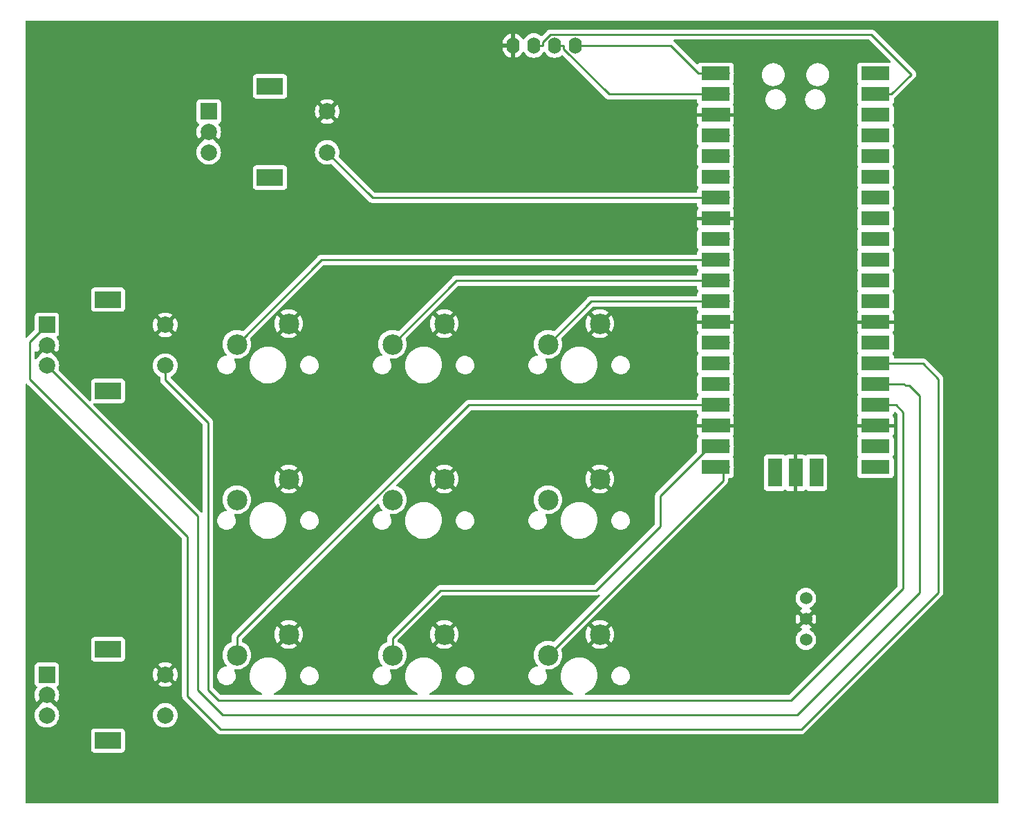
<source format=gbr>
%TF.GenerationSoftware,KiCad,Pcbnew,7.0.9*%
%TF.CreationDate,2023-12-25T15:27:56+00:00*%
%TF.ProjectId,MacroPad V2,4d616372-6f50-4616-9420-56322e6b6963,rev?*%
%TF.SameCoordinates,Original*%
%TF.FileFunction,Copper,L1,Top*%
%TF.FilePolarity,Positive*%
%FSLAX46Y46*%
G04 Gerber Fmt 4.6, Leading zero omitted, Abs format (unit mm)*
G04 Created by KiCad (PCBNEW 7.0.9) date 2023-12-25 15:27:56*
%MOMM*%
%LPD*%
G01*
G04 APERTURE LIST*
%TA.AperFunction,ComponentPad*%
%ADD10C,2.500000*%
%TD*%
%TA.AperFunction,ComponentPad*%
%ADD11R,2.000000X2.000000*%
%TD*%
%TA.AperFunction,ComponentPad*%
%ADD12C,2.000000*%
%TD*%
%TA.AperFunction,ComponentPad*%
%ADD13R,3.200000X2.000000*%
%TD*%
%TA.AperFunction,ComponentPad*%
%ADD14O,1.600000X2.000000*%
%TD*%
%TA.AperFunction,ComponentPad*%
%ADD15C,1.524000*%
%TD*%
%TA.AperFunction,ComponentPad*%
%ADD16O,1.700000X1.700000*%
%TD*%
%TA.AperFunction,SMDPad,CuDef*%
%ADD17R,3.500000X1.700000*%
%TD*%
%TA.AperFunction,ComponentPad*%
%ADD18R,1.700000X1.700000*%
%TD*%
%TA.AperFunction,SMDPad,CuDef*%
%ADD19R,1.700000X3.500000*%
%TD*%
%TA.AperFunction,Conductor*%
%ADD20C,0.250000*%
%TD*%
G04 APERTURE END LIST*
D10*
%TO.P,S2,1,1*%
%TO.N,S2*%
X125712000Y-95582000D03*
%TO.P,S2,2,2*%
%TO.N,GND*%
X132062000Y-93042000D03*
%TD*%
D11*
%TO.P,SW1,A,A*%
%TO.N,A1*%
X83397000Y-136059500D03*
D12*
%TO.P,SW1,B,B*%
%TO.N,B1*%
X83397000Y-141059500D03*
%TO.P,SW1,C,C*%
%TO.N,GND*%
X83397000Y-138559500D03*
D13*
%TO.P,SW1,MP*%
%TO.N,N/C*%
X90897000Y-132959500D03*
X90897000Y-144159500D03*
D12*
%TO.P,SW1,S1,S1*%
%TO.N,SW1*%
X97897000Y-141059500D03*
%TO.P,SW1,S2,S2*%
%TO.N,GND*%
X97897000Y-136059500D03*
%TD*%
D10*
%TO.P,S9,1,1*%
%TO.N,S9*%
X144762000Y-133682000D03*
%TO.P,S9,2,2*%
%TO.N,GND*%
X151112000Y-131142000D03*
%TD*%
%TO.P,S6,1,1*%
%TO.N,S6*%
X144762000Y-114632000D03*
%TO.P,S6,2,2*%
%TO.N,GND*%
X151112000Y-112092000D03*
%TD*%
D11*
%TO.P,SW2,A,A*%
%TO.N,A2*%
X103222000Y-67047000D03*
D12*
%TO.P,SW2,B,B*%
%TO.N,B2*%
X103222000Y-72047000D03*
%TO.P,SW2,C,C*%
%TO.N,GND*%
X103222000Y-69547000D03*
D13*
%TO.P,SW2,MP*%
%TO.N,N/C*%
X110722000Y-63947000D03*
X110722000Y-75147000D03*
D12*
%TO.P,SW2,S1,S1*%
%TO.N,SW2*%
X117722000Y-72047000D03*
%TO.P,SW2,S2,S2*%
%TO.N,GND*%
X117722000Y-67047000D03*
%TD*%
D10*
%TO.P,S4,1,1*%
%TO.N,S4*%
X106662000Y-114632000D03*
%TO.P,S4,2,2*%
%TO.N,GND*%
X113012000Y-112092000D03*
%TD*%
%TO.P,S5,1,1*%
%TO.N,S5*%
X125712000Y-114632000D03*
%TO.P,S5,2,2*%
%TO.N,GND*%
X132062000Y-112092000D03*
%TD*%
%TO.P,S3,1,1*%
%TO.N,S3*%
X144762000Y-95582000D03*
%TO.P,S3,2,2*%
%TO.N,GND*%
X151112000Y-93042000D03*
%TD*%
D14*
%TO.P,Brd1,1,GND*%
%TO.N,GND*%
X140477000Y-58947000D03*
%TO.P,Brd1,2,VCC*%
%TO.N,+5V*%
X143017000Y-58947000D03*
%TO.P,Brd1,3,SCL*%
%TO.N,SCL*%
X145557000Y-58947000D03*
%TO.P,Brd1,4,SDA*%
%TO.N,SDA*%
X148097000Y-58947000D03*
%TD*%
D10*
%TO.P,S8,1,1*%
%TO.N,S8*%
X125712000Y-133682000D03*
%TO.P,S8,2,2*%
%TO.N,GND*%
X132062000Y-131142000D03*
%TD*%
%TO.P,S7,1,1*%
%TO.N,S7*%
X106662000Y-133682000D03*
%TO.P,S7,2,2*%
%TO.N,GND*%
X113012000Y-131142000D03*
%TD*%
D15*
%TO.P,toggle1,1*%
%TO.N,Toggle1*%
X176342000Y-131777000D03*
%TO.P,toggle1,2*%
%TO.N,Toggle2*%
X176342000Y-126697000D03*
%TO.P,toggle1,3*%
%TO.N,GND*%
X176342000Y-129237000D03*
%TD*%
D10*
%TO.P,S1,1,1*%
%TO.N,S1*%
X106662000Y-95582000D03*
%TO.P,S1,2,2*%
%TO.N,GND*%
X113012000Y-93042000D03*
%TD*%
D16*
%TO.P,U1,1,GPIO0*%
%TO.N,SDA*%
X166182000Y-62392000D03*
D17*
X165282000Y-62392000D03*
D16*
%TO.P,U1,2,GPIO1*%
%TO.N,SCL*%
X166182000Y-64932000D03*
D17*
X165282000Y-64932000D03*
D18*
%TO.P,U1,3,GND*%
%TO.N,GND*%
X166182000Y-67472000D03*
D17*
X165282000Y-67472000D03*
D16*
%TO.P,U1,4,GPIO2*%
%TO.N,unconnected-(U1-GPIO2-Pad4)*%
X166182000Y-70012000D03*
D17*
X165282000Y-70012000D03*
D16*
%TO.P,U1,5,GPIO3*%
%TO.N,A2*%
X166182000Y-72552000D03*
D17*
X165282000Y-72552000D03*
D16*
%TO.P,U1,6,GPIO4*%
%TO.N,B2*%
X166182000Y-75092000D03*
D17*
X165282000Y-75092000D03*
D16*
%TO.P,U1,7,GPIO5*%
%TO.N,SW2*%
X166182000Y-77632000D03*
D17*
X165282000Y-77632000D03*
D18*
%TO.P,U1,8,GND*%
%TO.N,GND*%
X166182000Y-80172000D03*
D17*
X165282000Y-80172000D03*
D16*
%TO.P,U1,9,GPIO6*%
%TO.N,unconnected-(U1-GPIO6-Pad9)*%
X166182000Y-82712000D03*
D17*
X165282000Y-82712000D03*
D16*
%TO.P,U1,10,GPIO7*%
%TO.N,S1*%
X166182000Y-85252000D03*
D17*
X165282000Y-85252000D03*
D16*
%TO.P,U1,11,GPIO8*%
%TO.N,S2*%
X166182000Y-87792000D03*
D17*
X165282000Y-87792000D03*
D16*
%TO.P,U1,12,GPIO9*%
%TO.N,S3*%
X166182000Y-90332000D03*
D17*
X165282000Y-90332000D03*
D18*
%TO.P,U1,13,GND*%
%TO.N,GND*%
X166182000Y-92872000D03*
D17*
X165282000Y-92872000D03*
D16*
%TO.P,U1,14,GPIO10*%
%TO.N,S4*%
X166182000Y-95412000D03*
D17*
X165282000Y-95412000D03*
D16*
%TO.P,U1,15,GPIO11*%
%TO.N,S5*%
X166182000Y-97952000D03*
D17*
X165282000Y-97952000D03*
D16*
%TO.P,U1,16,GPIO12*%
%TO.N,S6*%
X166182000Y-100492000D03*
D17*
X165282000Y-100492000D03*
D16*
%TO.P,U1,17,GPIO13*%
%TO.N,S7*%
X166182000Y-103032000D03*
D17*
X165282000Y-103032000D03*
D18*
%TO.P,U1,18,GND*%
%TO.N,GND*%
X166182000Y-105572000D03*
D17*
X165282000Y-105572000D03*
D16*
%TO.P,U1,19,GPIO14*%
%TO.N,S8*%
X166182000Y-108112000D03*
D17*
X165282000Y-108112000D03*
D16*
%TO.P,U1,20,GPIO15*%
%TO.N,S9*%
X166182000Y-110652000D03*
D17*
X165282000Y-110652000D03*
D16*
%TO.P,U1,21,GPIO16*%
%TO.N,Toggle2*%
X183962000Y-110652000D03*
D17*
X184862000Y-110652000D03*
D16*
%TO.P,U1,22,GPIO17*%
%TO.N,Toggle1*%
X183962000Y-108112000D03*
D17*
X184862000Y-108112000D03*
D18*
%TO.P,U1,23,GND*%
%TO.N,GND*%
X183962000Y-105572000D03*
D17*
X184862000Y-105572000D03*
D16*
%TO.P,U1,24,GPIO18*%
%TO.N,SW3*%
X183962000Y-103032000D03*
D17*
X184862000Y-103032000D03*
D16*
%TO.P,U1,25,GPIO19*%
%TO.N,B3*%
X183962000Y-100492000D03*
D17*
X184862000Y-100492000D03*
D16*
%TO.P,U1,26,GPIO20*%
%TO.N,A3*%
X183962000Y-97952000D03*
D17*
X184862000Y-97952000D03*
D16*
%TO.P,U1,27,GPIO21*%
%TO.N,A1*%
X183962000Y-95412000D03*
D17*
X184862000Y-95412000D03*
D18*
%TO.P,U1,28,GND*%
%TO.N,GND*%
X183962000Y-92872000D03*
D17*
X184862000Y-92872000D03*
D16*
%TO.P,U1,29,GPIO22*%
%TO.N,B1*%
X183962000Y-90332000D03*
D17*
X184862000Y-90332000D03*
D16*
%TO.P,U1,30,RUN*%
%TO.N,unconnected-(U1-RUN-Pad30)*%
X183962000Y-87792000D03*
D17*
X184862000Y-87792000D03*
D16*
%TO.P,U1,31,GPIO26_ADC0*%
%TO.N,SW1*%
X183962000Y-85252000D03*
D17*
X184862000Y-85252000D03*
D16*
%TO.P,U1,32,GPIO27_ADC1*%
%TO.N,unconnected-(U1-GPIO27_ADC1-Pad32)*%
X183962000Y-82712000D03*
D17*
X184862000Y-82712000D03*
D18*
%TO.P,U1,33,AGND*%
%TO.N,unconnected-(U1-AGND-Pad33)*%
X183962000Y-80172000D03*
D17*
X184862000Y-80172000D03*
D16*
%TO.P,U1,34,GPIO28_ADC2*%
%TO.N,unconnected-(U1-GPIO28_ADC2-Pad34)*%
X183962000Y-77632000D03*
D17*
X184862000Y-77632000D03*
D16*
%TO.P,U1,35,ADC_VREF*%
%TO.N,unconnected-(U1-ADC_VREF-Pad35)*%
X183962000Y-75092000D03*
D17*
X184862000Y-75092000D03*
D16*
%TO.P,U1,36,3V3*%
%TO.N,+3.3V*%
X183962000Y-72552000D03*
D17*
X184862000Y-72552000D03*
D16*
%TO.P,U1,37,3V3_EN*%
%TO.N,unconnected-(U1-3V3_EN-Pad37)*%
X183962000Y-70012000D03*
D17*
X184862000Y-70012000D03*
D18*
%TO.P,U1,38,GND*%
%TO.N,unconnected-(U1-GND-Pad38)*%
X183962000Y-67472000D03*
D17*
X184862000Y-67472000D03*
D16*
%TO.P,U1,39,VSYS*%
%TO.N,+5V*%
X183962000Y-64932000D03*
D17*
X184862000Y-64932000D03*
D16*
%TO.P,U1,40,VBUS*%
%TO.N,unconnected-(U1-VBUS-Pad40)*%
X183962000Y-62392000D03*
D17*
X184862000Y-62392000D03*
D16*
%TO.P,U1,41,SWCLK*%
%TO.N,unconnected-(U1-SWCLK-Pad41)*%
X172532000Y-110422000D03*
D19*
X172532000Y-111322000D03*
D18*
%TO.P,U1,42,GND*%
%TO.N,GND*%
X175072000Y-110422000D03*
D19*
X175072000Y-111322000D03*
D16*
%TO.P,U1,43,SWDIO*%
%TO.N,unconnected-(U1-SWDIO-Pad43)*%
X177612000Y-110422000D03*
D19*
X177612000Y-111322000D03*
%TD*%
D11*
%TO.P,SW3,A,A*%
%TO.N,A3*%
X83397000Y-93197000D03*
D12*
%TO.P,SW3,B,B*%
%TO.N,B3*%
X83397000Y-98197000D03*
%TO.P,SW3,C,C*%
%TO.N,GND*%
X83397000Y-95697000D03*
D13*
%TO.P,SW3,MP*%
%TO.N,N/C*%
X90897000Y-90097000D03*
X90897000Y-101297000D03*
D12*
%TO.P,SW3,S1,S1*%
%TO.N,SW3*%
X97897000Y-98197000D03*
%TO.P,SW3,S2,S2*%
%TO.N,GND*%
X97897000Y-93197000D03*
%TD*%
D20*
%TO.N,SDA*%
X163205000Y-62392000D02*
X159760000Y-58947000D01*
X159760000Y-58947000D02*
X148097000Y-58947000D01*
X166182000Y-62392000D02*
X163205000Y-62392000D01*
%TO.N,SCL*%
X146684000Y-58947000D02*
X146684000Y-59363900D01*
X146684000Y-59363900D02*
X152252000Y-64932000D01*
X152252000Y-64932000D02*
X166182000Y-64932000D01*
X145557000Y-58947000D02*
X146684000Y-58947000D01*
%TO.N,+5V*%
X145056000Y-57612700D02*
X184358700Y-57612700D01*
X144144000Y-58947000D02*
X144144000Y-58524400D01*
X189230000Y-62484000D02*
X186782000Y-64932000D01*
X143017000Y-58947000D02*
X144144000Y-58947000D01*
X144144000Y-58524400D02*
X145056000Y-57612700D01*
X186782000Y-64932000D02*
X183962000Y-64932000D01*
X184358700Y-57612700D02*
X189230000Y-62484000D01*
%TO.N,S1*%
X106662000Y-95582000D02*
X116992000Y-85252000D01*
X116992000Y-85252000D02*
X166182000Y-85252000D01*
%TO.N,S2*%
X133502000Y-87792000D02*
X125712000Y-95582000D01*
X166182000Y-87792000D02*
X133502000Y-87792000D01*
%TO.N,S3*%
X166182000Y-90332000D02*
X150012000Y-90332000D01*
X150012000Y-90332000D02*
X144762000Y-95582000D01*
%TO.N,S7*%
X135068000Y-103032000D02*
X106662000Y-131438000D01*
X166182000Y-103032000D02*
X135068000Y-103032000D01*
X106662000Y-131438000D02*
X106662000Y-133682000D01*
%TO.N,S8*%
X164572000Y-108112000D02*
X158496000Y-114188000D01*
X125712000Y-131590000D02*
X125712000Y-133682000D01*
X150622000Y-125730000D02*
X131572000Y-125730000D01*
X158496000Y-117856000D02*
X150622000Y-125730000D01*
X166182000Y-108112000D02*
X164572000Y-108112000D01*
X158496000Y-114188000D02*
X158496000Y-117856000D01*
X131572000Y-125730000D02*
X125712000Y-131590000D01*
%TO.N,S9*%
X166182000Y-112262000D02*
X166182000Y-110652000D01*
X144762000Y-133682000D02*
X166182000Y-112262000D01*
%TO.N,B1*%
X83397100Y-141059500D02*
X83397400Y-141059800D01*
X83397000Y-141059500D02*
X83397100Y-141059500D01*
X83397400Y-141059800D02*
X83397200Y-141060000D01*
%TO.N,SW2*%
X166182000Y-77632000D02*
X123307000Y-77632000D01*
X123307000Y-77632000D02*
X117722000Y-72047000D01*
%TO.N,A3*%
X100584000Y-119126000D02*
X100584000Y-138684000D01*
X81280000Y-99822000D02*
X100584000Y-119126000D01*
X192532000Y-99822000D02*
X190662000Y-97952000D01*
X100584000Y-138684000D02*
X104648000Y-142748000D01*
X175768000Y-142748000D02*
X192532000Y-125984000D01*
X104648000Y-142748000D02*
X175768000Y-142748000D01*
X83397000Y-93197000D02*
X81280000Y-95314000D01*
X192532000Y-125984000D02*
X192532000Y-99822000D01*
X81280000Y-95314000D02*
X81280000Y-99822000D01*
X190662000Y-97952000D02*
X183962000Y-97952000D01*
%TO.N,B3*%
X188468000Y-100584000D02*
X188376000Y-100492000D01*
X190246000Y-125984000D02*
X190246000Y-101854000D01*
X101854000Y-116654000D02*
X101854000Y-137922000D01*
X190246000Y-101854000D02*
X188976000Y-100584000D01*
X104902000Y-140970000D02*
X175260000Y-140970000D01*
X188976000Y-100584000D02*
X188468000Y-100584000D01*
X188376000Y-100492000D02*
X183962000Y-100492000D01*
X101854000Y-137922000D02*
X104902000Y-140970000D01*
X83397000Y-98197000D02*
X101854000Y-116654000D01*
X175260000Y-140970000D02*
X190246000Y-125984000D01*
%TO.N,SW3*%
X103124000Y-105156000D02*
X103124000Y-137922000D01*
X104394000Y-139192000D02*
X174498000Y-139192000D01*
X188214000Y-125476000D02*
X188214000Y-103886000D01*
X174498000Y-139192000D02*
X188214000Y-125476000D01*
X97897000Y-98197000D02*
X97897000Y-99929000D01*
X188214000Y-103886000D02*
X187360000Y-103032000D01*
X187360000Y-103032000D02*
X183962000Y-103032000D01*
X103124000Y-137922000D02*
X104394000Y-139192000D01*
X97897000Y-99929000D02*
X103124000Y-105156000D01*
%TD*%
%TA.AperFunction,Conductor*%
%TO.N,GND*%
G36*
X199904539Y-55900185D02*
G01*
X199950294Y-55952989D01*
X199961500Y-56004500D01*
X199961500Y-151727500D01*
X199941815Y-151794539D01*
X199889011Y-151840294D01*
X199837500Y-151851500D01*
X80896500Y-151851500D01*
X80829461Y-151831815D01*
X80783706Y-151779011D01*
X80772500Y-151727500D01*
X80772500Y-145207370D01*
X88796500Y-145207370D01*
X88796501Y-145207376D01*
X88802908Y-145266983D01*
X88853202Y-145401828D01*
X88853206Y-145401835D01*
X88939452Y-145517044D01*
X88939455Y-145517047D01*
X89054664Y-145603293D01*
X89054671Y-145603297D01*
X89189517Y-145653591D01*
X89189516Y-145653591D01*
X89196444Y-145654335D01*
X89249127Y-145660000D01*
X92544872Y-145659999D01*
X92604483Y-145653591D01*
X92739331Y-145603296D01*
X92854546Y-145517046D01*
X92940796Y-145401831D01*
X92991091Y-145266983D01*
X92997500Y-145207373D01*
X92997499Y-143111628D01*
X92991091Y-143052017D01*
X92940796Y-142917169D01*
X92940795Y-142917168D01*
X92940793Y-142917164D01*
X92854547Y-142801955D01*
X92854544Y-142801952D01*
X92739335Y-142715706D01*
X92739328Y-142715702D01*
X92604482Y-142665408D01*
X92604483Y-142665408D01*
X92544883Y-142659001D01*
X92544881Y-142659000D01*
X92544873Y-142659000D01*
X92544864Y-142659000D01*
X89249129Y-142659000D01*
X89249123Y-142659001D01*
X89189516Y-142665408D01*
X89054671Y-142715702D01*
X89054664Y-142715706D01*
X88939455Y-142801952D01*
X88939452Y-142801955D01*
X88853206Y-142917164D01*
X88853202Y-142917171D01*
X88802908Y-143052017D01*
X88796501Y-143111616D01*
X88796501Y-143111623D01*
X88796500Y-143111635D01*
X88796500Y-145207370D01*
X80772500Y-145207370D01*
X80772500Y-141059505D01*
X81891357Y-141059505D01*
X81911890Y-141307312D01*
X81911892Y-141307324D01*
X81972936Y-141548381D01*
X82072826Y-141776106D01*
X82208833Y-141984282D01*
X82208836Y-141984285D01*
X82377256Y-142167238D01*
X82573491Y-142319974D01*
X82792190Y-142438328D01*
X83027386Y-142519071D01*
X83272665Y-142560000D01*
X83521335Y-142560000D01*
X83766614Y-142519071D01*
X84001810Y-142438328D01*
X84220509Y-142319974D01*
X84416744Y-142167238D01*
X84585164Y-141984285D01*
X84721173Y-141776107D01*
X84821063Y-141548381D01*
X84882108Y-141307321D01*
X84902643Y-141059505D01*
X96391357Y-141059505D01*
X96411890Y-141307312D01*
X96411892Y-141307324D01*
X96472936Y-141548381D01*
X96572826Y-141776106D01*
X96708833Y-141984282D01*
X96708836Y-141984285D01*
X96877256Y-142167238D01*
X97073491Y-142319974D01*
X97292190Y-142438328D01*
X97527386Y-142519071D01*
X97772665Y-142560000D01*
X98021335Y-142560000D01*
X98266614Y-142519071D01*
X98501810Y-142438328D01*
X98720509Y-142319974D01*
X98916744Y-142167238D01*
X99085164Y-141984285D01*
X99221173Y-141776107D01*
X99321063Y-141548381D01*
X99382108Y-141307321D01*
X99402643Y-141059500D01*
X99382108Y-140811679D01*
X99321063Y-140570619D01*
X99221173Y-140342893D01*
X99198495Y-140308181D01*
X99085166Y-140134717D01*
X98988013Y-140029181D01*
X98916744Y-139951762D01*
X98720509Y-139799026D01*
X98720507Y-139799025D01*
X98720506Y-139799024D01*
X98501811Y-139680672D01*
X98501802Y-139680669D01*
X98266616Y-139599929D01*
X98021335Y-139559000D01*
X97772665Y-139559000D01*
X97527383Y-139599929D01*
X97292197Y-139680669D01*
X97292188Y-139680672D01*
X97073493Y-139799024D01*
X96877257Y-139951761D01*
X96708833Y-140134717D01*
X96572826Y-140342893D01*
X96472936Y-140570618D01*
X96411892Y-140811675D01*
X96411890Y-140811687D01*
X96391357Y-141059494D01*
X96391357Y-141059505D01*
X84902643Y-141059505D01*
X84902643Y-141059500D01*
X84882108Y-140811679D01*
X84821063Y-140570619D01*
X84721173Y-140342893D01*
X84698495Y-140308181D01*
X84585166Y-140134717D01*
X84488013Y-140029181D01*
X84416744Y-139951762D01*
X84315623Y-139873056D01*
X84274810Y-139816346D01*
X84270697Y-139786749D01*
X83529533Y-139045586D01*
X83539315Y-139044180D01*
X83670100Y-138984452D01*
X83778761Y-138890298D01*
X83856493Y-138769344D01*
X83880076Y-138689024D01*
X84620434Y-139429382D01*
X84720731Y-139275869D01*
X84820587Y-139048217D01*
X84881612Y-138807238D01*
X84881614Y-138807229D01*
X84902141Y-138559505D01*
X84902141Y-138559494D01*
X84881614Y-138311770D01*
X84881612Y-138311761D01*
X84820587Y-138070782D01*
X84720732Y-137843132D01*
X84608515Y-137671370D01*
X84588328Y-137604481D01*
X84607508Y-137537295D01*
X84638013Y-137504282D01*
X84639329Y-137503296D01*
X84639331Y-137503296D01*
X84754546Y-137417046D01*
X84840796Y-137301831D01*
X84891091Y-137166983D01*
X84897500Y-137107373D01*
X84897500Y-136059505D01*
X96391859Y-136059505D01*
X96412385Y-136307229D01*
X96412387Y-136307238D01*
X96473412Y-136548217D01*
X96573266Y-136775864D01*
X96673564Y-136929382D01*
X97413923Y-136189023D01*
X97437507Y-136269344D01*
X97515239Y-136390298D01*
X97623900Y-136484452D01*
X97754685Y-136544180D01*
X97764466Y-136545586D01*
X97026942Y-137283109D01*
X97073768Y-137319555D01*
X97073770Y-137319556D01*
X97292385Y-137437864D01*
X97292396Y-137437869D01*
X97527506Y-137518583D01*
X97772707Y-137559500D01*
X98021293Y-137559500D01*
X98266493Y-137518583D01*
X98501603Y-137437869D01*
X98501614Y-137437864D01*
X98720228Y-137319557D01*
X98720231Y-137319555D01*
X98767056Y-137283109D01*
X98029533Y-136545586D01*
X98039315Y-136544180D01*
X98170100Y-136484452D01*
X98278761Y-136390298D01*
X98356493Y-136269344D01*
X98380076Y-136189024D01*
X99120434Y-136929382D01*
X99220731Y-136775869D01*
X99320587Y-136548217D01*
X99381612Y-136307238D01*
X99381614Y-136307229D01*
X99402141Y-136059505D01*
X99402141Y-136059494D01*
X99381614Y-135811770D01*
X99381612Y-135811761D01*
X99320587Y-135570782D01*
X99220731Y-135343130D01*
X99120434Y-135189616D01*
X98380076Y-135929975D01*
X98356493Y-135849656D01*
X98278761Y-135728702D01*
X98170100Y-135634548D01*
X98039315Y-135574820D01*
X98029534Y-135573413D01*
X98767057Y-134835890D01*
X98767056Y-134835889D01*
X98720229Y-134799443D01*
X98501614Y-134681135D01*
X98501603Y-134681130D01*
X98266493Y-134600416D01*
X98021293Y-134559500D01*
X97772707Y-134559500D01*
X97527506Y-134600416D01*
X97292396Y-134681130D01*
X97292390Y-134681132D01*
X97073761Y-134799449D01*
X97026942Y-134835888D01*
X97026942Y-134835890D01*
X97764466Y-135573413D01*
X97754685Y-135574820D01*
X97623900Y-135634548D01*
X97515239Y-135728702D01*
X97437507Y-135849656D01*
X97413923Y-135929975D01*
X96673564Y-135189616D01*
X96573267Y-135343132D01*
X96473412Y-135570782D01*
X96412387Y-135811761D01*
X96412385Y-135811770D01*
X96391859Y-136059494D01*
X96391859Y-136059505D01*
X84897500Y-136059505D01*
X84897499Y-135011628D01*
X84891091Y-134952017D01*
X84865746Y-134884064D01*
X84840797Y-134817171D01*
X84840793Y-134817164D01*
X84754547Y-134701955D01*
X84754544Y-134701952D01*
X84639335Y-134615706D01*
X84639328Y-134615702D01*
X84504482Y-134565408D01*
X84504483Y-134565408D01*
X84444883Y-134559001D01*
X84444881Y-134559000D01*
X84444873Y-134559000D01*
X84444864Y-134559000D01*
X82349129Y-134559000D01*
X82349123Y-134559001D01*
X82289516Y-134565408D01*
X82154671Y-134615702D01*
X82154664Y-134615706D01*
X82039455Y-134701952D01*
X82039452Y-134701955D01*
X81953206Y-134817164D01*
X81953202Y-134817171D01*
X81902908Y-134952017D01*
X81896854Y-135008334D01*
X81896501Y-135011623D01*
X81896500Y-135011635D01*
X81896500Y-137107370D01*
X81896501Y-137107376D01*
X81902908Y-137166983D01*
X81953202Y-137301828D01*
X81953206Y-137301835D01*
X82039452Y-137417044D01*
X82039455Y-137417047D01*
X82155986Y-137504283D01*
X82197857Y-137560217D01*
X82202841Y-137629908D01*
X82185484Y-137671370D01*
X82073267Y-137843131D01*
X81973412Y-138070782D01*
X81912387Y-138311761D01*
X81912385Y-138311770D01*
X81891859Y-138559494D01*
X81891859Y-138559505D01*
X81912385Y-138807229D01*
X81912387Y-138807238D01*
X81973412Y-139048217D01*
X82073266Y-139275864D01*
X82173564Y-139429382D01*
X82913922Y-138689023D01*
X82937507Y-138769344D01*
X83015239Y-138890298D01*
X83123900Y-138984452D01*
X83254685Y-139044180D01*
X83264466Y-139045586D01*
X82521100Y-139788950D01*
X82510482Y-139835648D01*
X82478376Y-139873056D01*
X82377255Y-139951762D01*
X82208833Y-140134717D01*
X82072826Y-140342893D01*
X81972936Y-140570618D01*
X81911892Y-140811675D01*
X81911890Y-140811687D01*
X81891357Y-141059494D01*
X81891357Y-141059505D01*
X80772500Y-141059505D01*
X80772500Y-134007370D01*
X88796500Y-134007370D01*
X88796501Y-134007376D01*
X88802908Y-134066983D01*
X88853202Y-134201828D01*
X88853206Y-134201835D01*
X88939452Y-134317044D01*
X88939455Y-134317047D01*
X89054664Y-134403293D01*
X89054671Y-134403297D01*
X89189517Y-134453591D01*
X89189516Y-134453591D01*
X89196444Y-134454335D01*
X89249127Y-134460000D01*
X92544872Y-134459999D01*
X92604483Y-134453591D01*
X92739331Y-134403296D01*
X92854546Y-134317046D01*
X92940796Y-134201831D01*
X92991091Y-134066983D01*
X92997500Y-134007373D01*
X92997499Y-131911628D01*
X92991091Y-131852017D01*
X92989999Y-131849090D01*
X92940797Y-131717171D01*
X92940793Y-131717164D01*
X92854547Y-131601955D01*
X92854544Y-131601952D01*
X92739335Y-131515706D01*
X92739328Y-131515702D01*
X92604482Y-131465408D01*
X92604483Y-131465408D01*
X92544883Y-131459001D01*
X92544881Y-131459000D01*
X92544873Y-131459000D01*
X92544864Y-131459000D01*
X89249129Y-131459000D01*
X89249123Y-131459001D01*
X89189516Y-131465408D01*
X89054671Y-131515702D01*
X89054664Y-131515706D01*
X88939455Y-131601952D01*
X88939452Y-131601955D01*
X88853206Y-131717164D01*
X88853202Y-131717171D01*
X88802908Y-131852017D01*
X88796501Y-131911616D01*
X88796501Y-131911623D01*
X88796500Y-131911635D01*
X88796500Y-134007370D01*
X80772500Y-134007370D01*
X80772500Y-100498452D01*
X80792185Y-100431413D01*
X80844989Y-100385658D01*
X80914147Y-100375714D01*
X80977703Y-100404739D01*
X80984181Y-100410771D01*
X99922181Y-119348771D01*
X99955666Y-119410094D01*
X99958500Y-119436452D01*
X99958500Y-138601255D01*
X99956775Y-138616872D01*
X99957061Y-138616899D01*
X99956326Y-138624665D01*
X99958500Y-138693814D01*
X99958500Y-138723343D01*
X99958501Y-138723360D01*
X99959368Y-138730231D01*
X99959826Y-138736050D01*
X99961290Y-138782624D01*
X99961291Y-138782627D01*
X99966880Y-138801867D01*
X99970824Y-138820911D01*
X99973336Y-138840791D01*
X99990490Y-138884119D01*
X99992382Y-138889647D01*
X100005381Y-138934388D01*
X100015580Y-138951634D01*
X100024138Y-138969103D01*
X100031514Y-138987732D01*
X100058898Y-139025423D01*
X100062106Y-139030307D01*
X100085827Y-139070416D01*
X100085833Y-139070424D01*
X100099990Y-139084580D01*
X100112628Y-139099376D01*
X100124405Y-139115586D01*
X100124406Y-139115587D01*
X100160309Y-139145288D01*
X100164620Y-139149210D01*
X103182647Y-142167238D01*
X104147197Y-143131788D01*
X104157022Y-143144051D01*
X104157243Y-143143869D01*
X104162214Y-143149878D01*
X104183043Y-143169437D01*
X104212635Y-143197226D01*
X104233529Y-143218120D01*
X104239011Y-143222373D01*
X104243443Y-143226157D01*
X104277418Y-143258062D01*
X104294976Y-143267714D01*
X104311233Y-143278393D01*
X104327064Y-143290673D01*
X104346737Y-143299186D01*
X104369833Y-143309182D01*
X104375077Y-143311750D01*
X104415908Y-143334197D01*
X104428523Y-143337435D01*
X104435305Y-143339177D01*
X104453719Y-143345481D01*
X104472104Y-143353438D01*
X104518157Y-143360732D01*
X104523826Y-143361906D01*
X104568981Y-143373500D01*
X104589016Y-143373500D01*
X104608413Y-143375026D01*
X104628196Y-143378160D01*
X104674584Y-143373775D01*
X104680422Y-143373500D01*
X175685257Y-143373500D01*
X175700877Y-143375224D01*
X175700904Y-143374939D01*
X175708660Y-143375671D01*
X175708667Y-143375673D01*
X175777814Y-143373500D01*
X175807350Y-143373500D01*
X175814228Y-143372630D01*
X175820041Y-143372172D01*
X175866627Y-143370709D01*
X175885869Y-143365117D01*
X175904912Y-143361174D01*
X175924792Y-143358664D01*
X175968122Y-143341507D01*
X175973646Y-143339617D01*
X175977396Y-143338527D01*
X176018390Y-143326618D01*
X176035629Y-143316422D01*
X176053103Y-143307862D01*
X176071727Y-143300488D01*
X176071727Y-143300487D01*
X176071732Y-143300486D01*
X176109449Y-143273082D01*
X176114305Y-143269892D01*
X176154420Y-143246170D01*
X176168589Y-143231999D01*
X176183379Y-143219368D01*
X176199587Y-143207594D01*
X176229299Y-143171676D01*
X176233212Y-143167376D01*
X192915788Y-126484801D01*
X192928042Y-126474986D01*
X192927859Y-126474764D01*
X192933866Y-126469792D01*
X192933877Y-126469786D01*
X192964775Y-126436882D01*
X192981227Y-126419364D01*
X192991671Y-126408918D01*
X193002120Y-126398471D01*
X193006379Y-126392978D01*
X193010152Y-126388561D01*
X193042062Y-126354582D01*
X193051713Y-126337024D01*
X193062396Y-126320761D01*
X193074673Y-126304936D01*
X193093185Y-126262153D01*
X193095738Y-126256941D01*
X193118197Y-126216092D01*
X193123180Y-126196680D01*
X193129481Y-126178280D01*
X193137437Y-126159896D01*
X193144729Y-126113852D01*
X193145906Y-126108171D01*
X193157500Y-126063019D01*
X193157500Y-126042983D01*
X193159027Y-126023582D01*
X193162160Y-126003804D01*
X193157775Y-125957415D01*
X193157500Y-125951577D01*
X193157500Y-99904737D01*
X193159224Y-99889123D01*
X193158938Y-99889096D01*
X193159672Y-99881333D01*
X193158587Y-99846815D01*
X193157500Y-99812202D01*
X193157500Y-99782650D01*
X193156629Y-99775759D01*
X193156172Y-99769945D01*
X193155943Y-99762667D01*
X193154709Y-99723372D01*
X193149120Y-99704137D01*
X193145174Y-99685084D01*
X193142664Y-99665208D01*
X193125501Y-99621859D01*
X193123614Y-99616346D01*
X193117159Y-99594129D01*
X193110617Y-99571610D01*
X193100421Y-99554369D01*
X193091860Y-99536893D01*
X193084486Y-99518269D01*
X193084486Y-99518267D01*
X193074474Y-99504488D01*
X193057083Y-99480550D01*
X193053900Y-99475705D01*
X193030170Y-99435579D01*
X193030165Y-99435573D01*
X193016005Y-99421413D01*
X193003370Y-99406620D01*
X192991593Y-99390412D01*
X192955693Y-99360713D01*
X192951381Y-99356790D01*
X191162803Y-97568212D01*
X191152980Y-97555950D01*
X191152759Y-97556134D01*
X191147786Y-97550123D01*
X191097364Y-97502773D01*
X191086919Y-97492328D01*
X191076475Y-97481883D01*
X191070986Y-97477625D01*
X191066561Y-97473847D01*
X191032582Y-97441938D01*
X191032580Y-97441936D01*
X191032577Y-97441935D01*
X191015029Y-97432288D01*
X190998763Y-97421604D01*
X190982933Y-97409325D01*
X190940168Y-97390818D01*
X190934922Y-97388248D01*
X190894093Y-97365803D01*
X190894092Y-97365802D01*
X190874693Y-97360822D01*
X190856281Y-97354518D01*
X190837898Y-97346562D01*
X190837892Y-97346560D01*
X190791874Y-97339272D01*
X190786152Y-97338087D01*
X190741021Y-97326500D01*
X190741019Y-97326500D01*
X190720984Y-97326500D01*
X190701586Y-97324973D01*
X190694162Y-97323797D01*
X190681805Y-97321840D01*
X190681804Y-97321840D01*
X190635416Y-97326225D01*
X190629578Y-97326500D01*
X187236499Y-97326500D01*
X187169460Y-97306815D01*
X187123705Y-97254011D01*
X187112499Y-97202500D01*
X187112499Y-97054129D01*
X187112498Y-97054123D01*
X187112497Y-97054116D01*
X187106091Y-96994517D01*
X187091140Y-96954432D01*
X187055797Y-96859671D01*
X187055795Y-96859668D01*
X186999658Y-96784679D01*
X186978421Y-96756309D01*
X186954004Y-96690848D01*
X186968855Y-96622575D01*
X186978416Y-96607696D01*
X187055796Y-96504331D01*
X187106091Y-96369483D01*
X187112500Y-96309873D01*
X187112499Y-94514128D01*
X187106091Y-94454517D01*
X187100428Y-94439335D01*
X187055797Y-94319671D01*
X187055795Y-94319668D01*
X186978109Y-94215893D01*
X186953692Y-94150430D01*
X186968543Y-94082157D01*
X186978110Y-94067271D01*
X187055352Y-93964089D01*
X187055354Y-93964086D01*
X187105596Y-93829379D01*
X187105598Y-93829372D01*
X187111999Y-93769844D01*
X187112000Y-93769827D01*
X187112000Y-93122000D01*
X184407572Y-93122000D01*
X184430682Y-93086040D01*
X184472000Y-92945327D01*
X184472000Y-92798673D01*
X184430682Y-92657960D01*
X184407572Y-92622000D01*
X187112000Y-92622000D01*
X187112000Y-91974172D01*
X187111999Y-91974155D01*
X187105598Y-91914627D01*
X187105596Y-91914620D01*
X187055354Y-91779913D01*
X187055352Y-91779910D01*
X186978110Y-91676729D01*
X186953692Y-91611265D01*
X186968543Y-91542992D01*
X186978105Y-91528111D01*
X187055796Y-91424331D01*
X187106091Y-91289483D01*
X187112500Y-91229873D01*
X187112499Y-89434128D01*
X187106091Y-89374517D01*
X187055796Y-89239669D01*
X186978421Y-89136309D01*
X186954004Y-89070848D01*
X186968855Y-89002575D01*
X186978416Y-88987696D01*
X187055796Y-88884331D01*
X187106091Y-88749483D01*
X187112500Y-88689873D01*
X187112499Y-86894128D01*
X187106091Y-86834517D01*
X187055796Y-86699669D01*
X186978421Y-86596309D01*
X186954004Y-86530848D01*
X186968855Y-86462575D01*
X186978416Y-86447696D01*
X187055796Y-86344331D01*
X187106091Y-86209483D01*
X187112500Y-86149873D01*
X187112499Y-84354128D01*
X187106091Y-84294517D01*
X187055796Y-84159669D01*
X186978421Y-84056309D01*
X186954004Y-83990848D01*
X186968855Y-83922575D01*
X186978416Y-83907696D01*
X187055796Y-83804331D01*
X187106091Y-83669483D01*
X187112500Y-83609873D01*
X187112499Y-81814128D01*
X187106091Y-81754517D01*
X187055796Y-81619669D01*
X186978421Y-81516309D01*
X186954004Y-81450848D01*
X186968855Y-81382575D01*
X186978416Y-81367696D01*
X187055796Y-81264331D01*
X187106091Y-81129483D01*
X187112500Y-81069873D01*
X187112499Y-79274128D01*
X187106091Y-79214517D01*
X187055796Y-79079669D01*
X186978421Y-78976309D01*
X186954004Y-78910848D01*
X186968855Y-78842575D01*
X186978416Y-78827696D01*
X187055796Y-78724331D01*
X187106091Y-78589483D01*
X187112500Y-78529873D01*
X187112499Y-76734128D01*
X187106091Y-76674517D01*
X187096014Y-76647500D01*
X187055797Y-76539671D01*
X187055795Y-76539668D01*
X186978421Y-76436309D01*
X186954004Y-76370848D01*
X186968855Y-76302575D01*
X186978416Y-76287696D01*
X187055796Y-76184331D01*
X187106091Y-76049483D01*
X187112500Y-75989873D01*
X187112499Y-74194128D01*
X187106091Y-74134517D01*
X187092894Y-74099135D01*
X187055797Y-73999671D01*
X187055795Y-73999668D01*
X186984680Y-73904671D01*
X186978421Y-73896309D01*
X186954004Y-73830848D01*
X186968855Y-73762575D01*
X186978416Y-73747696D01*
X187055796Y-73644331D01*
X187106091Y-73509483D01*
X187112500Y-73449873D01*
X187112499Y-71654128D01*
X187106091Y-71594517D01*
X187092515Y-71558119D01*
X187055797Y-71459671D01*
X187055795Y-71459668D01*
X186978421Y-71356309D01*
X186954004Y-71290848D01*
X186968855Y-71222575D01*
X186978416Y-71207696D01*
X187055796Y-71104331D01*
X187106091Y-70969483D01*
X187112500Y-70909873D01*
X187112499Y-69114128D01*
X187106091Y-69054517D01*
X187103287Y-69047000D01*
X187055797Y-68919671D01*
X187055795Y-68919668D01*
X186978421Y-68816309D01*
X186954004Y-68750848D01*
X186968855Y-68682575D01*
X186978416Y-68667696D01*
X187055796Y-68564331D01*
X187106091Y-68429483D01*
X187112500Y-68369873D01*
X187112499Y-66574128D01*
X187106091Y-66514517D01*
X187105748Y-66513598D01*
X187055797Y-66379671D01*
X187055795Y-66379668D01*
X186978421Y-66276309D01*
X186954004Y-66210848D01*
X186968855Y-66142575D01*
X186978416Y-66127696D01*
X187055796Y-66024331D01*
X187106091Y-65889483D01*
X187112500Y-65829873D01*
X187112499Y-65533968D01*
X187132183Y-65466930D01*
X187163594Y-65436677D01*
X187162256Y-65434951D01*
X187168412Y-65430174D01*
X187168420Y-65430170D01*
X187182589Y-65415999D01*
X187197379Y-65403368D01*
X187213587Y-65391594D01*
X187243299Y-65355676D01*
X187247212Y-65351376D01*
X189622196Y-62976392D01*
X189640179Y-62961516D01*
X189646938Y-62956924D01*
X189684929Y-62913830D01*
X189687583Y-62911006D01*
X189700120Y-62898470D01*
X189710989Y-62884457D01*
X189713456Y-62881474D01*
X189751451Y-62838378D01*
X189755161Y-62831094D01*
X189767670Y-62811384D01*
X189772673Y-62804936D01*
X189795475Y-62752240D01*
X189797117Y-62748748D01*
X189823198Y-62697565D01*
X189824982Y-62689581D01*
X189832190Y-62667399D01*
X189835438Y-62659895D01*
X189844425Y-62603146D01*
X189845143Y-62599383D01*
X189857673Y-62543333D01*
X189857416Y-62535164D01*
X189858883Y-62511867D01*
X189859246Y-62509568D01*
X189860160Y-62503804D01*
X189854756Y-62446652D01*
X189854513Y-62442780D01*
X189852710Y-62385373D01*
X189850427Y-62377516D01*
X189846055Y-62354597D01*
X189845287Y-62346467D01*
X189825838Y-62292444D01*
X189824635Y-62288740D01*
X189808619Y-62233613D01*
X189808619Y-62233612D01*
X189808618Y-62233610D01*
X189804458Y-62226576D01*
X189794521Y-62205458D01*
X189793449Y-62202480D01*
X189791754Y-62197772D01*
X189759478Y-62150279D01*
X189757393Y-62146994D01*
X189728171Y-62097582D01*
X189728170Y-62097580D01*
X189722397Y-62091807D01*
X189707521Y-62073826D01*
X189702924Y-62067062D01*
X189702920Y-62067058D01*
X189702919Y-62067057D01*
X189659844Y-62029082D01*
X189657020Y-62026430D01*
X184859503Y-57228912D01*
X184849680Y-57216650D01*
X184849459Y-57216834D01*
X184844486Y-57210823D01*
X184821201Y-57188957D01*
X184794064Y-57163473D01*
X184783619Y-57153028D01*
X184773175Y-57142583D01*
X184767686Y-57138325D01*
X184763261Y-57134547D01*
X184729282Y-57102638D01*
X184729280Y-57102636D01*
X184729277Y-57102635D01*
X184711729Y-57092988D01*
X184695463Y-57082304D01*
X184679633Y-57070025D01*
X184636868Y-57051518D01*
X184631622Y-57048948D01*
X184590793Y-57026503D01*
X184590792Y-57026502D01*
X184571393Y-57021522D01*
X184552981Y-57015218D01*
X184534598Y-57007262D01*
X184534592Y-57007260D01*
X184488574Y-56999972D01*
X184482852Y-56998787D01*
X184437721Y-56987200D01*
X184437719Y-56987200D01*
X184417684Y-56987200D01*
X184398286Y-56985673D01*
X184390862Y-56984497D01*
X184378505Y-56982540D01*
X184378504Y-56982540D01*
X184332116Y-56986925D01*
X184326278Y-56987200D01*
X145138804Y-56987200D01*
X145123229Y-56985478D01*
X145123202Y-56985773D01*
X145115429Y-56985036D01*
X145046230Y-56987200D01*
X145016649Y-56987200D01*
X145009818Y-56988062D01*
X145003992Y-56988519D01*
X144957483Y-56989972D01*
X144957475Y-56989974D01*
X144938169Y-56995579D01*
X144919146Y-56999517D01*
X144899205Y-57002036D01*
X144899203Y-57002037D01*
X144855940Y-57019166D01*
X144850403Y-57021061D01*
X144805707Y-57034039D01*
X144805703Y-57034041D01*
X144788399Y-57044270D01*
X144770958Y-57052812D01*
X144752274Y-57060210D01*
X144752262Y-57060217D01*
X144714621Y-57087565D01*
X144709729Y-57090778D01*
X144669664Y-57114464D01*
X144669659Y-57114468D01*
X144655444Y-57128677D01*
X144640675Y-57141289D01*
X144624415Y-57153103D01*
X144624408Y-57153110D01*
X144594753Y-57188957D01*
X144590813Y-57193287D01*
X144034218Y-57749698D01*
X143972889Y-57783173D01*
X143903198Y-57778177D01*
X143858870Y-57749683D01*
X143856141Y-57746954D01*
X143669734Y-57616432D01*
X143669732Y-57616431D01*
X143463497Y-57520261D01*
X143463488Y-57520258D01*
X143243697Y-57461366D01*
X143243693Y-57461365D01*
X143243692Y-57461365D01*
X143243691Y-57461364D01*
X143243686Y-57461364D01*
X143017002Y-57441532D01*
X143016998Y-57441532D01*
X142790313Y-57461364D01*
X142790302Y-57461366D01*
X142570511Y-57520258D01*
X142570502Y-57520261D01*
X142364267Y-57616431D01*
X142364265Y-57616432D01*
X142177858Y-57746954D01*
X142016954Y-57907858D01*
X141886433Y-58094264D01*
X141886432Y-58094266D01*
X141886315Y-58094518D01*
X141859106Y-58152867D01*
X141812933Y-58205306D01*
X141745739Y-58224457D01*
X141678858Y-58204241D01*
X141634342Y-58152865D01*
X141607135Y-58094520D01*
X141607134Y-58094518D01*
X141476657Y-57908179D01*
X141315820Y-57747342D01*
X141129482Y-57616865D01*
X140923328Y-57520734D01*
X140727000Y-57468127D01*
X140727000Y-58511498D01*
X140619315Y-58462320D01*
X140512763Y-58447000D01*
X140441237Y-58447000D01*
X140334685Y-58462320D01*
X140227000Y-58511498D01*
X140227000Y-57468127D01*
X140030671Y-57520734D01*
X139824517Y-57616865D01*
X139638179Y-57747342D01*
X139477342Y-57908179D01*
X139346865Y-58094517D01*
X139250734Y-58300673D01*
X139250730Y-58300682D01*
X139191860Y-58520389D01*
X139191858Y-58520400D01*
X139177000Y-58690237D01*
X139177000Y-58697000D01*
X140043314Y-58697000D01*
X140017507Y-58737156D01*
X139977000Y-58875111D01*
X139977000Y-59018889D01*
X140017507Y-59156844D01*
X140043314Y-59197000D01*
X139177000Y-59197000D01*
X139177000Y-59203763D01*
X139191858Y-59373599D01*
X139191860Y-59373610D01*
X139250730Y-59593317D01*
X139250734Y-59593326D01*
X139346865Y-59799482D01*
X139477342Y-59985820D01*
X139638179Y-60146657D01*
X139824517Y-60277134D01*
X140030673Y-60373265D01*
X140030682Y-60373269D01*
X140226999Y-60425872D01*
X140227000Y-60425871D01*
X140227000Y-59382501D01*
X140334685Y-59431680D01*
X140441237Y-59447000D01*
X140512763Y-59447000D01*
X140619315Y-59431680D01*
X140727000Y-59382501D01*
X140727000Y-60425872D01*
X140923317Y-60373269D01*
X140923326Y-60373265D01*
X141129482Y-60277134D01*
X141315820Y-60146657D01*
X141476657Y-59985820D01*
X141607132Y-59799484D01*
X141634341Y-59741134D01*
X141680513Y-59688695D01*
X141747707Y-59669542D01*
X141814588Y-59689757D01*
X141859106Y-59741133D01*
X141886431Y-59799732D01*
X141886432Y-59799734D01*
X142016954Y-59986141D01*
X142177858Y-60147045D01*
X142177861Y-60147047D01*
X142364266Y-60277568D01*
X142570504Y-60373739D01*
X142790308Y-60432635D01*
X142952230Y-60446801D01*
X143016998Y-60452468D01*
X143017000Y-60452468D01*
X143017002Y-60452468D01*
X143073673Y-60447509D01*
X143243692Y-60432635D01*
X143463496Y-60373739D01*
X143669734Y-60277568D01*
X143856139Y-60147047D01*
X144017047Y-59986139D01*
X144147568Y-59799734D01*
X144174618Y-59741724D01*
X144220790Y-59689285D01*
X144287983Y-59670133D01*
X144354865Y-59690348D01*
X144399382Y-59741725D01*
X144426429Y-59799728D01*
X144426432Y-59799734D01*
X144556954Y-59986141D01*
X144717858Y-60147045D01*
X144717861Y-60147047D01*
X144904266Y-60277568D01*
X145110504Y-60373739D01*
X145330308Y-60432635D01*
X145492230Y-60446801D01*
X145556998Y-60452468D01*
X145557000Y-60452468D01*
X145557002Y-60452468D01*
X145613673Y-60447509D01*
X145783692Y-60432635D01*
X146003496Y-60373739D01*
X146209734Y-60277568D01*
X146396139Y-60147047D01*
X146401662Y-60141523D01*
X146462979Y-60108038D01*
X146532671Y-60113019D01*
X146577026Y-60141523D01*
X151751196Y-65315786D01*
X151761023Y-65328050D01*
X151761243Y-65327869D01*
X151766212Y-65333876D01*
X151816640Y-65381230D01*
X151837524Y-65402115D01*
X151843001Y-65406364D01*
X151847443Y-65410158D01*
X151881414Y-65442059D01*
X151881421Y-65442064D01*
X151898964Y-65451708D01*
X151915229Y-65462391D01*
X151931059Y-65474671D01*
X151973831Y-65493180D01*
X151979074Y-65495749D01*
X152019902Y-65518194D01*
X152019903Y-65518194D01*
X152019908Y-65518197D01*
X152032127Y-65521334D01*
X152039305Y-65523177D01*
X152057712Y-65529479D01*
X152076099Y-65537436D01*
X152122147Y-65544729D01*
X152127828Y-65545906D01*
X152172981Y-65557500D01*
X152193011Y-65557500D01*
X152212410Y-65559026D01*
X152232191Y-65562160D01*
X152278582Y-65557774D01*
X152284419Y-65557500D01*
X162907501Y-65557500D01*
X162974540Y-65577185D01*
X163020295Y-65629989D01*
X163031501Y-65681500D01*
X163031501Y-65829876D01*
X163037908Y-65889483D01*
X163088202Y-66024328D01*
X163088206Y-66024335D01*
X163165889Y-66128105D01*
X163190307Y-66193569D01*
X163175456Y-66261842D01*
X163165890Y-66276727D01*
X163088647Y-66379910D01*
X163088645Y-66379913D01*
X163038403Y-66514620D01*
X163038401Y-66514627D01*
X163032000Y-66574155D01*
X163032000Y-67222000D01*
X165736428Y-67222000D01*
X165713318Y-67257960D01*
X165672000Y-67398673D01*
X165672000Y-67545327D01*
X165713318Y-67686040D01*
X165736428Y-67722000D01*
X163032000Y-67722000D01*
X163032000Y-68369844D01*
X163038401Y-68429372D01*
X163038403Y-68429379D01*
X163088645Y-68564086D01*
X163088646Y-68564088D01*
X163165890Y-68667272D01*
X163190307Y-68732736D01*
X163175456Y-68801009D01*
X163165890Y-68815894D01*
X163088204Y-68919669D01*
X163088202Y-68919671D01*
X163037908Y-69054517D01*
X163031501Y-69114116D01*
X163031501Y-69114123D01*
X163031500Y-69114135D01*
X163031500Y-70909870D01*
X163031501Y-70909876D01*
X163037908Y-70969483D01*
X163088202Y-71104328D01*
X163088203Y-71104330D01*
X163165578Y-71207689D01*
X163189995Y-71273153D01*
X163175144Y-71341426D01*
X163165578Y-71356311D01*
X163088203Y-71459669D01*
X163088202Y-71459671D01*
X163037908Y-71594517D01*
X163031501Y-71654116D01*
X163031501Y-71654123D01*
X163031500Y-71654135D01*
X163031500Y-73449870D01*
X163031501Y-73449876D01*
X163037908Y-73509483D01*
X163088202Y-73644328D01*
X163088203Y-73644330D01*
X163165578Y-73747689D01*
X163189995Y-73813153D01*
X163175144Y-73881426D01*
X163165578Y-73896311D01*
X163088203Y-73999669D01*
X163088202Y-73999671D01*
X163037908Y-74134517D01*
X163031501Y-74194116D01*
X163031501Y-74194123D01*
X163031500Y-74194135D01*
X163031500Y-75989870D01*
X163031501Y-75989876D01*
X163037908Y-76049483D01*
X163088202Y-76184328D01*
X163088203Y-76184330D01*
X163165578Y-76287689D01*
X163189995Y-76353153D01*
X163175144Y-76421426D01*
X163165578Y-76436311D01*
X163088203Y-76539669D01*
X163088202Y-76539671D01*
X163037908Y-76674517D01*
X163031501Y-76734116D01*
X163031501Y-76734123D01*
X163031500Y-76734135D01*
X163031500Y-76882500D01*
X163011815Y-76949539D01*
X162959011Y-76995294D01*
X162907500Y-77006500D01*
X123617452Y-77006500D01*
X123550413Y-76986815D01*
X123529771Y-76970181D01*
X119185660Y-72626069D01*
X119152175Y-72564746D01*
X119153135Y-72507950D01*
X119207108Y-72294821D01*
X119227643Y-72047000D01*
X119207108Y-71799179D01*
X119146063Y-71558119D01*
X119102878Y-71459668D01*
X119046173Y-71330393D01*
X118910166Y-71122217D01*
X118888557Y-71098744D01*
X118741744Y-70939262D01*
X118545509Y-70786526D01*
X118545507Y-70786525D01*
X118545506Y-70786524D01*
X118326811Y-70668172D01*
X118326802Y-70668169D01*
X118091616Y-70587429D01*
X117846335Y-70546500D01*
X117597665Y-70546500D01*
X117352383Y-70587429D01*
X117117197Y-70668169D01*
X117117188Y-70668172D01*
X116898493Y-70786524D01*
X116702257Y-70939261D01*
X116533833Y-71122217D01*
X116397826Y-71330393D01*
X116297936Y-71558118D01*
X116236892Y-71799175D01*
X116236890Y-71799187D01*
X116216357Y-72046994D01*
X116216357Y-72047005D01*
X116236890Y-72294812D01*
X116236892Y-72294824D01*
X116297936Y-72535881D01*
X116397826Y-72763606D01*
X116533833Y-72971782D01*
X116533836Y-72971785D01*
X116702256Y-73154738D01*
X116898491Y-73307474D01*
X117117190Y-73425828D01*
X117352386Y-73506571D01*
X117597665Y-73547500D01*
X117846335Y-73547500D01*
X118091614Y-73506571D01*
X118171287Y-73479218D01*
X118241082Y-73476068D01*
X118299229Y-73508819D01*
X122806194Y-78015784D01*
X122816019Y-78028048D01*
X122816240Y-78027866D01*
X122821210Y-78033873D01*
X122821213Y-78033876D01*
X122821214Y-78033877D01*
X122871651Y-78081241D01*
X122892530Y-78102120D01*
X122898004Y-78106366D01*
X122902442Y-78110156D01*
X122936418Y-78142062D01*
X122936422Y-78142064D01*
X122953973Y-78151713D01*
X122970231Y-78162392D01*
X122986064Y-78174674D01*
X123008015Y-78184172D01*
X123028837Y-78193183D01*
X123034081Y-78195752D01*
X123074908Y-78218197D01*
X123094312Y-78223179D01*
X123112710Y-78229478D01*
X123131105Y-78237438D01*
X123177129Y-78244726D01*
X123182832Y-78245907D01*
X123227981Y-78257500D01*
X123248016Y-78257500D01*
X123267413Y-78259026D01*
X123287196Y-78262160D01*
X123333584Y-78257775D01*
X123339422Y-78257500D01*
X162907501Y-78257500D01*
X162974540Y-78277185D01*
X163020295Y-78329989D01*
X163031501Y-78381500D01*
X163031501Y-78529876D01*
X163037908Y-78589483D01*
X163088202Y-78724328D01*
X163088206Y-78724335D01*
X163165889Y-78828105D01*
X163190307Y-78893569D01*
X163175456Y-78961842D01*
X163165890Y-78976727D01*
X163088647Y-79079910D01*
X163088645Y-79079913D01*
X163038403Y-79214620D01*
X163038401Y-79214627D01*
X163032000Y-79274155D01*
X163032000Y-79922000D01*
X165736428Y-79922000D01*
X165713318Y-79957960D01*
X165672000Y-80098673D01*
X165672000Y-80245327D01*
X165713318Y-80386040D01*
X165736428Y-80422000D01*
X163032000Y-80422000D01*
X163032000Y-81069844D01*
X163038401Y-81129372D01*
X163038403Y-81129379D01*
X163088645Y-81264086D01*
X163088646Y-81264088D01*
X163165890Y-81367272D01*
X163190307Y-81432736D01*
X163175456Y-81501009D01*
X163165890Y-81515894D01*
X163088204Y-81619669D01*
X163088202Y-81619671D01*
X163037908Y-81754517D01*
X163031501Y-81814116D01*
X163031501Y-81814123D01*
X163031500Y-81814135D01*
X163031500Y-83609870D01*
X163031501Y-83609876D01*
X163037908Y-83669483D01*
X163088202Y-83804328D01*
X163088203Y-83804330D01*
X163165578Y-83907689D01*
X163189995Y-83973153D01*
X163175144Y-84041426D01*
X163165578Y-84056311D01*
X163088203Y-84159669D01*
X163088202Y-84159671D01*
X163037908Y-84294517D01*
X163031501Y-84354116D01*
X163031501Y-84354123D01*
X163031500Y-84354135D01*
X163031500Y-84502500D01*
X163011815Y-84569539D01*
X162959011Y-84615294D01*
X162907500Y-84626500D01*
X117074738Y-84626500D01*
X117059121Y-84624776D01*
X117059094Y-84625062D01*
X117051332Y-84624327D01*
X116982204Y-84626500D01*
X116952650Y-84626500D01*
X116951929Y-84626590D01*
X116945757Y-84627369D01*
X116939945Y-84627826D01*
X116893373Y-84629290D01*
X116893372Y-84629290D01*
X116874129Y-84634881D01*
X116855079Y-84638825D01*
X116835211Y-84641334D01*
X116791884Y-84658488D01*
X116786358Y-84660379D01*
X116741614Y-84673379D01*
X116741610Y-84673381D01*
X116724366Y-84683579D01*
X116706905Y-84692133D01*
X116688274Y-84699510D01*
X116688262Y-84699517D01*
X116650570Y-84726902D01*
X116645687Y-84730109D01*
X116605580Y-84753829D01*
X116591414Y-84767995D01*
X116576624Y-84780627D01*
X116560414Y-84792404D01*
X116560411Y-84792407D01*
X116530710Y-84828309D01*
X116526777Y-84832631D01*
X107438397Y-93921011D01*
X107377074Y-93954496D01*
X107307382Y-93949512D01*
X107305410Y-93948757D01*
X107303320Y-93947936D01*
X107052623Y-93870606D01*
X107052619Y-93870605D01*
X107052615Y-93870604D01*
X106910791Y-93849227D01*
X106793187Y-93831500D01*
X106793182Y-93831500D01*
X106530818Y-93831500D01*
X106530812Y-93831500D01*
X106369247Y-93855853D01*
X106271385Y-93870604D01*
X106271382Y-93870605D01*
X106271376Y-93870606D01*
X106020673Y-93947938D01*
X105784303Y-94061767D01*
X105784302Y-94061768D01*
X105784296Y-94061771D01*
X105784296Y-94061772D01*
X105776229Y-94067272D01*
X105567520Y-94209567D01*
X105375198Y-94388014D01*
X105211614Y-94593143D01*
X105080432Y-94820356D01*
X104984582Y-95064578D01*
X104984576Y-95064597D01*
X104926197Y-95320374D01*
X104926196Y-95320379D01*
X104906592Y-95581995D01*
X104906592Y-95582004D01*
X104926196Y-95843620D01*
X104926197Y-95843625D01*
X104984576Y-96099402D01*
X104984578Y-96099411D01*
X104984580Y-96099416D01*
X105080432Y-96343643D01*
X105211614Y-96570857D01*
X105375195Y-96775981D01*
X105375197Y-96775983D01*
X105375198Y-96775984D01*
X105384569Y-96784679D01*
X105420324Y-96844707D01*
X105417950Y-96914536D01*
X105378200Y-96971997D01*
X105313695Y-96998846D01*
X105312016Y-96999017D01*
X105178039Y-97011810D01*
X105178030Y-97011811D01*
X105178029Y-97011812D01*
X105178027Y-97011812D01*
X105178025Y-97011813D01*
X104971793Y-97072368D01*
X104780736Y-97170864D01*
X104611785Y-97303729D01*
X104611782Y-97303733D01*
X104471021Y-97466178D01*
X104363553Y-97652319D01*
X104293251Y-97855442D01*
X104293250Y-97855444D01*
X104262661Y-98068200D01*
X104262660Y-98068202D01*
X104272887Y-98282901D01*
X104323563Y-98491791D01*
X104323565Y-98491795D01*
X104388718Y-98634461D01*
X104412854Y-98687310D01*
X104537534Y-98862399D01*
X104537535Y-98862400D01*
X104537540Y-98862406D01*
X104693094Y-99010725D01*
X104693096Y-99010726D01*
X104693097Y-99010727D01*
X104873920Y-99126935D01*
X105073468Y-99206822D01*
X105106317Y-99213153D01*
X105284527Y-99247500D01*
X105284528Y-99247500D01*
X105445612Y-99247500D01*
X105445618Y-99247500D01*
X105605971Y-99232188D01*
X105812209Y-99171631D01*
X106003259Y-99073138D01*
X106172217Y-98940268D01*
X106312976Y-98777824D01*
X106313990Y-98776069D01*
X106420446Y-98591680D01*
X106420448Y-98591677D01*
X106490750Y-98388554D01*
X106518237Y-98197373D01*
X108217723Y-98197373D01*
X108247881Y-98497160D01*
X108247882Y-98497162D01*
X108317728Y-98790252D01*
X108317733Y-98790266D01*
X108426020Y-99071427D01*
X108426024Y-99071436D01*
X108570825Y-99335665D01*
X108570829Y-99335671D01*
X108739528Y-99564631D01*
X108749554Y-99578238D01*
X108959020Y-99794824D01*
X108961144Y-99796501D01*
X109195478Y-99981553D01*
X109195480Y-99981554D01*
X109195485Y-99981558D01*
X109454730Y-100135109D01*
X109732128Y-100252736D01*
X110022729Y-100332340D01*
X110321347Y-100372500D01*
X110321351Y-100372500D01*
X110547252Y-100372500D01*
X110711164Y-100361526D01*
X110772634Y-100357412D01*
X111067903Y-100297396D01*
X111352537Y-100198560D01*
X111621459Y-100062668D01*
X111869869Y-99892144D01*
X112093333Y-99690032D01*
X112287865Y-99459939D01*
X112449993Y-99205970D01*
X112576823Y-98932658D01*
X112666093Y-98644879D01*
X112716209Y-98347770D01*
X112725556Y-98068202D01*
X114422660Y-98068202D01*
X114432887Y-98282901D01*
X114483563Y-98491791D01*
X114483565Y-98491795D01*
X114548718Y-98634461D01*
X114572854Y-98687310D01*
X114697534Y-98862399D01*
X114697535Y-98862400D01*
X114697540Y-98862406D01*
X114853094Y-99010725D01*
X114853096Y-99010726D01*
X114853097Y-99010727D01*
X115033920Y-99126935D01*
X115233468Y-99206822D01*
X115266317Y-99213153D01*
X115444527Y-99247500D01*
X115444528Y-99247500D01*
X115605612Y-99247500D01*
X115605618Y-99247500D01*
X115765971Y-99232188D01*
X115972209Y-99171631D01*
X116163259Y-99073138D01*
X116332217Y-98940268D01*
X116472976Y-98777824D01*
X116473990Y-98776069D01*
X116580446Y-98591680D01*
X116580448Y-98591677D01*
X116650750Y-98388554D01*
X116681339Y-98175797D01*
X116671112Y-97961096D01*
X116620437Y-97752210D01*
X116531146Y-97556690D01*
X116406466Y-97381601D01*
X116406464Y-97381599D01*
X116406459Y-97381593D01*
X116250905Y-97233274D01*
X116070080Y-97117065D01*
X115870530Y-97037177D01*
X115659473Y-96996500D01*
X115659472Y-96996500D01*
X115498382Y-96996500D01*
X115338050Y-97011810D01*
X115338029Y-97011812D01*
X115338025Y-97011813D01*
X115131793Y-97072368D01*
X114940736Y-97170864D01*
X114771785Y-97303729D01*
X114771782Y-97303733D01*
X114631021Y-97466178D01*
X114523553Y-97652319D01*
X114453251Y-97855442D01*
X114453250Y-97855444D01*
X114422661Y-98068200D01*
X114422660Y-98068202D01*
X112725556Y-98068202D01*
X112726277Y-98046631D01*
X112696118Y-97746838D01*
X112626269Y-97453739D01*
X112517977Y-97172566D01*
X112373175Y-96908335D01*
X112194446Y-96665762D01*
X111984980Y-96449176D01*
X111939637Y-96413369D01*
X111748521Y-96262446D01*
X111748517Y-96262443D01*
X111748515Y-96262442D01*
X111489270Y-96108891D01*
X111211872Y-95991264D01*
X111211863Y-95991261D01*
X110921272Y-95911660D01*
X110846616Y-95901620D01*
X110622653Y-95871500D01*
X110396756Y-95871500D01*
X110396748Y-95871500D01*
X110171368Y-95886587D01*
X110171359Y-95886589D01*
X109876094Y-95946604D01*
X109591464Y-96045439D01*
X109591459Y-96045441D01*
X109322546Y-96181328D01*
X109074125Y-96351860D01*
X108850665Y-96553969D01*
X108656132Y-96784064D01*
X108494006Y-97038030D01*
X108494005Y-97038032D01*
X108403404Y-97233274D01*
X108367177Y-97311342D01*
X108362949Y-97324973D01*
X108277907Y-97599118D01*
X108259521Y-97708119D01*
X108227791Y-97896230D01*
X108222042Y-98068202D01*
X108217723Y-98197373D01*
X106518237Y-98197373D01*
X106521339Y-98175797D01*
X106511112Y-97961096D01*
X106460437Y-97752210D01*
X106371146Y-97556690D01*
X106342664Y-97516692D01*
X106319811Y-97450665D01*
X106336284Y-97382765D01*
X106386851Y-97334549D01*
X106455458Y-97321326D01*
X106462140Y-97322148D01*
X106530818Y-97332500D01*
X106793182Y-97332500D01*
X107052615Y-97293396D01*
X107303323Y-97216063D01*
X107539704Y-97102228D01*
X107756479Y-96954433D01*
X107948805Y-96775981D01*
X108112386Y-96570857D01*
X108243568Y-96343643D01*
X108339420Y-96099416D01*
X108397802Y-95843630D01*
X108408791Y-95696994D01*
X108417408Y-95582004D01*
X108417408Y-95581995D01*
X108397803Y-95320379D01*
X108397802Y-95320374D01*
X108397802Y-95320370D01*
X108339420Y-95064584D01*
X108291453Y-94942367D01*
X108285285Y-94872775D01*
X108317722Y-94810891D01*
X108319138Y-94809451D01*
X110086585Y-93042004D01*
X111257093Y-93042004D01*
X111276692Y-93303545D01*
X111276693Y-93303550D01*
X111335058Y-93559270D01*
X111430883Y-93803426D01*
X111430882Y-93803426D01*
X111562030Y-94030577D01*
X111609873Y-94090571D01*
X111609874Y-94090571D01*
X112334803Y-93365641D01*
X112358059Y-93419553D01*
X112462756Y-93560185D01*
X112597062Y-93672882D01*
X112688665Y-93718886D01*
X111962831Y-94444720D01*
X112134546Y-94561793D01*
X112134550Y-94561795D01*
X112370854Y-94675594D01*
X112370858Y-94675595D01*
X112621494Y-94752907D01*
X112621500Y-94752909D01*
X112880848Y-94791999D01*
X112880857Y-94792000D01*
X113143143Y-94792000D01*
X113143151Y-94791999D01*
X113402499Y-94752909D01*
X113402505Y-94752907D01*
X113653143Y-94675595D01*
X113889445Y-94561798D01*
X113889456Y-94561791D01*
X114061167Y-94444720D01*
X113337946Y-93721498D01*
X113350891Y-93716787D01*
X113497373Y-93620445D01*
X113617688Y-93492918D01*
X113690447Y-93366894D01*
X114414124Y-94090571D01*
X114461974Y-94030570D01*
X114593116Y-93803426D01*
X114688941Y-93559270D01*
X114747306Y-93303550D01*
X114747307Y-93303545D01*
X114766907Y-93042004D01*
X114766907Y-93041995D01*
X114747307Y-92780454D01*
X114747306Y-92780449D01*
X114688941Y-92524729D01*
X114593116Y-92280573D01*
X114593117Y-92280573D01*
X114461971Y-92053426D01*
X114414125Y-91993427D01*
X113689195Y-92718357D01*
X113665941Y-92664447D01*
X113561244Y-92523815D01*
X113426938Y-92411118D01*
X113335333Y-92365112D01*
X114061167Y-91639278D01*
X113889447Y-91522202D01*
X113889445Y-91522201D01*
X113653142Y-91408404D01*
X113653144Y-91408404D01*
X113402505Y-91331092D01*
X113402499Y-91331090D01*
X113143151Y-91292000D01*
X112880848Y-91292000D01*
X112621500Y-91331090D01*
X112621494Y-91331092D01*
X112370858Y-91408404D01*
X112370854Y-91408405D01*
X112134550Y-91522204D01*
X112134546Y-91522206D01*
X111962832Y-91639278D01*
X112686055Y-92362501D01*
X112673109Y-92367213D01*
X112526627Y-92463555D01*
X112406312Y-92591082D01*
X112333552Y-92717106D01*
X111609873Y-91993427D01*
X111562029Y-92053423D01*
X111430883Y-92280573D01*
X111335058Y-92524729D01*
X111276693Y-92780449D01*
X111276692Y-92780454D01*
X111257093Y-93041995D01*
X111257093Y-93042004D01*
X110086585Y-93042004D01*
X117214772Y-85913819D01*
X117276095Y-85880334D01*
X117302453Y-85877500D01*
X162907501Y-85877500D01*
X162974540Y-85897185D01*
X163020295Y-85949989D01*
X163031501Y-86001500D01*
X163031501Y-86149876D01*
X163037908Y-86209483D01*
X163088202Y-86344328D01*
X163088203Y-86344330D01*
X163165578Y-86447689D01*
X163189995Y-86513153D01*
X163175144Y-86581426D01*
X163165578Y-86596311D01*
X163088203Y-86699669D01*
X163088202Y-86699671D01*
X163037908Y-86834517D01*
X163031501Y-86894116D01*
X163031501Y-86894123D01*
X163031500Y-86894135D01*
X163031500Y-87042500D01*
X163011815Y-87109539D01*
X162959011Y-87155294D01*
X162907500Y-87166500D01*
X133584743Y-87166500D01*
X133569122Y-87164775D01*
X133569095Y-87165061D01*
X133561333Y-87164326D01*
X133492172Y-87166500D01*
X133462649Y-87166500D01*
X133455778Y-87167367D01*
X133449959Y-87167825D01*
X133403374Y-87169289D01*
X133403368Y-87169290D01*
X133384126Y-87174880D01*
X133365087Y-87178823D01*
X133345217Y-87181334D01*
X133345203Y-87181337D01*
X133301883Y-87198488D01*
X133296358Y-87200380D01*
X133251613Y-87213380D01*
X133251610Y-87213381D01*
X133234366Y-87223579D01*
X133216905Y-87232133D01*
X133198274Y-87239510D01*
X133198262Y-87239517D01*
X133160570Y-87266902D01*
X133155687Y-87270109D01*
X133115580Y-87293829D01*
X133101414Y-87307995D01*
X133086624Y-87320627D01*
X133070414Y-87332404D01*
X133070411Y-87332407D01*
X133040710Y-87368309D01*
X133036777Y-87372631D01*
X126488397Y-93921011D01*
X126427074Y-93954496D01*
X126357382Y-93949512D01*
X126355410Y-93948757D01*
X126353320Y-93947936D01*
X126102623Y-93870606D01*
X126102619Y-93870605D01*
X126102615Y-93870604D01*
X125960791Y-93849227D01*
X125843187Y-93831500D01*
X125843182Y-93831500D01*
X125580818Y-93831500D01*
X125580812Y-93831500D01*
X125419247Y-93855853D01*
X125321385Y-93870604D01*
X125321382Y-93870605D01*
X125321376Y-93870606D01*
X125070673Y-93947938D01*
X124834303Y-94061767D01*
X124834302Y-94061768D01*
X124834296Y-94061771D01*
X124834296Y-94061772D01*
X124826229Y-94067272D01*
X124617520Y-94209567D01*
X124425198Y-94388014D01*
X124261614Y-94593143D01*
X124130432Y-94820356D01*
X124034582Y-95064578D01*
X124034576Y-95064597D01*
X123976197Y-95320374D01*
X123976196Y-95320379D01*
X123956592Y-95581995D01*
X123956592Y-95582004D01*
X123976196Y-95843620D01*
X123976197Y-95843625D01*
X124034576Y-96099402D01*
X124034578Y-96099411D01*
X124034580Y-96099416D01*
X124130432Y-96343643D01*
X124261614Y-96570857D01*
X124425195Y-96775981D01*
X124425197Y-96775983D01*
X124425198Y-96775984D01*
X124434569Y-96784679D01*
X124470324Y-96844707D01*
X124467950Y-96914536D01*
X124428200Y-96971997D01*
X124363695Y-96998846D01*
X124362016Y-96999017D01*
X124228039Y-97011810D01*
X124228030Y-97011811D01*
X124228029Y-97011812D01*
X124228027Y-97011812D01*
X124228025Y-97011813D01*
X124021793Y-97072368D01*
X123830736Y-97170864D01*
X123661785Y-97303729D01*
X123661782Y-97303733D01*
X123521021Y-97466178D01*
X123413553Y-97652319D01*
X123343251Y-97855442D01*
X123343250Y-97855444D01*
X123312661Y-98068200D01*
X123312660Y-98068202D01*
X123322887Y-98282901D01*
X123373563Y-98491791D01*
X123373565Y-98491795D01*
X123438718Y-98634461D01*
X123462854Y-98687310D01*
X123587534Y-98862399D01*
X123587535Y-98862400D01*
X123587540Y-98862406D01*
X123743094Y-99010725D01*
X123743096Y-99010726D01*
X123743097Y-99010727D01*
X123923920Y-99126935D01*
X124123468Y-99206822D01*
X124156317Y-99213153D01*
X124334527Y-99247500D01*
X124334528Y-99247500D01*
X124495612Y-99247500D01*
X124495618Y-99247500D01*
X124655971Y-99232188D01*
X124862209Y-99171631D01*
X125053259Y-99073138D01*
X125222217Y-98940268D01*
X125362976Y-98777824D01*
X125363990Y-98776069D01*
X125470446Y-98591680D01*
X125470448Y-98591677D01*
X125540750Y-98388554D01*
X125568237Y-98197373D01*
X127267723Y-98197373D01*
X127297881Y-98497160D01*
X127297882Y-98497162D01*
X127367728Y-98790252D01*
X127367733Y-98790266D01*
X127476020Y-99071427D01*
X127476024Y-99071436D01*
X127620825Y-99335665D01*
X127620829Y-99335671D01*
X127789528Y-99564631D01*
X127799554Y-99578238D01*
X128009020Y-99794824D01*
X128011144Y-99796501D01*
X128245478Y-99981553D01*
X128245480Y-99981554D01*
X128245485Y-99981558D01*
X128504730Y-100135109D01*
X128782128Y-100252736D01*
X129072729Y-100332340D01*
X129371347Y-100372500D01*
X129371351Y-100372500D01*
X129597252Y-100372500D01*
X129761164Y-100361526D01*
X129822634Y-100357412D01*
X130117903Y-100297396D01*
X130402537Y-100198560D01*
X130671459Y-100062668D01*
X130919869Y-99892144D01*
X131143333Y-99690032D01*
X131337865Y-99459939D01*
X131499993Y-99205970D01*
X131626823Y-98932658D01*
X131716093Y-98644879D01*
X131766209Y-98347770D01*
X131775556Y-98068202D01*
X133472660Y-98068202D01*
X133482887Y-98282901D01*
X133533563Y-98491791D01*
X133533565Y-98491795D01*
X133598718Y-98634461D01*
X133622854Y-98687310D01*
X133747534Y-98862399D01*
X133747535Y-98862400D01*
X133747540Y-98862406D01*
X133903094Y-99010725D01*
X133903096Y-99010726D01*
X133903097Y-99010727D01*
X134083920Y-99126935D01*
X134283468Y-99206822D01*
X134316317Y-99213153D01*
X134494527Y-99247500D01*
X134494528Y-99247500D01*
X134655612Y-99247500D01*
X134655618Y-99247500D01*
X134815971Y-99232188D01*
X135022209Y-99171631D01*
X135213259Y-99073138D01*
X135382217Y-98940268D01*
X135522976Y-98777824D01*
X135523990Y-98776069D01*
X135630446Y-98591680D01*
X135630448Y-98591677D01*
X135700750Y-98388554D01*
X135731339Y-98175797D01*
X135721112Y-97961096D01*
X135670437Y-97752210D01*
X135581146Y-97556690D01*
X135456466Y-97381601D01*
X135456464Y-97381599D01*
X135456459Y-97381593D01*
X135300905Y-97233274D01*
X135120080Y-97117065D01*
X134920530Y-97037177D01*
X134709473Y-96996500D01*
X134709472Y-96996500D01*
X134548382Y-96996500D01*
X134388050Y-97011810D01*
X134388029Y-97011812D01*
X134388025Y-97011813D01*
X134181793Y-97072368D01*
X133990736Y-97170864D01*
X133821785Y-97303729D01*
X133821782Y-97303733D01*
X133681021Y-97466178D01*
X133573553Y-97652319D01*
X133503251Y-97855442D01*
X133503250Y-97855444D01*
X133472661Y-98068200D01*
X133472660Y-98068202D01*
X131775556Y-98068202D01*
X131776277Y-98046631D01*
X131746118Y-97746838D01*
X131676269Y-97453739D01*
X131567977Y-97172566D01*
X131423175Y-96908335D01*
X131244446Y-96665762D01*
X131034980Y-96449176D01*
X130989637Y-96413369D01*
X130798521Y-96262446D01*
X130798517Y-96262443D01*
X130798515Y-96262442D01*
X130539270Y-96108891D01*
X130261872Y-95991264D01*
X130261863Y-95991261D01*
X129971272Y-95911660D01*
X129896616Y-95901620D01*
X129672653Y-95871500D01*
X129446756Y-95871500D01*
X129446748Y-95871500D01*
X129221368Y-95886587D01*
X129221359Y-95886589D01*
X128926094Y-95946604D01*
X128641464Y-96045439D01*
X128641459Y-96045441D01*
X128372546Y-96181328D01*
X128124125Y-96351860D01*
X127900665Y-96553969D01*
X127706132Y-96784064D01*
X127544006Y-97038030D01*
X127544005Y-97038032D01*
X127453404Y-97233274D01*
X127417177Y-97311342D01*
X127412949Y-97324973D01*
X127327907Y-97599118D01*
X127309521Y-97708119D01*
X127277791Y-97896230D01*
X127272042Y-98068202D01*
X127267723Y-98197373D01*
X125568237Y-98197373D01*
X125571339Y-98175797D01*
X125561112Y-97961096D01*
X125510437Y-97752210D01*
X125421146Y-97556690D01*
X125392664Y-97516692D01*
X125369811Y-97450665D01*
X125386284Y-97382765D01*
X125436851Y-97334549D01*
X125505458Y-97321326D01*
X125512140Y-97322148D01*
X125580818Y-97332500D01*
X125843182Y-97332500D01*
X126102615Y-97293396D01*
X126353323Y-97216063D01*
X126589704Y-97102228D01*
X126806479Y-96954433D01*
X126998805Y-96775981D01*
X127162386Y-96570857D01*
X127293568Y-96343643D01*
X127389420Y-96099416D01*
X127447802Y-95843630D01*
X127458791Y-95696994D01*
X127467408Y-95582004D01*
X127467408Y-95581995D01*
X127447803Y-95320379D01*
X127447802Y-95320374D01*
X127447802Y-95320370D01*
X127389420Y-95064584D01*
X127341453Y-94942369D01*
X127335285Y-94872774D01*
X127367722Y-94810890D01*
X127369138Y-94809450D01*
X129136585Y-93042004D01*
X130307093Y-93042004D01*
X130326692Y-93303545D01*
X130326693Y-93303550D01*
X130385058Y-93559270D01*
X130480883Y-93803426D01*
X130480882Y-93803426D01*
X130612030Y-94030577D01*
X130659873Y-94090571D01*
X130659874Y-94090571D01*
X131384803Y-93365641D01*
X131408059Y-93419553D01*
X131512756Y-93560185D01*
X131647062Y-93672882D01*
X131738665Y-93718886D01*
X131012831Y-94444720D01*
X131184546Y-94561793D01*
X131184550Y-94561795D01*
X131420854Y-94675594D01*
X131420858Y-94675595D01*
X131671494Y-94752907D01*
X131671500Y-94752909D01*
X131930848Y-94791999D01*
X131930857Y-94792000D01*
X132193143Y-94792000D01*
X132193151Y-94791999D01*
X132452499Y-94752909D01*
X132452505Y-94752907D01*
X132703143Y-94675595D01*
X132939445Y-94561798D01*
X132939456Y-94561791D01*
X133111167Y-94444720D01*
X132387946Y-93721498D01*
X132400891Y-93716787D01*
X132547373Y-93620445D01*
X132667688Y-93492918D01*
X132740447Y-93366894D01*
X133464124Y-94090571D01*
X133511974Y-94030570D01*
X133643116Y-93803426D01*
X133738941Y-93559270D01*
X133797306Y-93303550D01*
X133797307Y-93303545D01*
X133816907Y-93042004D01*
X133816907Y-93041995D01*
X133797307Y-92780454D01*
X133797306Y-92780449D01*
X133738941Y-92524729D01*
X133643116Y-92280573D01*
X133643117Y-92280573D01*
X133511971Y-92053426D01*
X133464125Y-91993427D01*
X132739195Y-92718357D01*
X132715941Y-92664447D01*
X132611244Y-92523815D01*
X132476938Y-92411118D01*
X132385333Y-92365112D01*
X133111167Y-91639278D01*
X132939447Y-91522202D01*
X132939445Y-91522201D01*
X132703142Y-91408404D01*
X132703144Y-91408404D01*
X132452505Y-91331092D01*
X132452499Y-91331090D01*
X132193151Y-91292000D01*
X131930848Y-91292000D01*
X131671500Y-91331090D01*
X131671494Y-91331092D01*
X131420858Y-91408404D01*
X131420854Y-91408405D01*
X131184550Y-91522204D01*
X131184546Y-91522206D01*
X131012832Y-91639278D01*
X131736055Y-92362501D01*
X131723109Y-92367213D01*
X131576627Y-92463555D01*
X131456312Y-92591082D01*
X131383552Y-92717105D01*
X130659873Y-91993427D01*
X130612029Y-92053423D01*
X130480883Y-92280573D01*
X130385058Y-92524729D01*
X130326693Y-92780449D01*
X130326692Y-92780454D01*
X130307093Y-93041995D01*
X130307093Y-93042004D01*
X129136585Y-93042004D01*
X133724771Y-88453819D01*
X133786094Y-88420334D01*
X133812452Y-88417500D01*
X162907501Y-88417500D01*
X162974540Y-88437185D01*
X163020295Y-88489989D01*
X163031501Y-88541500D01*
X163031501Y-88689876D01*
X163037908Y-88749483D01*
X163088202Y-88884328D01*
X163088203Y-88884330D01*
X163165578Y-88987689D01*
X163189995Y-89053153D01*
X163175144Y-89121426D01*
X163165578Y-89136311D01*
X163088203Y-89239669D01*
X163088202Y-89239671D01*
X163037908Y-89374517D01*
X163031501Y-89434116D01*
X163031501Y-89434123D01*
X163031500Y-89434135D01*
X163031500Y-89582500D01*
X163011815Y-89649539D01*
X162959011Y-89695294D01*
X162907500Y-89706500D01*
X150094737Y-89706500D01*
X150079120Y-89704776D01*
X150079093Y-89705062D01*
X150071331Y-89704327D01*
X150002203Y-89706500D01*
X149972650Y-89706500D01*
X149971929Y-89706590D01*
X149965757Y-89707369D01*
X149959945Y-89707826D01*
X149913373Y-89709290D01*
X149913372Y-89709290D01*
X149894129Y-89714881D01*
X149875079Y-89718825D01*
X149855211Y-89721334D01*
X149855209Y-89721335D01*
X149811884Y-89738488D01*
X149806357Y-89740380D01*
X149761610Y-89753381D01*
X149761609Y-89753382D01*
X149744367Y-89763579D01*
X149726899Y-89772137D01*
X149708269Y-89779513D01*
X149708267Y-89779514D01*
X149670576Y-89806898D01*
X149665694Y-89810105D01*
X149625579Y-89833830D01*
X149611408Y-89848000D01*
X149596623Y-89860628D01*
X149580412Y-89872407D01*
X149550709Y-89908310D01*
X149546777Y-89912631D01*
X145538397Y-93921010D01*
X145477074Y-93954495D01*
X145407382Y-93949511D01*
X145405410Y-93948756D01*
X145403320Y-93947935D01*
X145152623Y-93870606D01*
X145152619Y-93870605D01*
X145152615Y-93870604D01*
X145010791Y-93849227D01*
X144893187Y-93831500D01*
X144893182Y-93831500D01*
X144630818Y-93831500D01*
X144630812Y-93831500D01*
X144469247Y-93855853D01*
X144371385Y-93870604D01*
X144371382Y-93870605D01*
X144371376Y-93870606D01*
X144120673Y-93947938D01*
X143884303Y-94061767D01*
X143884302Y-94061768D01*
X143884296Y-94061771D01*
X143884296Y-94061772D01*
X143876229Y-94067272D01*
X143667520Y-94209567D01*
X143475198Y-94388014D01*
X143311614Y-94593143D01*
X143180432Y-94820356D01*
X143084582Y-95064578D01*
X143084576Y-95064597D01*
X143026197Y-95320374D01*
X143026196Y-95320379D01*
X143006592Y-95581995D01*
X143006592Y-95582004D01*
X143026196Y-95843620D01*
X143026197Y-95843625D01*
X143084576Y-96099402D01*
X143084578Y-96099411D01*
X143084580Y-96099416D01*
X143180432Y-96343643D01*
X143311614Y-96570857D01*
X143475195Y-96775981D01*
X143475197Y-96775983D01*
X143475198Y-96775984D01*
X143484569Y-96784679D01*
X143520324Y-96844707D01*
X143517950Y-96914536D01*
X143478200Y-96971997D01*
X143413695Y-96998846D01*
X143412016Y-96999017D01*
X143278039Y-97011810D01*
X143278030Y-97011811D01*
X143278029Y-97011812D01*
X143278027Y-97011812D01*
X143278025Y-97011813D01*
X143071793Y-97072368D01*
X142880736Y-97170864D01*
X142711785Y-97303729D01*
X142711782Y-97303733D01*
X142571021Y-97466178D01*
X142463553Y-97652319D01*
X142393251Y-97855442D01*
X142393250Y-97855444D01*
X142362661Y-98068200D01*
X142362660Y-98068202D01*
X142372887Y-98282901D01*
X142423563Y-98491791D01*
X142423565Y-98491795D01*
X142488718Y-98634461D01*
X142512854Y-98687310D01*
X142637534Y-98862399D01*
X142637535Y-98862400D01*
X142637540Y-98862406D01*
X142793094Y-99010725D01*
X142793096Y-99010726D01*
X142793097Y-99010727D01*
X142973920Y-99126935D01*
X143173468Y-99206822D01*
X143206317Y-99213153D01*
X143384527Y-99247500D01*
X143384528Y-99247500D01*
X143545612Y-99247500D01*
X143545618Y-99247500D01*
X143705971Y-99232188D01*
X143912209Y-99171631D01*
X144103259Y-99073138D01*
X144272217Y-98940268D01*
X144412976Y-98777824D01*
X144413990Y-98776069D01*
X144520446Y-98591680D01*
X144520448Y-98591677D01*
X144590750Y-98388554D01*
X144618237Y-98197373D01*
X146317723Y-98197373D01*
X146347881Y-98497160D01*
X146347882Y-98497162D01*
X146417728Y-98790252D01*
X146417733Y-98790266D01*
X146526020Y-99071427D01*
X146526024Y-99071436D01*
X146670825Y-99335665D01*
X146670829Y-99335671D01*
X146839528Y-99564631D01*
X146849554Y-99578238D01*
X147059020Y-99794824D01*
X147061144Y-99796501D01*
X147295478Y-99981553D01*
X147295480Y-99981554D01*
X147295485Y-99981558D01*
X147554730Y-100135109D01*
X147832128Y-100252736D01*
X148122729Y-100332340D01*
X148421347Y-100372500D01*
X148421351Y-100372500D01*
X148647252Y-100372500D01*
X148811164Y-100361526D01*
X148872634Y-100357412D01*
X149167903Y-100297396D01*
X149452537Y-100198560D01*
X149721459Y-100062668D01*
X149969869Y-99892144D01*
X150193333Y-99690032D01*
X150387865Y-99459939D01*
X150549993Y-99205970D01*
X150676823Y-98932658D01*
X150766093Y-98644879D01*
X150816209Y-98347770D01*
X150825556Y-98068202D01*
X152522660Y-98068202D01*
X152532887Y-98282901D01*
X152583563Y-98491791D01*
X152583565Y-98491795D01*
X152648718Y-98634461D01*
X152672854Y-98687310D01*
X152797534Y-98862399D01*
X152797535Y-98862400D01*
X152797540Y-98862406D01*
X152953094Y-99010725D01*
X152953096Y-99010726D01*
X152953097Y-99010727D01*
X153133920Y-99126935D01*
X153333468Y-99206822D01*
X153366317Y-99213153D01*
X153544527Y-99247500D01*
X153544528Y-99247500D01*
X153705612Y-99247500D01*
X153705618Y-99247500D01*
X153865971Y-99232188D01*
X154072209Y-99171631D01*
X154263259Y-99073138D01*
X154432217Y-98940268D01*
X154572976Y-98777824D01*
X154573990Y-98776069D01*
X154680446Y-98591680D01*
X154680448Y-98591677D01*
X154750750Y-98388554D01*
X154781339Y-98175797D01*
X154771112Y-97961096D01*
X154720437Y-97752210D01*
X154631146Y-97556690D01*
X154506466Y-97381601D01*
X154506464Y-97381599D01*
X154506459Y-97381593D01*
X154350905Y-97233274D01*
X154170080Y-97117065D01*
X153970530Y-97037177D01*
X153759473Y-96996500D01*
X153759472Y-96996500D01*
X153598382Y-96996500D01*
X153438050Y-97011810D01*
X153438029Y-97011812D01*
X153438025Y-97011813D01*
X153231793Y-97072368D01*
X153040736Y-97170864D01*
X152871785Y-97303729D01*
X152871782Y-97303733D01*
X152731021Y-97466178D01*
X152623553Y-97652319D01*
X152553251Y-97855442D01*
X152553250Y-97855444D01*
X152522661Y-98068200D01*
X152522660Y-98068202D01*
X150825556Y-98068202D01*
X150826277Y-98046631D01*
X150796118Y-97746838D01*
X150726269Y-97453739D01*
X150617977Y-97172566D01*
X150473175Y-96908335D01*
X150294446Y-96665762D01*
X150084980Y-96449176D01*
X150039637Y-96413369D01*
X149848521Y-96262446D01*
X149848517Y-96262443D01*
X149848515Y-96262442D01*
X149589270Y-96108891D01*
X149311872Y-95991264D01*
X149311863Y-95991261D01*
X149021272Y-95911660D01*
X148946616Y-95901620D01*
X148722653Y-95871500D01*
X148496756Y-95871500D01*
X148496748Y-95871500D01*
X148271368Y-95886587D01*
X148271359Y-95886589D01*
X147976094Y-95946604D01*
X147691464Y-96045439D01*
X147691459Y-96045441D01*
X147422546Y-96181328D01*
X147174125Y-96351860D01*
X146950665Y-96553969D01*
X146756132Y-96784064D01*
X146594006Y-97038030D01*
X146594005Y-97038032D01*
X146503404Y-97233274D01*
X146467177Y-97311342D01*
X146462949Y-97324973D01*
X146377907Y-97599118D01*
X146359521Y-97708119D01*
X146327791Y-97896230D01*
X146322042Y-98068202D01*
X146317723Y-98197373D01*
X144618237Y-98197373D01*
X144621339Y-98175797D01*
X144611112Y-97961096D01*
X144560437Y-97752210D01*
X144471146Y-97556690D01*
X144442664Y-97516692D01*
X144419811Y-97450665D01*
X144436284Y-97382765D01*
X144486851Y-97334549D01*
X144555458Y-97321326D01*
X144562140Y-97322148D01*
X144630818Y-97332500D01*
X144893182Y-97332500D01*
X145152615Y-97293396D01*
X145403323Y-97216063D01*
X145639704Y-97102228D01*
X145856479Y-96954433D01*
X146048805Y-96775981D01*
X146212386Y-96570857D01*
X146343568Y-96343643D01*
X146439420Y-96099416D01*
X146497802Y-95843630D01*
X146508791Y-95696994D01*
X146517408Y-95582004D01*
X146517408Y-95581995D01*
X146497803Y-95320379D01*
X146497802Y-95320374D01*
X146497802Y-95320370D01*
X146439420Y-95064584D01*
X146391453Y-94942367D01*
X146385285Y-94872775D01*
X146417722Y-94810891D01*
X146419138Y-94809451D01*
X148186586Y-93042004D01*
X149357093Y-93042004D01*
X149376692Y-93303545D01*
X149376693Y-93303550D01*
X149435058Y-93559270D01*
X149530883Y-93803426D01*
X149530882Y-93803426D01*
X149662030Y-94030577D01*
X149709873Y-94090571D01*
X149709874Y-94090571D01*
X150434803Y-93365641D01*
X150458059Y-93419553D01*
X150562756Y-93560185D01*
X150697062Y-93672882D01*
X150788665Y-93718886D01*
X150062831Y-94444720D01*
X150234546Y-94561793D01*
X150234550Y-94561795D01*
X150470854Y-94675594D01*
X150470858Y-94675595D01*
X150721494Y-94752907D01*
X150721500Y-94752909D01*
X150980848Y-94791999D01*
X150980857Y-94792000D01*
X151243143Y-94792000D01*
X151243151Y-94791999D01*
X151502499Y-94752909D01*
X151502505Y-94752907D01*
X151753143Y-94675595D01*
X151989445Y-94561798D01*
X151989456Y-94561791D01*
X152161167Y-94444720D01*
X151437946Y-93721498D01*
X151450891Y-93716787D01*
X151597373Y-93620445D01*
X151717688Y-93492918D01*
X151790447Y-93366894D01*
X152514124Y-94090571D01*
X152561974Y-94030570D01*
X152693116Y-93803426D01*
X152788941Y-93559270D01*
X152847306Y-93303550D01*
X152847307Y-93303545D01*
X152866907Y-93042004D01*
X152866907Y-93041995D01*
X152847307Y-92780454D01*
X152847306Y-92780449D01*
X152788941Y-92524729D01*
X152693116Y-92280573D01*
X152693117Y-92280573D01*
X152561971Y-92053426D01*
X152514125Y-91993427D01*
X151789195Y-92718357D01*
X151765941Y-92664447D01*
X151661244Y-92523815D01*
X151526938Y-92411118D01*
X151435333Y-92365112D01*
X152161167Y-91639278D01*
X151989447Y-91522202D01*
X151989445Y-91522201D01*
X151753142Y-91408404D01*
X151753144Y-91408404D01*
X151502505Y-91331092D01*
X151502499Y-91331090D01*
X151243151Y-91292000D01*
X150980848Y-91292000D01*
X150721500Y-91331090D01*
X150721494Y-91331092D01*
X150470858Y-91408404D01*
X150470854Y-91408405D01*
X150234550Y-91522204D01*
X150234546Y-91522206D01*
X150062832Y-91639278D01*
X150786055Y-92362501D01*
X150773109Y-92367213D01*
X150626627Y-92463555D01*
X150506312Y-92591082D01*
X150433552Y-92717106D01*
X149709873Y-91993427D01*
X149662029Y-92053423D01*
X149530883Y-92280573D01*
X149435058Y-92524729D01*
X149376693Y-92780449D01*
X149376692Y-92780454D01*
X149357093Y-93041995D01*
X149357093Y-93042004D01*
X148186586Y-93042004D01*
X150234772Y-90993819D01*
X150296095Y-90960334D01*
X150322453Y-90957500D01*
X162907501Y-90957500D01*
X162974540Y-90977185D01*
X163020295Y-91029989D01*
X163031501Y-91081500D01*
X163031501Y-91229876D01*
X163037908Y-91289483D01*
X163088202Y-91424328D01*
X163088206Y-91424335D01*
X163165889Y-91528105D01*
X163190307Y-91593569D01*
X163175456Y-91661842D01*
X163165890Y-91676727D01*
X163088647Y-91779910D01*
X163088645Y-91779913D01*
X163038403Y-91914620D01*
X163038401Y-91914627D01*
X163032000Y-91974155D01*
X163032000Y-92622000D01*
X165736428Y-92622000D01*
X165713318Y-92657960D01*
X165672000Y-92798673D01*
X165672000Y-92945327D01*
X165713318Y-93086040D01*
X165736428Y-93122000D01*
X163032000Y-93122000D01*
X163032000Y-93769844D01*
X163038401Y-93829372D01*
X163038403Y-93829379D01*
X163088645Y-93964086D01*
X163088646Y-93964088D01*
X163165890Y-94067272D01*
X163190307Y-94132736D01*
X163175456Y-94201009D01*
X163165890Y-94215894D01*
X163088204Y-94319669D01*
X163088202Y-94319671D01*
X163037908Y-94454517D01*
X163031501Y-94514116D01*
X163031501Y-94514123D01*
X163031500Y-94514135D01*
X163031500Y-96309870D01*
X163031501Y-96309876D01*
X163037908Y-96369483D01*
X163088202Y-96504328D01*
X163088203Y-96504330D01*
X163165578Y-96607689D01*
X163189995Y-96673153D01*
X163175144Y-96741426D01*
X163165578Y-96756311D01*
X163088203Y-96859669D01*
X163088202Y-96859671D01*
X163037908Y-96994517D01*
X163033230Y-97038032D01*
X163031501Y-97054123D01*
X163031500Y-97054135D01*
X163031500Y-98849870D01*
X163031501Y-98849876D01*
X163037908Y-98909483D01*
X163088202Y-99044328D01*
X163088203Y-99044330D01*
X163165578Y-99147689D01*
X163189995Y-99213153D01*
X163175144Y-99281426D01*
X163165578Y-99296311D01*
X163088203Y-99399669D01*
X163088202Y-99399671D01*
X163037908Y-99534517D01*
X163033160Y-99578683D01*
X163031501Y-99594123D01*
X163031500Y-99594135D01*
X163031500Y-101389870D01*
X163031501Y-101389876D01*
X163037908Y-101449483D01*
X163088202Y-101584328D01*
X163088203Y-101584330D01*
X163165578Y-101687689D01*
X163189995Y-101753153D01*
X163175144Y-101821426D01*
X163165578Y-101836311D01*
X163088203Y-101939669D01*
X163088202Y-101939671D01*
X163037908Y-102074517D01*
X163031501Y-102134116D01*
X163031501Y-102134123D01*
X163031500Y-102134135D01*
X163031500Y-102282500D01*
X163011815Y-102349539D01*
X162959011Y-102395294D01*
X162907500Y-102406500D01*
X135150737Y-102406500D01*
X135135120Y-102404776D01*
X135135093Y-102405062D01*
X135127331Y-102404327D01*
X135058203Y-102406500D01*
X135028650Y-102406500D01*
X135027929Y-102406590D01*
X135021757Y-102407369D01*
X135015945Y-102407826D01*
X134969372Y-102409290D01*
X134969369Y-102409291D01*
X134950126Y-102414881D01*
X134931083Y-102418825D01*
X134911204Y-102421336D01*
X134911203Y-102421337D01*
X134867878Y-102438490D01*
X134862352Y-102440382D01*
X134817608Y-102453383D01*
X134817604Y-102453385D01*
X134800365Y-102463580D01*
X134782898Y-102472137D01*
X134764269Y-102479512D01*
X134764267Y-102479513D01*
X134726564Y-102506906D01*
X134721682Y-102510112D01*
X134681580Y-102533828D01*
X134667408Y-102548000D01*
X134652623Y-102560628D01*
X134636412Y-102572407D01*
X134606709Y-102608310D01*
X134602777Y-102612631D01*
X106278208Y-130937199D01*
X106265951Y-130947020D01*
X106266134Y-130947241D01*
X106260123Y-130952213D01*
X106212772Y-131002636D01*
X106191889Y-131023519D01*
X106191877Y-131023532D01*
X106187621Y-131029017D01*
X106183837Y-131033447D01*
X106151937Y-131067418D01*
X106151936Y-131067420D01*
X106142284Y-131084976D01*
X106131610Y-131101226D01*
X106119329Y-131117061D01*
X106119324Y-131117068D01*
X106100815Y-131159838D01*
X106098245Y-131165084D01*
X106075803Y-131205906D01*
X106070822Y-131225307D01*
X106064521Y-131243710D01*
X106056562Y-131262102D01*
X106056561Y-131262105D01*
X106049271Y-131308127D01*
X106048087Y-131313846D01*
X106036501Y-131358972D01*
X106036500Y-131358982D01*
X106036500Y-131379016D01*
X106034973Y-131398415D01*
X106031840Y-131418194D01*
X106031840Y-131418195D01*
X106036225Y-131464583D01*
X106036500Y-131470421D01*
X106036500Y-131962402D01*
X106016815Y-132029441D01*
X105966302Y-132074122D01*
X105784300Y-132161769D01*
X105567520Y-132309567D01*
X105375198Y-132488014D01*
X105211614Y-132693143D01*
X105080432Y-132920356D01*
X104984582Y-133164578D01*
X104984576Y-133164597D01*
X104926197Y-133420374D01*
X104926196Y-133420379D01*
X104906592Y-133681995D01*
X104906592Y-133682004D01*
X104926196Y-133943620D01*
X104926197Y-133943625D01*
X104984576Y-134199402D01*
X104984578Y-134199411D01*
X104984580Y-134199416D01*
X105080432Y-134443643D01*
X105211614Y-134670857D01*
X105375195Y-134875981D01*
X105375197Y-134875983D01*
X105375198Y-134875984D01*
X105384569Y-134884679D01*
X105420324Y-134944707D01*
X105417950Y-135014536D01*
X105378200Y-135071997D01*
X105313695Y-135098846D01*
X105312016Y-135099017D01*
X105178039Y-135111810D01*
X105178030Y-135111811D01*
X105178029Y-135111812D01*
X105178027Y-135111812D01*
X105178025Y-135111813D01*
X104971793Y-135172368D01*
X104780736Y-135270864D01*
X104611785Y-135403729D01*
X104611782Y-135403733D01*
X104471021Y-135566178D01*
X104363553Y-135752319D01*
X104293251Y-135955442D01*
X104293250Y-135955444D01*
X104262661Y-136168200D01*
X104262660Y-136168202D01*
X104272887Y-136382901D01*
X104323563Y-136591791D01*
X104323565Y-136591795D01*
X104407626Y-136775864D01*
X104412854Y-136787310D01*
X104514023Y-136929382D01*
X104537535Y-136962400D01*
X104537540Y-136962406D01*
X104693094Y-137110725D01*
X104693096Y-137110726D01*
X104693097Y-137110727D01*
X104873920Y-137226935D01*
X105073468Y-137306822D01*
X105178998Y-137327161D01*
X105284527Y-137347500D01*
X105284528Y-137347500D01*
X105445612Y-137347500D01*
X105445618Y-137347500D01*
X105605971Y-137332188D01*
X105812209Y-137271631D01*
X106003259Y-137173138D01*
X106172217Y-137040268D01*
X106312976Y-136877824D01*
X106420448Y-136691677D01*
X106490750Y-136488554D01*
X106521339Y-136275797D01*
X106511112Y-136061096D01*
X106460437Y-135852210D01*
X106371146Y-135656690D01*
X106342664Y-135616692D01*
X106319811Y-135550665D01*
X106336284Y-135482765D01*
X106386851Y-135434549D01*
X106455458Y-135421326D01*
X106462140Y-135422148D01*
X106530818Y-135432500D01*
X106793182Y-135432500D01*
X107052615Y-135393396D01*
X107303323Y-135316063D01*
X107539704Y-135202228D01*
X107756479Y-135054433D01*
X107948805Y-134875981D01*
X108112386Y-134670857D01*
X108243568Y-134443643D01*
X108339420Y-134199416D01*
X108397802Y-133943630D01*
X108417408Y-133682000D01*
X108397802Y-133420370D01*
X108339420Y-133164584D01*
X108243568Y-132920357D01*
X108112386Y-132693143D01*
X107948805Y-132488019D01*
X107948804Y-132488018D01*
X107948801Y-132488014D01*
X107756479Y-132309567D01*
X107539704Y-132161772D01*
X107539701Y-132161771D01*
X107539699Y-132161769D01*
X107357698Y-132074122D01*
X107305839Y-132027299D01*
X107287500Y-131962402D01*
X107287500Y-131748452D01*
X107307185Y-131681413D01*
X107323819Y-131660771D01*
X107842586Y-131142004D01*
X111257093Y-131142004D01*
X111276692Y-131403545D01*
X111276693Y-131403550D01*
X111335058Y-131659270D01*
X111430883Y-131903426D01*
X111430882Y-131903426D01*
X111562030Y-132130577D01*
X111609873Y-132190571D01*
X111609874Y-132190571D01*
X112334803Y-131465641D01*
X112358059Y-131519553D01*
X112462756Y-131660185D01*
X112597062Y-131772882D01*
X112688665Y-131818886D01*
X111962831Y-132544720D01*
X112134546Y-132661793D01*
X112134550Y-132661795D01*
X112370854Y-132775594D01*
X112370858Y-132775595D01*
X112621494Y-132852907D01*
X112621500Y-132852909D01*
X112880848Y-132891999D01*
X112880857Y-132892000D01*
X113143143Y-132892000D01*
X113143151Y-132891999D01*
X113402499Y-132852909D01*
X113402505Y-132852907D01*
X113653143Y-132775595D01*
X113889445Y-132661798D01*
X113889456Y-132661791D01*
X114061167Y-132544720D01*
X113337946Y-131821498D01*
X113350891Y-131816787D01*
X113497373Y-131720445D01*
X113617688Y-131592918D01*
X113690447Y-131466894D01*
X114414124Y-132190571D01*
X114461974Y-132130570D01*
X114593116Y-131903426D01*
X114688941Y-131659270D01*
X114747306Y-131403550D01*
X114747307Y-131403545D01*
X114766907Y-131142004D01*
X114766907Y-131141995D01*
X114747307Y-130880454D01*
X114747306Y-130880449D01*
X114688941Y-130624729D01*
X114593116Y-130380573D01*
X114593117Y-130380573D01*
X114461971Y-130153426D01*
X114414125Y-130093427D01*
X113689195Y-130818357D01*
X113665941Y-130764447D01*
X113561244Y-130623815D01*
X113426938Y-130511118D01*
X113335333Y-130465112D01*
X114061167Y-129739278D01*
X113889447Y-129622202D01*
X113889445Y-129622201D01*
X113653142Y-129508404D01*
X113653144Y-129508404D01*
X113402505Y-129431092D01*
X113402499Y-129431090D01*
X113143151Y-129392000D01*
X112880848Y-129392000D01*
X112621500Y-129431090D01*
X112621494Y-129431092D01*
X112370858Y-129508404D01*
X112370854Y-129508405D01*
X112134550Y-129622204D01*
X112134546Y-129622206D01*
X111962832Y-129739278D01*
X112686055Y-130462501D01*
X112673109Y-130467213D01*
X112526627Y-130563555D01*
X112406312Y-130691082D01*
X112333552Y-130817106D01*
X111609873Y-130093427D01*
X111562029Y-130153423D01*
X111430883Y-130380573D01*
X111335058Y-130624729D01*
X111276693Y-130880449D01*
X111276692Y-130880454D01*
X111257093Y-131141995D01*
X111257093Y-131142004D01*
X107842586Y-131142004D01*
X113916409Y-125068181D01*
X123844461Y-115140128D01*
X123905782Y-115106645D01*
X123975474Y-115111629D01*
X124031407Y-115153501D01*
X124047568Y-115182509D01*
X124130432Y-115393643D01*
X124261614Y-115620857D01*
X124425195Y-115825981D01*
X124425197Y-115825983D01*
X124425198Y-115825984D01*
X124434569Y-115834679D01*
X124470324Y-115894707D01*
X124467950Y-115964536D01*
X124428200Y-116021997D01*
X124363695Y-116048846D01*
X124362016Y-116049017D01*
X124228039Y-116061810D01*
X124228030Y-116061811D01*
X124228029Y-116061812D01*
X124228027Y-116061812D01*
X124228025Y-116061813D01*
X124021793Y-116122368D01*
X123830736Y-116220864D01*
X123661785Y-116353729D01*
X123661782Y-116353733D01*
X123521021Y-116516178D01*
X123413553Y-116702319D01*
X123343251Y-116905442D01*
X123343250Y-116905444D01*
X123312661Y-117118200D01*
X123312660Y-117118202D01*
X123322887Y-117332901D01*
X123373563Y-117541791D01*
X123373565Y-117541795D01*
X123375278Y-117545547D01*
X123462854Y-117737310D01*
X123561475Y-117875804D01*
X123587535Y-117912400D01*
X123587540Y-117912406D01*
X123743094Y-118060725D01*
X123743096Y-118060726D01*
X123743097Y-118060727D01*
X123923920Y-118176935D01*
X124123468Y-118256822D01*
X124228998Y-118277161D01*
X124334527Y-118297500D01*
X124334528Y-118297500D01*
X124495612Y-118297500D01*
X124495618Y-118297500D01*
X124655971Y-118282188D01*
X124862209Y-118221631D01*
X125053259Y-118123138D01*
X125222217Y-117990268D01*
X125362976Y-117827824D01*
X125363737Y-117826507D01*
X125470446Y-117641680D01*
X125470448Y-117641677D01*
X125540750Y-117438554D01*
X125568237Y-117247373D01*
X127267723Y-117247373D01*
X127297881Y-117547160D01*
X127297882Y-117547162D01*
X127367728Y-117840252D01*
X127367733Y-117840266D01*
X127476020Y-118121427D01*
X127476024Y-118121436D01*
X127620825Y-118385665D01*
X127620829Y-118385671D01*
X127766861Y-118583867D01*
X127799554Y-118628238D01*
X127833025Y-118662847D01*
X128009019Y-118844823D01*
X128245478Y-119031553D01*
X128245480Y-119031554D01*
X128245485Y-119031558D01*
X128504730Y-119185109D01*
X128782128Y-119302736D01*
X129072729Y-119382340D01*
X129371347Y-119422500D01*
X129371351Y-119422500D01*
X129597252Y-119422500D01*
X129761164Y-119411526D01*
X129822634Y-119407412D01*
X130117903Y-119347396D01*
X130402537Y-119248560D01*
X130671459Y-119112668D01*
X130919869Y-118942144D01*
X131143333Y-118740032D01*
X131337865Y-118509939D01*
X131499993Y-118255970D01*
X131626823Y-117982658D01*
X131716093Y-117694879D01*
X131766209Y-117397770D01*
X131775556Y-117118202D01*
X133472660Y-117118202D01*
X133482887Y-117332901D01*
X133533563Y-117541791D01*
X133533565Y-117541795D01*
X133535278Y-117545547D01*
X133622854Y-117737310D01*
X133721475Y-117875804D01*
X133747535Y-117912400D01*
X133747540Y-117912406D01*
X133903094Y-118060725D01*
X133903096Y-118060726D01*
X133903097Y-118060727D01*
X134083920Y-118176935D01*
X134283468Y-118256822D01*
X134388998Y-118277161D01*
X134494527Y-118297500D01*
X134494528Y-118297500D01*
X134655612Y-118297500D01*
X134655618Y-118297500D01*
X134815971Y-118282188D01*
X135022209Y-118221631D01*
X135213259Y-118123138D01*
X135382217Y-117990268D01*
X135522976Y-117827824D01*
X135523737Y-117826507D01*
X135630446Y-117641680D01*
X135630448Y-117641677D01*
X135700750Y-117438554D01*
X135731339Y-117225797D01*
X135726214Y-117118202D01*
X142362660Y-117118202D01*
X142372887Y-117332901D01*
X142423563Y-117541791D01*
X142423565Y-117541795D01*
X142425278Y-117545547D01*
X142512854Y-117737310D01*
X142611475Y-117875804D01*
X142637535Y-117912400D01*
X142637540Y-117912406D01*
X142793094Y-118060725D01*
X142793096Y-118060726D01*
X142793097Y-118060727D01*
X142973920Y-118176935D01*
X143173468Y-118256822D01*
X143278998Y-118277161D01*
X143384527Y-118297500D01*
X143384528Y-118297500D01*
X143545612Y-118297500D01*
X143545618Y-118297500D01*
X143705971Y-118282188D01*
X143912209Y-118221631D01*
X144103259Y-118123138D01*
X144272217Y-117990268D01*
X144412976Y-117827824D01*
X144413737Y-117826507D01*
X144520446Y-117641680D01*
X144520448Y-117641677D01*
X144590750Y-117438554D01*
X144618237Y-117247373D01*
X146317723Y-117247373D01*
X146347881Y-117547160D01*
X146347882Y-117547162D01*
X146417728Y-117840252D01*
X146417733Y-117840266D01*
X146526020Y-118121427D01*
X146526024Y-118121436D01*
X146670825Y-118385665D01*
X146670829Y-118385671D01*
X146816861Y-118583867D01*
X146849554Y-118628238D01*
X146883025Y-118662847D01*
X147059019Y-118844823D01*
X147295478Y-119031553D01*
X147295480Y-119031554D01*
X147295485Y-119031558D01*
X147554730Y-119185109D01*
X147832128Y-119302736D01*
X148122729Y-119382340D01*
X148421347Y-119422500D01*
X148421351Y-119422500D01*
X148647252Y-119422500D01*
X148811164Y-119411526D01*
X148872634Y-119407412D01*
X149167903Y-119347396D01*
X149452537Y-119248560D01*
X149721459Y-119112668D01*
X149969869Y-118942144D01*
X150193333Y-118740032D01*
X150387865Y-118509939D01*
X150549993Y-118255970D01*
X150676823Y-117982658D01*
X150766093Y-117694879D01*
X150816209Y-117397770D01*
X150825556Y-117118202D01*
X152522660Y-117118202D01*
X152532887Y-117332901D01*
X152583563Y-117541791D01*
X152583565Y-117541795D01*
X152585278Y-117545547D01*
X152672854Y-117737310D01*
X152771475Y-117875804D01*
X152797535Y-117912400D01*
X152797540Y-117912406D01*
X152953094Y-118060725D01*
X152953096Y-118060726D01*
X152953097Y-118060727D01*
X153133920Y-118176935D01*
X153333468Y-118256822D01*
X153438998Y-118277161D01*
X153544527Y-118297500D01*
X153544528Y-118297500D01*
X153705612Y-118297500D01*
X153705618Y-118297500D01*
X153865971Y-118282188D01*
X154072209Y-118221631D01*
X154263259Y-118123138D01*
X154432217Y-117990268D01*
X154572976Y-117827824D01*
X154573737Y-117826507D01*
X154680446Y-117641680D01*
X154680448Y-117641677D01*
X154750750Y-117438554D01*
X154781339Y-117225797D01*
X154771112Y-117011096D01*
X154720437Y-116802210D01*
X154631146Y-116606690D01*
X154506466Y-116431601D01*
X154506464Y-116431599D01*
X154506459Y-116431593D01*
X154350905Y-116283274D01*
X154170080Y-116167065D01*
X153970530Y-116087177D01*
X153759473Y-116046500D01*
X153759472Y-116046500D01*
X153598382Y-116046500D01*
X153438050Y-116061810D01*
X153438029Y-116061812D01*
X153438025Y-116061813D01*
X153231793Y-116122368D01*
X153040736Y-116220864D01*
X152871785Y-116353729D01*
X152871782Y-116353733D01*
X152731021Y-116516178D01*
X152623553Y-116702319D01*
X152553251Y-116905442D01*
X152553250Y-116905444D01*
X152522661Y-117118200D01*
X152522660Y-117118202D01*
X150825556Y-117118202D01*
X150826277Y-117096631D01*
X150796118Y-116796838D01*
X150726269Y-116503739D01*
X150617977Y-116222566D01*
X150473175Y-115958335D01*
X150294446Y-115715762D01*
X150084980Y-115499176D01*
X149961742Y-115401856D01*
X149848521Y-115312446D01*
X149848517Y-115312443D01*
X149848515Y-115312442D01*
X149589270Y-115158891D01*
X149311872Y-115041264D01*
X149311863Y-115041261D01*
X149021272Y-114961660D01*
X148946616Y-114951620D01*
X148722653Y-114921500D01*
X148496756Y-114921500D01*
X148496748Y-114921500D01*
X148271368Y-114936587D01*
X148271359Y-114936589D01*
X147976094Y-114996604D01*
X147691464Y-115095439D01*
X147691459Y-115095441D01*
X147422546Y-115231328D01*
X147174125Y-115401860D01*
X146950665Y-115603969D01*
X146756132Y-115834064D01*
X146594006Y-116088030D01*
X146594005Y-116088032D01*
X146503404Y-116283274D01*
X146467177Y-116361342D01*
X146462020Y-116377967D01*
X146377907Y-116649118D01*
X146365436Y-116723054D01*
X146327791Y-116946230D01*
X146322042Y-117118202D01*
X146317723Y-117247373D01*
X144618237Y-117247373D01*
X144621339Y-117225797D01*
X144611112Y-117011096D01*
X144560437Y-116802210D01*
X144471146Y-116606690D01*
X144471142Y-116606684D01*
X144442664Y-116566692D01*
X144419811Y-116500665D01*
X144436284Y-116432765D01*
X144486851Y-116384549D01*
X144555458Y-116371326D01*
X144562140Y-116372148D01*
X144630818Y-116382500D01*
X144893182Y-116382500D01*
X145152615Y-116343396D01*
X145403323Y-116266063D01*
X145639704Y-116152228D01*
X145856479Y-116004433D01*
X146048805Y-115825981D01*
X146212386Y-115620857D01*
X146343568Y-115393643D01*
X146439420Y-115149416D01*
X146497802Y-114893630D01*
X146517408Y-114632000D01*
X146503551Y-114447090D01*
X146497803Y-114370379D01*
X146497802Y-114370374D01*
X146497802Y-114370370D01*
X146439420Y-114114584D01*
X146343568Y-113870357D01*
X146212386Y-113643143D01*
X146048805Y-113438019D01*
X146048804Y-113438018D01*
X146048801Y-113438014D01*
X145856479Y-113259567D01*
X145639704Y-113111772D01*
X145639700Y-113111770D01*
X145639697Y-113111768D01*
X145639696Y-113111767D01*
X145403325Y-112997938D01*
X145403327Y-112997938D01*
X145152623Y-112920606D01*
X145152619Y-112920605D01*
X145152615Y-112920604D01*
X145027823Y-112901794D01*
X144893187Y-112881500D01*
X144893182Y-112881500D01*
X144630818Y-112881500D01*
X144630812Y-112881500D01*
X144469247Y-112905853D01*
X144371385Y-112920604D01*
X144371382Y-112920605D01*
X144371376Y-112920606D01*
X144120673Y-112997938D01*
X143884303Y-113111767D01*
X143884302Y-113111768D01*
X143884296Y-113111771D01*
X143884296Y-113111772D01*
X143872416Y-113119872D01*
X143667520Y-113259567D01*
X143475198Y-113438014D01*
X143311614Y-113643143D01*
X143180432Y-113870356D01*
X143084582Y-114114578D01*
X143084576Y-114114597D01*
X143026197Y-114370374D01*
X143026196Y-114370379D01*
X143006592Y-114631995D01*
X143006592Y-114632004D01*
X143026196Y-114893620D01*
X143026197Y-114893625D01*
X143084576Y-115149402D01*
X143084578Y-115149411D01*
X143084580Y-115149416D01*
X143180432Y-115393643D01*
X143311614Y-115620857D01*
X143475195Y-115825981D01*
X143475197Y-115825983D01*
X143475198Y-115825984D01*
X143484569Y-115834679D01*
X143520324Y-115894707D01*
X143517950Y-115964536D01*
X143478200Y-116021997D01*
X143413695Y-116048846D01*
X143412016Y-116049017D01*
X143278039Y-116061810D01*
X143278030Y-116061811D01*
X143278029Y-116061812D01*
X143278027Y-116061812D01*
X143278025Y-116061813D01*
X143071793Y-116122368D01*
X142880736Y-116220864D01*
X142711785Y-116353729D01*
X142711782Y-116353733D01*
X142571021Y-116516178D01*
X142463553Y-116702319D01*
X142393251Y-116905442D01*
X142393250Y-116905444D01*
X142362661Y-117118200D01*
X142362660Y-117118202D01*
X135726214Y-117118202D01*
X135721112Y-117011096D01*
X135670437Y-116802210D01*
X135581146Y-116606690D01*
X135456466Y-116431601D01*
X135456464Y-116431599D01*
X135456459Y-116431593D01*
X135300905Y-116283274D01*
X135120080Y-116167065D01*
X134920530Y-116087177D01*
X134709473Y-116046500D01*
X134709472Y-116046500D01*
X134548382Y-116046500D01*
X134388050Y-116061810D01*
X134388029Y-116061812D01*
X134388025Y-116061813D01*
X134181793Y-116122368D01*
X133990736Y-116220864D01*
X133821785Y-116353729D01*
X133821782Y-116353733D01*
X133681021Y-116516178D01*
X133573553Y-116702319D01*
X133503251Y-116905442D01*
X133503250Y-116905444D01*
X133472661Y-117118200D01*
X133472660Y-117118202D01*
X131775556Y-117118202D01*
X131776277Y-117096631D01*
X131746118Y-116796838D01*
X131676269Y-116503739D01*
X131567977Y-116222566D01*
X131423175Y-115958335D01*
X131244446Y-115715762D01*
X131034980Y-115499176D01*
X130911742Y-115401856D01*
X130798521Y-115312446D01*
X130798517Y-115312443D01*
X130798515Y-115312442D01*
X130539270Y-115158891D01*
X130261872Y-115041264D01*
X130261863Y-115041261D01*
X129971272Y-114961660D01*
X129896616Y-114951620D01*
X129672653Y-114921500D01*
X129446756Y-114921500D01*
X129446748Y-114921500D01*
X129221368Y-114936587D01*
X129221359Y-114936589D01*
X128926094Y-114996604D01*
X128641464Y-115095439D01*
X128641459Y-115095441D01*
X128372546Y-115231328D01*
X128124125Y-115401860D01*
X127900665Y-115603969D01*
X127706132Y-115834064D01*
X127544006Y-116088030D01*
X127544005Y-116088032D01*
X127453404Y-116283274D01*
X127417177Y-116361342D01*
X127412020Y-116377967D01*
X127327907Y-116649118D01*
X127315436Y-116723054D01*
X127277791Y-116946230D01*
X127272042Y-117118202D01*
X127267723Y-117247373D01*
X125568237Y-117247373D01*
X125571339Y-117225797D01*
X125561112Y-117011096D01*
X125510437Y-116802210D01*
X125421146Y-116606690D01*
X125421142Y-116606684D01*
X125392664Y-116566692D01*
X125369811Y-116500665D01*
X125386284Y-116432765D01*
X125436851Y-116384549D01*
X125505458Y-116371326D01*
X125512140Y-116372148D01*
X125580818Y-116382500D01*
X125843182Y-116382500D01*
X126102615Y-116343396D01*
X126353323Y-116266063D01*
X126589704Y-116152228D01*
X126806479Y-116004433D01*
X126998805Y-115825981D01*
X127162386Y-115620857D01*
X127293568Y-115393643D01*
X127389420Y-115149416D01*
X127447802Y-114893630D01*
X127467408Y-114632000D01*
X127453551Y-114447090D01*
X127447803Y-114370379D01*
X127447802Y-114370374D01*
X127447802Y-114370370D01*
X127389420Y-114114584D01*
X127293568Y-113870357D01*
X127162386Y-113643143D01*
X126998805Y-113438019D01*
X126998804Y-113438018D01*
X126998801Y-113438014D01*
X126806479Y-113259567D01*
X126589704Y-113111772D01*
X126589700Y-113111770D01*
X126589697Y-113111768D01*
X126589696Y-113111767D01*
X126353328Y-112997939D01*
X126353325Y-112997938D01*
X126353323Y-112997937D01*
X126294472Y-112979783D01*
X126269737Y-112972154D01*
X126211479Y-112933583D01*
X126183321Y-112869638D01*
X126194205Y-112800621D01*
X126218604Y-112765985D01*
X126892585Y-112092004D01*
X130307093Y-112092004D01*
X130326692Y-112353545D01*
X130326693Y-112353550D01*
X130385058Y-112609270D01*
X130480883Y-112853426D01*
X130480882Y-112853426D01*
X130612030Y-113080577D01*
X130659873Y-113140571D01*
X130659874Y-113140571D01*
X131384803Y-112415641D01*
X131408059Y-112469553D01*
X131512756Y-112610185D01*
X131647062Y-112722882D01*
X131738665Y-112768886D01*
X131012831Y-113494720D01*
X131184546Y-113611793D01*
X131184550Y-113611795D01*
X131420854Y-113725594D01*
X131420858Y-113725595D01*
X131671494Y-113802907D01*
X131671500Y-113802909D01*
X131930848Y-113841999D01*
X131930857Y-113842000D01*
X132193143Y-113842000D01*
X132193151Y-113841999D01*
X132452499Y-113802909D01*
X132452505Y-113802907D01*
X132703143Y-113725595D01*
X132939445Y-113611798D01*
X132939456Y-113611791D01*
X133111167Y-113494720D01*
X132387946Y-112771498D01*
X132400891Y-112766787D01*
X132547373Y-112670445D01*
X132667688Y-112542918D01*
X132740447Y-112416894D01*
X133464124Y-113140571D01*
X133511974Y-113080570D01*
X133643116Y-112853426D01*
X133738941Y-112609270D01*
X133797306Y-112353550D01*
X133797307Y-112353545D01*
X133816907Y-112092004D01*
X149357093Y-112092004D01*
X149376692Y-112353545D01*
X149376693Y-112353550D01*
X149435058Y-112609270D01*
X149530883Y-112853426D01*
X149530882Y-112853426D01*
X149662030Y-113080577D01*
X149709873Y-113140571D01*
X149709874Y-113140571D01*
X150434803Y-112415641D01*
X150458059Y-112469553D01*
X150562756Y-112610185D01*
X150697062Y-112722882D01*
X150788665Y-112768886D01*
X150062831Y-113494720D01*
X150234546Y-113611793D01*
X150234550Y-113611795D01*
X150470854Y-113725594D01*
X150470858Y-113725595D01*
X150721494Y-113802907D01*
X150721500Y-113802909D01*
X150980848Y-113841999D01*
X150980857Y-113842000D01*
X151243143Y-113842000D01*
X151243151Y-113841999D01*
X151502499Y-113802909D01*
X151502505Y-113802907D01*
X151753143Y-113725595D01*
X151989445Y-113611798D01*
X151989456Y-113611791D01*
X152161167Y-113494720D01*
X151437946Y-112771498D01*
X151450891Y-112766787D01*
X151597373Y-112670445D01*
X151717688Y-112542918D01*
X151790447Y-112416894D01*
X152514124Y-113140571D01*
X152561974Y-113080570D01*
X152693116Y-112853426D01*
X152788941Y-112609270D01*
X152847306Y-112353550D01*
X152847307Y-112353545D01*
X152866907Y-112092004D01*
X152866907Y-112091995D01*
X152847307Y-111830454D01*
X152847306Y-111830449D01*
X152788941Y-111574729D01*
X152693116Y-111330573D01*
X152693117Y-111330573D01*
X152561971Y-111103426D01*
X152514125Y-111043427D01*
X151789195Y-111768357D01*
X151765941Y-111714447D01*
X151661244Y-111573815D01*
X151526938Y-111461118D01*
X151435333Y-111415112D01*
X152161167Y-110689278D01*
X151989447Y-110572202D01*
X151989445Y-110572201D01*
X151753142Y-110458404D01*
X151753144Y-110458404D01*
X151502505Y-110381092D01*
X151502499Y-110381090D01*
X151243151Y-110342000D01*
X150980848Y-110342000D01*
X150721500Y-110381090D01*
X150721494Y-110381092D01*
X150470858Y-110458404D01*
X150470854Y-110458405D01*
X150234550Y-110572204D01*
X150234546Y-110572206D01*
X150062832Y-110689278D01*
X150786055Y-111412501D01*
X150773109Y-111417213D01*
X150626627Y-111513555D01*
X150506312Y-111641082D01*
X150433552Y-111767106D01*
X149709873Y-111043427D01*
X149662029Y-111103423D01*
X149530883Y-111330573D01*
X149435058Y-111574729D01*
X149376693Y-111830449D01*
X149376692Y-111830454D01*
X149357093Y-112091995D01*
X149357093Y-112092004D01*
X133816907Y-112092004D01*
X133816907Y-112091995D01*
X133797307Y-111830454D01*
X133797306Y-111830449D01*
X133738941Y-111574729D01*
X133643116Y-111330573D01*
X133643117Y-111330573D01*
X133511971Y-111103426D01*
X133464125Y-111043427D01*
X132739195Y-111768357D01*
X132715941Y-111714447D01*
X132611244Y-111573815D01*
X132476938Y-111461118D01*
X132385333Y-111415112D01*
X133111167Y-110689278D01*
X132939447Y-110572202D01*
X132939445Y-110572201D01*
X132703142Y-110458404D01*
X132703144Y-110458404D01*
X132452505Y-110381092D01*
X132452499Y-110381090D01*
X132193151Y-110342000D01*
X131930848Y-110342000D01*
X131671500Y-110381090D01*
X131671494Y-110381092D01*
X131420858Y-110458404D01*
X131420854Y-110458405D01*
X131184550Y-110572204D01*
X131184546Y-110572206D01*
X131012832Y-110689278D01*
X131736055Y-111412501D01*
X131723109Y-111417213D01*
X131576627Y-111513555D01*
X131456312Y-111641082D01*
X131383552Y-111767105D01*
X130659873Y-111043427D01*
X130612029Y-111103423D01*
X130480883Y-111330573D01*
X130385058Y-111574729D01*
X130326693Y-111830449D01*
X130326692Y-111830454D01*
X130307093Y-112091995D01*
X130307093Y-112092004D01*
X126892585Y-112092004D01*
X135290772Y-103693819D01*
X135352095Y-103660334D01*
X135378453Y-103657500D01*
X162907501Y-103657500D01*
X162974540Y-103677185D01*
X163020295Y-103729989D01*
X163031501Y-103781500D01*
X163031501Y-103929876D01*
X163037908Y-103989483D01*
X163088202Y-104124328D01*
X163088206Y-104124335D01*
X163165889Y-104228105D01*
X163190307Y-104293569D01*
X163175456Y-104361842D01*
X163165890Y-104376727D01*
X163088647Y-104479910D01*
X163088645Y-104479913D01*
X163038403Y-104614620D01*
X163038401Y-104614627D01*
X163032000Y-104674155D01*
X163032000Y-105322000D01*
X165736428Y-105322000D01*
X165713318Y-105357960D01*
X165672000Y-105498673D01*
X165672000Y-105645327D01*
X165713318Y-105786040D01*
X165736428Y-105822000D01*
X163032000Y-105822000D01*
X163032000Y-106469844D01*
X163038401Y-106529372D01*
X163038403Y-106529379D01*
X163088645Y-106664086D01*
X163088646Y-106664088D01*
X163165890Y-106767272D01*
X163190307Y-106832736D01*
X163175456Y-106901009D01*
X163165890Y-106915894D01*
X163088204Y-107019669D01*
X163088202Y-107019671D01*
X163037908Y-107154517D01*
X163031501Y-107214116D01*
X163031501Y-107214123D01*
X163031500Y-107214135D01*
X163031500Y-108716546D01*
X163011815Y-108783585D01*
X162995181Y-108804227D01*
X158112208Y-113687199D01*
X158099951Y-113697020D01*
X158100134Y-113697241D01*
X158094123Y-113702213D01*
X158046772Y-113752636D01*
X158025889Y-113773519D01*
X158025877Y-113773532D01*
X158021621Y-113779017D01*
X158017837Y-113783447D01*
X157985937Y-113817418D01*
X157985936Y-113817420D01*
X157976284Y-113834976D01*
X157965610Y-113851226D01*
X157953329Y-113867061D01*
X157953324Y-113867068D01*
X157934815Y-113909838D01*
X157932245Y-113915084D01*
X157909803Y-113955906D01*
X157904822Y-113975307D01*
X157898521Y-113993710D01*
X157890562Y-114012102D01*
X157890561Y-114012105D01*
X157883271Y-114058127D01*
X157882087Y-114063846D01*
X157870501Y-114108972D01*
X157870500Y-114108982D01*
X157870500Y-114129016D01*
X157868973Y-114148415D01*
X157865840Y-114168194D01*
X157865840Y-114168195D01*
X157870225Y-114214583D01*
X157870500Y-114220421D01*
X157870500Y-117545547D01*
X157850815Y-117612586D01*
X157834181Y-117633228D01*
X150399228Y-125068181D01*
X150337905Y-125101666D01*
X150311547Y-125104500D01*
X131654737Y-125104500D01*
X131639120Y-125102776D01*
X131639093Y-125103062D01*
X131631331Y-125102327D01*
X131562203Y-125104500D01*
X131532650Y-125104500D01*
X131531929Y-125104590D01*
X131525757Y-125105369D01*
X131519945Y-125105826D01*
X131473372Y-125107290D01*
X131473369Y-125107291D01*
X131454126Y-125112881D01*
X131435083Y-125116825D01*
X131415204Y-125119336D01*
X131415203Y-125119337D01*
X131371878Y-125136490D01*
X131366352Y-125138382D01*
X131321608Y-125151383D01*
X131321604Y-125151385D01*
X131304365Y-125161580D01*
X131286898Y-125170137D01*
X131268269Y-125177512D01*
X131268267Y-125177513D01*
X131230564Y-125204906D01*
X131225682Y-125208112D01*
X131185580Y-125231828D01*
X131171408Y-125246000D01*
X131156623Y-125258628D01*
X131140412Y-125270407D01*
X131110709Y-125306310D01*
X131106777Y-125310631D01*
X125328208Y-131089199D01*
X125315951Y-131099020D01*
X125316134Y-131099241D01*
X125310123Y-131104213D01*
X125262772Y-131154636D01*
X125241889Y-131175519D01*
X125241877Y-131175532D01*
X125237621Y-131181017D01*
X125233837Y-131185447D01*
X125201937Y-131219418D01*
X125201936Y-131219420D01*
X125192284Y-131236976D01*
X125181610Y-131253226D01*
X125169329Y-131269061D01*
X125169324Y-131269068D01*
X125150815Y-131311838D01*
X125148245Y-131317084D01*
X125125803Y-131357906D01*
X125120822Y-131377307D01*
X125114521Y-131395710D01*
X125106562Y-131414102D01*
X125106561Y-131414105D01*
X125099271Y-131460127D01*
X125098087Y-131465846D01*
X125086501Y-131510972D01*
X125086500Y-131510982D01*
X125086500Y-131531016D01*
X125084973Y-131550415D01*
X125081840Y-131570194D01*
X125081840Y-131570195D01*
X125086225Y-131616583D01*
X125086500Y-131622421D01*
X125086500Y-131962402D01*
X125066815Y-132029441D01*
X125016302Y-132074122D01*
X124834300Y-132161769D01*
X124617520Y-132309567D01*
X124425198Y-132488014D01*
X124261614Y-132693143D01*
X124130432Y-132920356D01*
X124034582Y-133164578D01*
X124034576Y-133164597D01*
X123976197Y-133420374D01*
X123976196Y-133420379D01*
X123956592Y-133681995D01*
X123956592Y-133682004D01*
X123976196Y-133943620D01*
X123976197Y-133943625D01*
X124034576Y-134199402D01*
X124034578Y-134199411D01*
X124034580Y-134199416D01*
X124130432Y-134443643D01*
X124261614Y-134670857D01*
X124425195Y-134875981D01*
X124425197Y-134875983D01*
X124425198Y-134875984D01*
X124434569Y-134884679D01*
X124470324Y-134944707D01*
X124467950Y-135014536D01*
X124428200Y-135071997D01*
X124363695Y-135098846D01*
X124362016Y-135099017D01*
X124228039Y-135111810D01*
X124228030Y-135111811D01*
X124228029Y-135111812D01*
X124228027Y-135111812D01*
X124228025Y-135111813D01*
X124021793Y-135172368D01*
X123830736Y-135270864D01*
X123661785Y-135403729D01*
X123661782Y-135403733D01*
X123521021Y-135566178D01*
X123413553Y-135752319D01*
X123343251Y-135955442D01*
X123343250Y-135955444D01*
X123312661Y-136168200D01*
X123312660Y-136168202D01*
X123322887Y-136382901D01*
X123373563Y-136591791D01*
X123373565Y-136591795D01*
X123457626Y-136775864D01*
X123462854Y-136787310D01*
X123564023Y-136929382D01*
X123587535Y-136962400D01*
X123587540Y-136962406D01*
X123743094Y-137110725D01*
X123743096Y-137110726D01*
X123743097Y-137110727D01*
X123923920Y-137226935D01*
X124123468Y-137306822D01*
X124228998Y-137327161D01*
X124334527Y-137347500D01*
X124334528Y-137347500D01*
X124495612Y-137347500D01*
X124495618Y-137347500D01*
X124655971Y-137332188D01*
X124862209Y-137271631D01*
X125053259Y-137173138D01*
X125222217Y-137040268D01*
X125362976Y-136877824D01*
X125470448Y-136691677D01*
X125540750Y-136488554D01*
X125571339Y-136275797D01*
X125561112Y-136061096D01*
X125510437Y-135852210D01*
X125421146Y-135656690D01*
X125392664Y-135616692D01*
X125369811Y-135550665D01*
X125386284Y-135482765D01*
X125436851Y-135434549D01*
X125505458Y-135421326D01*
X125512140Y-135422148D01*
X125580818Y-135432500D01*
X125843182Y-135432500D01*
X126102615Y-135393396D01*
X126353323Y-135316063D01*
X126589704Y-135202228D01*
X126806479Y-135054433D01*
X126998805Y-134875981D01*
X127162386Y-134670857D01*
X127293568Y-134443643D01*
X127389420Y-134199416D01*
X127447802Y-133943630D01*
X127467408Y-133682000D01*
X127447802Y-133420370D01*
X127389420Y-133164584D01*
X127293568Y-132920357D01*
X127162386Y-132693143D01*
X126998805Y-132488019D01*
X126998804Y-132488018D01*
X126998801Y-132488014D01*
X126806479Y-132309567D01*
X126589704Y-132161772D01*
X126589701Y-132161771D01*
X126589699Y-132161769D01*
X126407698Y-132074122D01*
X126355839Y-132027299D01*
X126337500Y-131962402D01*
X126337500Y-131900452D01*
X126357185Y-131833413D01*
X126373819Y-131812771D01*
X127044586Y-131142004D01*
X130307093Y-131142004D01*
X130326692Y-131403545D01*
X130326693Y-131403550D01*
X130385058Y-131659270D01*
X130480883Y-131903426D01*
X130480882Y-131903426D01*
X130612030Y-132130577D01*
X130659873Y-132190571D01*
X130659874Y-132190571D01*
X131384803Y-131465641D01*
X131408059Y-131519553D01*
X131512756Y-131660185D01*
X131647062Y-131772882D01*
X131738665Y-131818886D01*
X131012831Y-132544720D01*
X131184546Y-132661793D01*
X131184550Y-132661795D01*
X131420854Y-132775594D01*
X131420858Y-132775595D01*
X131671494Y-132852907D01*
X131671500Y-132852909D01*
X131930848Y-132891999D01*
X131930857Y-132892000D01*
X132193143Y-132892000D01*
X132193151Y-132891999D01*
X132452499Y-132852909D01*
X132452505Y-132852907D01*
X132703143Y-132775595D01*
X132939445Y-132661798D01*
X132939456Y-132661791D01*
X133111167Y-132544720D01*
X132387946Y-131821498D01*
X132400891Y-131816787D01*
X132547373Y-131720445D01*
X132667688Y-131592918D01*
X132740447Y-131466894D01*
X133464124Y-132190571D01*
X133511974Y-132130570D01*
X133643116Y-131903426D01*
X133738941Y-131659270D01*
X133797306Y-131403550D01*
X133797307Y-131403545D01*
X133816907Y-131142004D01*
X133816907Y-131141995D01*
X133797307Y-130880454D01*
X133797306Y-130880449D01*
X133738941Y-130624729D01*
X133643116Y-130380573D01*
X133643117Y-130380573D01*
X133511971Y-130153426D01*
X133464125Y-130093427D01*
X132739195Y-130818356D01*
X132715941Y-130764447D01*
X132611244Y-130623815D01*
X132476938Y-130511118D01*
X132385333Y-130465112D01*
X133111167Y-129739278D01*
X132939447Y-129622202D01*
X132939445Y-129622201D01*
X132703142Y-129508404D01*
X132703144Y-129508404D01*
X132452505Y-129431092D01*
X132452499Y-129431090D01*
X132193151Y-129392000D01*
X131930848Y-129392000D01*
X131671500Y-129431090D01*
X131671494Y-129431092D01*
X131420858Y-129508404D01*
X131420854Y-129508405D01*
X131184550Y-129622204D01*
X131184546Y-129622206D01*
X131012832Y-129739278D01*
X131736055Y-130462501D01*
X131723109Y-130467213D01*
X131576627Y-130563555D01*
X131456312Y-130691082D01*
X131383552Y-130817105D01*
X130659873Y-130093427D01*
X130612029Y-130153423D01*
X130480883Y-130380573D01*
X130385058Y-130624729D01*
X130326693Y-130880449D01*
X130326692Y-130880454D01*
X130307093Y-131141995D01*
X130307093Y-131142004D01*
X127044586Y-131142004D01*
X131794772Y-126391819D01*
X131856095Y-126358334D01*
X131882453Y-126355500D01*
X150539257Y-126355500D01*
X150554877Y-126357224D01*
X150554904Y-126356939D01*
X150562660Y-126357671D01*
X150562667Y-126357673D01*
X150631814Y-126355500D01*
X150661350Y-126355500D01*
X150668228Y-126354630D01*
X150674041Y-126354172D01*
X150720627Y-126352709D01*
X150739869Y-126347117D01*
X150758912Y-126343174D01*
X150778792Y-126340664D01*
X150822122Y-126323507D01*
X150827646Y-126321617D01*
X150840247Y-126317956D01*
X150872390Y-126308618D01*
X150889629Y-126298422D01*
X150907103Y-126289862D01*
X150925728Y-126282488D01*
X150925729Y-126282487D01*
X150925732Y-126282486D01*
X150935327Y-126275513D01*
X151001130Y-126252032D01*
X151069185Y-126267853D01*
X151117882Y-126317956D01*
X151131762Y-126386433D01*
X151106416Y-126451544D01*
X151095897Y-126463510D01*
X145538397Y-132021010D01*
X145477074Y-132054495D01*
X145407382Y-132049511D01*
X145405410Y-132048756D01*
X145403320Y-132047935D01*
X145152623Y-131970606D01*
X145152619Y-131970605D01*
X145152615Y-131970604D01*
X145027823Y-131951794D01*
X144893187Y-131931500D01*
X144893182Y-131931500D01*
X144630818Y-131931500D01*
X144630812Y-131931500D01*
X144469247Y-131955853D01*
X144371385Y-131970604D01*
X144371382Y-131970605D01*
X144371376Y-131970606D01*
X144120673Y-132047938D01*
X143884303Y-132161767D01*
X143884302Y-132161768D01*
X143667520Y-132309567D01*
X143475198Y-132488014D01*
X143311614Y-132693143D01*
X143180432Y-132920356D01*
X143084582Y-133164578D01*
X143084576Y-133164597D01*
X143026197Y-133420374D01*
X143026196Y-133420379D01*
X143006592Y-133681995D01*
X143006592Y-133682004D01*
X143026196Y-133943620D01*
X143026197Y-133943625D01*
X143084576Y-134199402D01*
X143084578Y-134199411D01*
X143084580Y-134199416D01*
X143180432Y-134443643D01*
X143311614Y-134670857D01*
X143475195Y-134875981D01*
X143475197Y-134875983D01*
X143475198Y-134875984D01*
X143484569Y-134884679D01*
X143520324Y-134944707D01*
X143517950Y-135014536D01*
X143478200Y-135071997D01*
X143413695Y-135098846D01*
X143412016Y-135099017D01*
X143278039Y-135111810D01*
X143278030Y-135111811D01*
X143278029Y-135111812D01*
X143278027Y-135111812D01*
X143278025Y-135111813D01*
X143071793Y-135172368D01*
X142880736Y-135270864D01*
X142711785Y-135403729D01*
X142711782Y-135403733D01*
X142571021Y-135566178D01*
X142463553Y-135752319D01*
X142393251Y-135955442D01*
X142393250Y-135955444D01*
X142362661Y-136168200D01*
X142362660Y-136168202D01*
X142372887Y-136382901D01*
X142423563Y-136591791D01*
X142423565Y-136591795D01*
X142507626Y-136775864D01*
X142512854Y-136787310D01*
X142614023Y-136929382D01*
X142637535Y-136962400D01*
X142637540Y-136962406D01*
X142793094Y-137110725D01*
X142793096Y-137110726D01*
X142793097Y-137110727D01*
X142973920Y-137226935D01*
X143173468Y-137306822D01*
X143278998Y-137327161D01*
X143384527Y-137347500D01*
X143384528Y-137347500D01*
X143545612Y-137347500D01*
X143545618Y-137347500D01*
X143705971Y-137332188D01*
X143912209Y-137271631D01*
X144103259Y-137173138D01*
X144272217Y-137040268D01*
X144412976Y-136877824D01*
X144520448Y-136691677D01*
X144590750Y-136488554D01*
X144621339Y-136275797D01*
X144611112Y-136061096D01*
X144560437Y-135852210D01*
X144471146Y-135656690D01*
X144442664Y-135616692D01*
X144419811Y-135550665D01*
X144436284Y-135482765D01*
X144486851Y-135434549D01*
X144555458Y-135421326D01*
X144562140Y-135422148D01*
X144630818Y-135432500D01*
X144893182Y-135432500D01*
X145152615Y-135393396D01*
X145403323Y-135316063D01*
X145639704Y-135202228D01*
X145856479Y-135054433D01*
X146048805Y-134875981D01*
X146212386Y-134670857D01*
X146343568Y-134443643D01*
X146439420Y-134199416D01*
X146497802Y-133943630D01*
X146517408Y-133682000D01*
X146497802Y-133420370D01*
X146439420Y-133164584D01*
X146391453Y-133042369D01*
X146385285Y-132972774D01*
X146417722Y-132910890D01*
X146419139Y-132909449D01*
X148186584Y-131142004D01*
X149357093Y-131142004D01*
X149376692Y-131403545D01*
X149376693Y-131403550D01*
X149435058Y-131659270D01*
X149530883Y-131903426D01*
X149530882Y-131903426D01*
X149662030Y-132130577D01*
X149709873Y-132190571D01*
X149709874Y-132190571D01*
X150434803Y-131465641D01*
X150458059Y-131519553D01*
X150562756Y-131660185D01*
X150697062Y-131772882D01*
X150788665Y-131818886D01*
X150062831Y-132544720D01*
X150234546Y-132661793D01*
X150234550Y-132661795D01*
X150470854Y-132775594D01*
X150470858Y-132775595D01*
X150721494Y-132852907D01*
X150721500Y-132852909D01*
X150980848Y-132891999D01*
X150980857Y-132892000D01*
X151243143Y-132892000D01*
X151243151Y-132891999D01*
X151502499Y-132852909D01*
X151502505Y-132852907D01*
X151753143Y-132775595D01*
X151989445Y-132661798D01*
X151989456Y-132661791D01*
X152161167Y-132544720D01*
X151437946Y-131821498D01*
X151450891Y-131816787D01*
X151597373Y-131720445D01*
X151717688Y-131592918D01*
X151790447Y-131466894D01*
X152514124Y-132190571D01*
X152561974Y-132130570D01*
X152693116Y-131903426D01*
X152742734Y-131777002D01*
X175074677Y-131777002D01*
X175093929Y-131997062D01*
X175093930Y-131997070D01*
X175151104Y-132210445D01*
X175151105Y-132210447D01*
X175151106Y-132210450D01*
X175197325Y-132309567D01*
X175244466Y-132410662D01*
X175244468Y-132410666D01*
X175371170Y-132591615D01*
X175371175Y-132591621D01*
X175527378Y-132747824D01*
X175527384Y-132747829D01*
X175708333Y-132874531D01*
X175708335Y-132874532D01*
X175708338Y-132874534D01*
X175908550Y-132967894D01*
X176121932Y-133025070D01*
X176279123Y-133038822D01*
X176341998Y-133044323D01*
X176342000Y-133044323D01*
X176342002Y-133044323D01*
X176397017Y-133039509D01*
X176562068Y-133025070D01*
X176775450Y-132967894D01*
X176975662Y-132874534D01*
X177156620Y-132747826D01*
X177312826Y-132591620D01*
X177439534Y-132410662D01*
X177532894Y-132210450D01*
X177590070Y-131997068D01*
X177609323Y-131777000D01*
X177606825Y-131748452D01*
X177600960Y-131681413D01*
X177590070Y-131556932D01*
X177532894Y-131343550D01*
X177439534Y-131143339D01*
X177346784Y-131010877D01*
X177312827Y-130962381D01*
X177275879Y-130925433D01*
X177156620Y-130806174D01*
X177156616Y-130806171D01*
X177156615Y-130806170D01*
X176975666Y-130679468D01*
X176975658Y-130679464D01*
X176846219Y-130619106D01*
X176793779Y-130572934D01*
X176774627Y-130505741D01*
X176794843Y-130438859D01*
X176846219Y-130394342D01*
X176975408Y-130334100D01*
X176975420Y-130334093D01*
X177040186Y-130288742D01*
X177040187Y-130288740D01*
X176369448Y-129618000D01*
X176373569Y-129618000D01*
X176467421Y-129602339D01*
X176579251Y-129541820D01*
X176665371Y-129448269D01*
X176716448Y-129331823D01*
X176722105Y-129263552D01*
X177393740Y-129935187D01*
X177393742Y-129935186D01*
X177439093Y-129870420D01*
X177439100Y-129870408D01*
X177532419Y-129670284D01*
X177532424Y-129670270D01*
X177589573Y-129456986D01*
X177589575Y-129456976D01*
X177608821Y-129237000D01*
X177608821Y-129236999D01*
X177589575Y-129017023D01*
X177589573Y-129017013D01*
X177532424Y-128803729D01*
X177532420Y-128803720D01*
X177439098Y-128603590D01*
X177393740Y-128538811D01*
X176726903Y-129205648D01*
X176726949Y-129205102D01*
X176695734Y-129081838D01*
X176626187Y-128975388D01*
X176525843Y-128897287D01*
X176405578Y-128856000D01*
X176369447Y-128856000D01*
X177040187Y-128185258D01*
X176975409Y-128139900D01*
X176975407Y-128139899D01*
X176846219Y-128079658D01*
X176793779Y-128033486D01*
X176774627Y-127966293D01*
X176794843Y-127899411D01*
X176846219Y-127854894D01*
X176975662Y-127794534D01*
X177156620Y-127667826D01*
X177312826Y-127511620D01*
X177439534Y-127330662D01*
X177532894Y-127130450D01*
X177590070Y-126917068D01*
X177609323Y-126697000D01*
X177590070Y-126476932D01*
X177532894Y-126263550D01*
X177439534Y-126063339D01*
X177318495Y-125890476D01*
X177312827Y-125882381D01*
X177243201Y-125812755D01*
X177156620Y-125726174D01*
X177156616Y-125726171D01*
X177156615Y-125726170D01*
X176975666Y-125599468D01*
X176975662Y-125599466D01*
X176975660Y-125599465D01*
X176775450Y-125506106D01*
X176775447Y-125506105D01*
X176775445Y-125506104D01*
X176562070Y-125448930D01*
X176562062Y-125448929D01*
X176342002Y-125429677D01*
X176341998Y-125429677D01*
X176121937Y-125448929D01*
X176121929Y-125448930D01*
X175908554Y-125506104D01*
X175908548Y-125506107D01*
X175708340Y-125599465D01*
X175708338Y-125599466D01*
X175527377Y-125726175D01*
X175371175Y-125882377D01*
X175244466Y-126063338D01*
X175244465Y-126063340D01*
X175151107Y-126263548D01*
X175151104Y-126263554D01*
X175093930Y-126476929D01*
X175093929Y-126476937D01*
X175074677Y-126696997D01*
X175074677Y-126697002D01*
X175093929Y-126917062D01*
X175093930Y-126917070D01*
X175151104Y-127130445D01*
X175151105Y-127130447D01*
X175151106Y-127130450D01*
X175244466Y-127330662D01*
X175244468Y-127330666D01*
X175371170Y-127511615D01*
X175371175Y-127511621D01*
X175527378Y-127667824D01*
X175527384Y-127667829D01*
X175708333Y-127794531D01*
X175708335Y-127794532D01*
X175708338Y-127794534D01*
X175837781Y-127854894D01*
X175890220Y-127901066D01*
X175909372Y-127968260D01*
X175889156Y-128035141D01*
X175837781Y-128079658D01*
X175708586Y-128139903D01*
X175643812Y-128185257D01*
X175643811Y-128185258D01*
X176314554Y-128856000D01*
X176310431Y-128856000D01*
X176216579Y-128871661D01*
X176104749Y-128932180D01*
X176018629Y-129025731D01*
X175967552Y-129142177D01*
X175961894Y-129210447D01*
X175290258Y-128538811D01*
X175290257Y-128538812D01*
X175244903Y-128603586D01*
X175151579Y-128803720D01*
X175151575Y-128803729D01*
X175094426Y-129017013D01*
X175094424Y-129017023D01*
X175075179Y-129236999D01*
X175075179Y-129237000D01*
X175094424Y-129456976D01*
X175094426Y-129456986D01*
X175151575Y-129670270D01*
X175151580Y-129670284D01*
X175244899Y-129870407D01*
X175244900Y-129870409D01*
X175290258Y-129935187D01*
X175957096Y-129268349D01*
X175957051Y-129268898D01*
X175988266Y-129392162D01*
X176057813Y-129498612D01*
X176158157Y-129576713D01*
X176278422Y-129618000D01*
X176314553Y-129618000D01*
X175643811Y-130288741D01*
X175708582Y-130334094D01*
X175708588Y-130334098D01*
X175837781Y-130394342D01*
X175890220Y-130440514D01*
X175909372Y-130507708D01*
X175889156Y-130574589D01*
X175837781Y-130619106D01*
X175708340Y-130679465D01*
X175708338Y-130679466D01*
X175527377Y-130806175D01*
X175371175Y-130962377D01*
X175244466Y-131143338D01*
X175244465Y-131143340D01*
X175151107Y-131343548D01*
X175151104Y-131343554D01*
X175093930Y-131556929D01*
X175093929Y-131556937D01*
X175074677Y-131776997D01*
X175074677Y-131777002D01*
X152742734Y-131777002D01*
X152788941Y-131659270D01*
X152847306Y-131403550D01*
X152847307Y-131403545D01*
X152866907Y-131142004D01*
X152866907Y-131141995D01*
X152847307Y-130880454D01*
X152847306Y-130880449D01*
X152788941Y-130624729D01*
X152693116Y-130380573D01*
X152693117Y-130380573D01*
X152561971Y-130153426D01*
X152514125Y-130093427D01*
X151789195Y-130818356D01*
X151765941Y-130764447D01*
X151661244Y-130623815D01*
X151526938Y-130511118D01*
X151435333Y-130465112D01*
X152161167Y-129739278D01*
X151989447Y-129622202D01*
X151989445Y-129622201D01*
X151753142Y-129508404D01*
X151753144Y-129508404D01*
X151502505Y-129431092D01*
X151502499Y-129431090D01*
X151243151Y-129392000D01*
X150980848Y-129392000D01*
X150721500Y-129431090D01*
X150721494Y-129431092D01*
X150470858Y-129508404D01*
X150470854Y-129508405D01*
X150234550Y-129622204D01*
X150234546Y-129622206D01*
X150062832Y-129739278D01*
X150786055Y-130462501D01*
X150773109Y-130467213D01*
X150626627Y-130563555D01*
X150506312Y-130691082D01*
X150433552Y-130817106D01*
X149709873Y-130093427D01*
X149662029Y-130153423D01*
X149530883Y-130380573D01*
X149435058Y-130624729D01*
X149376693Y-130880449D01*
X149376692Y-130880454D01*
X149357093Y-131141995D01*
X149357093Y-131142004D01*
X148186584Y-131142004D01*
X166565786Y-112762802D01*
X166578048Y-112752980D01*
X166577865Y-112752759D01*
X166583867Y-112747792D01*
X166583877Y-112747786D01*
X166631241Y-112697348D01*
X166652120Y-112676470D01*
X166656373Y-112670986D01*
X166660150Y-112666563D01*
X166692062Y-112632582D01*
X166701714Y-112615023D01*
X166712389Y-112598772D01*
X166724674Y-112582936D01*
X166743186Y-112540152D01*
X166745742Y-112534935D01*
X166768197Y-112494092D01*
X166773180Y-112474680D01*
X166779477Y-112456291D01*
X166787438Y-112437895D01*
X166794729Y-112391853D01*
X166795908Y-112386162D01*
X166807500Y-112341019D01*
X166807500Y-112320983D01*
X166809027Y-112301582D01*
X166812160Y-112281804D01*
X166807775Y-112235415D01*
X166807500Y-112229577D01*
X166807500Y-112126499D01*
X166827185Y-112059460D01*
X166879989Y-112013705D01*
X166931500Y-112002499D01*
X167079871Y-112002499D01*
X167079872Y-112002499D01*
X167139483Y-111996091D01*
X167274331Y-111945796D01*
X167389546Y-111859546D01*
X167475796Y-111744331D01*
X167526091Y-111609483D01*
X167532500Y-111549873D01*
X167532499Y-110713677D01*
X167532735Y-110708272D01*
X167537659Y-110652000D01*
X167537659Y-110651999D01*
X167532735Y-110595726D01*
X167532499Y-110590319D01*
X167532499Y-110422001D01*
X171176341Y-110422001D01*
X171181264Y-110478269D01*
X171181500Y-110483675D01*
X171181500Y-113119870D01*
X171181501Y-113119876D01*
X171187908Y-113179483D01*
X171238202Y-113314328D01*
X171238206Y-113314335D01*
X171324452Y-113429544D01*
X171324455Y-113429547D01*
X171439664Y-113515793D01*
X171439671Y-113515797D01*
X171574517Y-113566091D01*
X171574516Y-113566091D01*
X171581444Y-113566835D01*
X171634127Y-113572500D01*
X173429872Y-113572499D01*
X173489483Y-113566091D01*
X173624331Y-113515796D01*
X173728106Y-113438109D01*
X173793570Y-113413692D01*
X173861843Y-113428543D01*
X173876729Y-113438110D01*
X173979910Y-113515352D01*
X173979913Y-113515354D01*
X174114620Y-113565596D01*
X174114627Y-113565598D01*
X174174155Y-113571999D01*
X174174172Y-113572000D01*
X174822000Y-113572000D01*
X174822000Y-110868494D01*
X174926839Y-110916373D01*
X175035527Y-110932000D01*
X175108473Y-110932000D01*
X175217161Y-110916373D01*
X175322000Y-110868494D01*
X175322000Y-113572000D01*
X175969828Y-113572000D01*
X175969844Y-113571999D01*
X176029372Y-113565598D01*
X176029379Y-113565596D01*
X176164086Y-113515354D01*
X176164089Y-113515352D01*
X176267271Y-113438110D01*
X176332735Y-113413692D01*
X176401008Y-113428543D01*
X176415888Y-113438105D01*
X176519076Y-113515352D01*
X176519668Y-113515795D01*
X176519671Y-113515797D01*
X176654517Y-113566091D01*
X176654516Y-113566091D01*
X176661444Y-113566835D01*
X176714127Y-113572500D01*
X178509872Y-113572499D01*
X178569483Y-113566091D01*
X178704331Y-113515796D01*
X178819546Y-113429546D01*
X178905796Y-113314331D01*
X178956091Y-113179483D01*
X178962500Y-113119873D01*
X178962499Y-110483675D01*
X178962735Y-110478274D01*
X178962736Y-110478269D01*
X178967659Y-110422000D01*
X178962734Y-110365720D01*
X178962499Y-110360316D01*
X178962499Y-109524129D01*
X178962498Y-109524123D01*
X178962497Y-109524116D01*
X178956091Y-109464517D01*
X178953030Y-109456311D01*
X178905797Y-109329671D01*
X178905793Y-109329664D01*
X178819547Y-109214455D01*
X178819544Y-109214452D01*
X178704335Y-109128206D01*
X178704328Y-109128202D01*
X178569482Y-109077908D01*
X178569483Y-109077908D01*
X178509883Y-109071501D01*
X178509881Y-109071500D01*
X178509873Y-109071500D01*
X178509865Y-109071500D01*
X177673677Y-109071500D01*
X177668275Y-109071264D01*
X177637849Y-109068602D01*
X177612002Y-109066341D01*
X177611999Y-109066341D01*
X177594750Y-109067849D01*
X177555722Y-109071264D01*
X177550322Y-109071500D01*
X176714129Y-109071500D01*
X176714123Y-109071501D01*
X176654516Y-109077908D01*
X176519671Y-109128202D01*
X176519669Y-109128204D01*
X176415894Y-109205890D01*
X176350430Y-109230307D01*
X176282157Y-109215456D01*
X176267272Y-109205890D01*
X176164088Y-109128646D01*
X176164086Y-109128645D01*
X176029379Y-109078403D01*
X176029372Y-109078401D01*
X175969844Y-109072000D01*
X175322000Y-109072000D01*
X175322000Y-109975505D01*
X175217161Y-109927627D01*
X175108473Y-109912000D01*
X175035527Y-109912000D01*
X174926839Y-109927627D01*
X174822000Y-109975505D01*
X174822000Y-109072000D01*
X174174155Y-109072000D01*
X174114627Y-109078401D01*
X174114620Y-109078403D01*
X173979913Y-109128645D01*
X173979910Y-109128647D01*
X173876727Y-109205890D01*
X173811262Y-109230307D01*
X173742989Y-109215455D01*
X173728105Y-109205889D01*
X173624335Y-109128206D01*
X173624328Y-109128202D01*
X173489482Y-109077908D01*
X173489483Y-109077908D01*
X173429883Y-109071501D01*
X173429881Y-109071500D01*
X173429873Y-109071500D01*
X173429865Y-109071500D01*
X172593677Y-109071500D01*
X172588275Y-109071264D01*
X172557849Y-109068602D01*
X172532002Y-109066341D01*
X172531999Y-109066341D01*
X172514750Y-109067849D01*
X172475722Y-109071264D01*
X172470322Y-109071500D01*
X171634129Y-109071500D01*
X171634123Y-109071501D01*
X171574516Y-109077908D01*
X171439671Y-109128202D01*
X171439664Y-109128206D01*
X171324455Y-109214452D01*
X171324452Y-109214455D01*
X171238206Y-109329664D01*
X171238202Y-109329671D01*
X171187908Y-109464517D01*
X171181501Y-109524116D01*
X171181501Y-109524123D01*
X171181500Y-109524135D01*
X171181500Y-110360324D01*
X171181264Y-110365730D01*
X171176341Y-110421998D01*
X171176341Y-110422001D01*
X167532499Y-110422001D01*
X167532499Y-109754129D01*
X167532498Y-109754123D01*
X167532497Y-109754116D01*
X167526091Y-109694517D01*
X167475796Y-109559669D01*
X167398421Y-109456309D01*
X167374004Y-109390848D01*
X167388855Y-109322575D01*
X167398416Y-109307696D01*
X167475796Y-109204331D01*
X167526091Y-109069483D01*
X167532500Y-109009873D01*
X167532499Y-108173677D01*
X167532735Y-108168272D01*
X167537659Y-108112000D01*
X167537659Y-108111999D01*
X167532735Y-108055726D01*
X167532499Y-108050319D01*
X167532499Y-107214129D01*
X167532498Y-107214123D01*
X167532497Y-107214116D01*
X167526091Y-107154517D01*
X167475796Y-107019669D01*
X167398109Y-106915893D01*
X167373692Y-106850430D01*
X167388543Y-106782157D01*
X167398110Y-106767271D01*
X167475352Y-106664089D01*
X167475354Y-106664086D01*
X167525596Y-106529379D01*
X167525598Y-106529372D01*
X167531999Y-106469844D01*
X167532000Y-106469827D01*
X167532000Y-105822000D01*
X166627572Y-105822000D01*
X166650682Y-105786040D01*
X166692000Y-105645327D01*
X166692000Y-105498673D01*
X166650682Y-105357960D01*
X166627572Y-105322000D01*
X167532000Y-105322000D01*
X167532000Y-104674172D01*
X167531999Y-104674155D01*
X167525598Y-104614627D01*
X167525596Y-104614620D01*
X167475354Y-104479913D01*
X167475352Y-104479910D01*
X167398110Y-104376729D01*
X167373692Y-104311265D01*
X167388543Y-104242992D01*
X167398105Y-104228111D01*
X167475796Y-104124331D01*
X167526091Y-103989483D01*
X167532500Y-103929873D01*
X167532499Y-103093677D01*
X167532735Y-103088272D01*
X167537659Y-103032000D01*
X167537659Y-103031999D01*
X167532735Y-102975726D01*
X167532499Y-102970319D01*
X167532499Y-102134129D01*
X167532498Y-102134123D01*
X167532497Y-102134116D01*
X167526091Y-102074517D01*
X167475796Y-101939669D01*
X167398421Y-101836309D01*
X167374004Y-101770848D01*
X167388855Y-101702575D01*
X167398416Y-101687696D01*
X167475796Y-101584331D01*
X167526091Y-101449483D01*
X167532500Y-101389873D01*
X167532499Y-100553677D01*
X167532735Y-100548272D01*
X167537659Y-100492000D01*
X167537659Y-100491999D01*
X167532735Y-100435726D01*
X167532499Y-100430319D01*
X167532499Y-99594129D01*
X167532498Y-99594123D01*
X167532497Y-99594116D01*
X167526091Y-99534517D01*
X167525241Y-99532239D01*
X167475797Y-99399671D01*
X167475795Y-99399668D01*
X167468866Y-99390412D01*
X167398421Y-99296309D01*
X167374004Y-99230848D01*
X167388855Y-99162575D01*
X167398416Y-99147696D01*
X167475796Y-99044331D01*
X167526091Y-98909483D01*
X167532500Y-98849873D01*
X167532499Y-98013677D01*
X167532735Y-98008272D01*
X167537659Y-97952000D01*
X167537659Y-97951999D01*
X167532735Y-97895726D01*
X167532499Y-97890319D01*
X167532499Y-97054129D01*
X167532498Y-97054123D01*
X167532497Y-97054116D01*
X167526091Y-96994517D01*
X167511140Y-96954432D01*
X167475797Y-96859671D01*
X167475795Y-96859668D01*
X167419658Y-96784679D01*
X167398421Y-96756309D01*
X167374004Y-96690848D01*
X167388855Y-96622575D01*
X167398416Y-96607696D01*
X167475796Y-96504331D01*
X167526091Y-96369483D01*
X167532500Y-96309873D01*
X167532499Y-95473677D01*
X167532735Y-95468272D01*
X167537659Y-95412000D01*
X167537659Y-95411999D01*
X167532735Y-95355726D01*
X167532499Y-95350319D01*
X167532499Y-94514129D01*
X167532498Y-94514123D01*
X167532497Y-94514116D01*
X167526091Y-94454517D01*
X167520428Y-94439335D01*
X167475797Y-94319671D01*
X167475795Y-94319668D01*
X167398109Y-94215893D01*
X167373692Y-94150430D01*
X167388543Y-94082157D01*
X167398110Y-94067271D01*
X167475352Y-93964089D01*
X167475354Y-93964086D01*
X167525596Y-93829379D01*
X167525598Y-93829372D01*
X167531999Y-93769844D01*
X167532000Y-93769827D01*
X167532000Y-93122000D01*
X166627572Y-93122000D01*
X166650682Y-93086040D01*
X166692000Y-92945327D01*
X166692000Y-92798673D01*
X166650682Y-92657960D01*
X166627572Y-92622000D01*
X167532000Y-92622000D01*
X167532000Y-91974172D01*
X167531999Y-91974155D01*
X167525598Y-91914627D01*
X167525596Y-91914620D01*
X167475354Y-91779913D01*
X167475352Y-91779910D01*
X167398110Y-91676729D01*
X167373692Y-91611265D01*
X167388543Y-91542992D01*
X167398105Y-91528111D01*
X167475796Y-91424331D01*
X167526091Y-91289483D01*
X167532500Y-91229873D01*
X167532499Y-90393677D01*
X167532735Y-90388272D01*
X167537659Y-90332000D01*
X167537659Y-90331999D01*
X167532735Y-90275726D01*
X167532499Y-90270319D01*
X167532499Y-89434129D01*
X167532498Y-89434123D01*
X167532497Y-89434116D01*
X167526091Y-89374517D01*
X167475796Y-89239669D01*
X167398421Y-89136309D01*
X167374004Y-89070848D01*
X167388855Y-89002575D01*
X167398416Y-88987696D01*
X167475796Y-88884331D01*
X167526091Y-88749483D01*
X167532500Y-88689873D01*
X167532499Y-87853677D01*
X167532735Y-87848272D01*
X167537659Y-87792000D01*
X167537659Y-87791999D01*
X167532735Y-87735726D01*
X167532499Y-87730319D01*
X167532499Y-86894129D01*
X167532498Y-86894123D01*
X167532497Y-86894116D01*
X167526091Y-86834517D01*
X167475796Y-86699669D01*
X167398421Y-86596309D01*
X167374004Y-86530848D01*
X167388855Y-86462575D01*
X167398416Y-86447696D01*
X167475796Y-86344331D01*
X167526091Y-86209483D01*
X167532500Y-86149873D01*
X167532499Y-85313677D01*
X167532735Y-85308272D01*
X167537659Y-85252000D01*
X167537659Y-85251999D01*
X167532735Y-85195726D01*
X167532499Y-85190319D01*
X167532499Y-84354129D01*
X167532498Y-84354123D01*
X167532497Y-84354116D01*
X167526091Y-84294517D01*
X167475796Y-84159669D01*
X167398421Y-84056309D01*
X167374004Y-83990848D01*
X167388855Y-83922575D01*
X167398416Y-83907696D01*
X167475796Y-83804331D01*
X167526091Y-83669483D01*
X167532500Y-83609873D01*
X167532499Y-82773677D01*
X167532735Y-82768272D01*
X167537659Y-82712000D01*
X167537659Y-82711999D01*
X167532735Y-82655726D01*
X167532499Y-82650319D01*
X167532499Y-81814129D01*
X167532498Y-81814123D01*
X167532497Y-81814116D01*
X167526091Y-81754517D01*
X167475796Y-81619669D01*
X167398109Y-81515893D01*
X167373692Y-81450430D01*
X167388543Y-81382157D01*
X167398110Y-81367271D01*
X167475352Y-81264089D01*
X167475354Y-81264086D01*
X167525596Y-81129379D01*
X167525598Y-81129372D01*
X167531999Y-81069844D01*
X167532000Y-81069827D01*
X167532000Y-80422000D01*
X166627572Y-80422000D01*
X166650682Y-80386040D01*
X166692000Y-80245327D01*
X166692000Y-80098673D01*
X166650682Y-79957960D01*
X166627572Y-79922000D01*
X167532000Y-79922000D01*
X167532000Y-79274172D01*
X167531999Y-79274155D01*
X167525598Y-79214627D01*
X167525596Y-79214620D01*
X167475354Y-79079913D01*
X167475352Y-79079910D01*
X167398110Y-78976729D01*
X167373692Y-78911265D01*
X167388543Y-78842992D01*
X167398105Y-78828111D01*
X167475796Y-78724331D01*
X167526091Y-78589483D01*
X167532500Y-78529873D01*
X167532499Y-77693677D01*
X167532735Y-77688272D01*
X167537659Y-77632000D01*
X167537659Y-77631999D01*
X167532735Y-77575726D01*
X167532499Y-77570319D01*
X167532499Y-76734129D01*
X167532498Y-76734123D01*
X167532497Y-76734116D01*
X167526091Y-76674517D01*
X167516014Y-76647500D01*
X167475797Y-76539671D01*
X167475795Y-76539668D01*
X167398421Y-76436309D01*
X167374004Y-76370848D01*
X167388855Y-76302575D01*
X167398416Y-76287696D01*
X167475796Y-76184331D01*
X167526091Y-76049483D01*
X167532500Y-75989873D01*
X167532499Y-75153677D01*
X167532735Y-75148272D01*
X167537659Y-75092000D01*
X167537659Y-75091999D01*
X167532735Y-75035726D01*
X167532499Y-75030319D01*
X167532499Y-74194129D01*
X167532498Y-74194123D01*
X167532497Y-74194116D01*
X167526091Y-74134517D01*
X167512894Y-74099135D01*
X167475797Y-73999671D01*
X167475795Y-73999668D01*
X167404680Y-73904671D01*
X167398421Y-73896309D01*
X167374004Y-73830848D01*
X167388855Y-73762575D01*
X167398416Y-73747696D01*
X167475796Y-73644331D01*
X167526091Y-73509483D01*
X167532500Y-73449873D01*
X167532499Y-72613677D01*
X167532735Y-72608272D01*
X167537659Y-72552000D01*
X167537659Y-72551999D01*
X167532735Y-72495726D01*
X167532499Y-72490319D01*
X167532499Y-71654129D01*
X167532498Y-71654123D01*
X167532497Y-71654116D01*
X167526091Y-71594517D01*
X167512515Y-71558119D01*
X167475797Y-71459671D01*
X167475795Y-71459668D01*
X167398421Y-71356309D01*
X167374004Y-71290848D01*
X167388855Y-71222575D01*
X167398416Y-71207696D01*
X167475796Y-71104331D01*
X167526091Y-70969483D01*
X167532500Y-70909873D01*
X167532499Y-70073677D01*
X167532735Y-70068272D01*
X167537659Y-70012000D01*
X167537659Y-70011999D01*
X167532735Y-69955726D01*
X167532499Y-69950319D01*
X167532499Y-69114129D01*
X167532498Y-69114123D01*
X167532497Y-69114116D01*
X167526091Y-69054517D01*
X167523287Y-69047000D01*
X167475797Y-68919671D01*
X167475795Y-68919668D01*
X167398109Y-68815893D01*
X167373692Y-68750430D01*
X167388543Y-68682157D01*
X167398110Y-68667271D01*
X167475352Y-68564089D01*
X167475354Y-68564086D01*
X167525596Y-68429379D01*
X167525598Y-68429372D01*
X167531999Y-68369844D01*
X167532000Y-68369827D01*
X167532000Y-67722000D01*
X166627572Y-67722000D01*
X166650682Y-67686040D01*
X166692000Y-67545327D01*
X166692000Y-67398673D01*
X166650682Y-67257960D01*
X166627572Y-67222000D01*
X167532000Y-67222000D01*
X167532000Y-66574172D01*
X167531999Y-66574155D01*
X167525598Y-66514627D01*
X167525596Y-66514620D01*
X167475354Y-66379913D01*
X167475352Y-66379910D01*
X167398110Y-66276729D01*
X167373692Y-66211265D01*
X167388543Y-66142992D01*
X167398105Y-66128111D01*
X167475796Y-66024331D01*
X167526091Y-65889483D01*
X167532500Y-65829873D01*
X167532500Y-65552003D01*
X171391723Y-65552003D01*
X171393688Y-65574470D01*
X171393862Y-65582660D01*
X171392709Y-65608324D01*
X171392710Y-65608328D01*
X171403641Y-65689031D01*
X171403966Y-65691949D01*
X171410792Y-65769972D01*
X171410795Y-65769987D01*
X171417482Y-65794941D01*
X171419034Y-65802670D01*
X171422924Y-65831381D01*
X171422926Y-65831392D01*
X171447075Y-65905713D01*
X171447997Y-65908825D01*
X171467423Y-65981324D01*
X171467427Y-65981336D01*
X171479736Y-66007732D01*
X171482512Y-66014779D01*
X171492483Y-66045464D01*
X171527970Y-66111411D01*
X171529558Y-66114576D01*
X171559898Y-66179639D01*
X171578490Y-66206191D01*
X171582303Y-66212378D01*
X171599146Y-66243678D01*
X171599152Y-66243687D01*
X171643792Y-66299663D01*
X171646106Y-66302758D01*
X171672510Y-66340465D01*
X171685402Y-66358877D01*
X171685405Y-66358880D01*
X171710646Y-66384121D01*
X171715283Y-66389309D01*
X171739492Y-66419666D01*
X171790959Y-66464632D01*
X171794008Y-66467483D01*
X171840116Y-66513592D01*
X171840122Y-66513597D01*
X171840123Y-66513598D01*
X171841434Y-66514516D01*
X171872055Y-66535957D01*
X171877290Y-66540057D01*
X171909004Y-66567765D01*
X171909013Y-66567771D01*
X171964849Y-66601131D01*
X171968613Y-66603568D01*
X172019359Y-66639101D01*
X172019364Y-66639104D01*
X172041917Y-66649620D01*
X172057677Y-66656969D01*
X172063271Y-66659935D01*
X172100349Y-66682088D01*
X172102236Y-66683215D01*
X172120828Y-66690192D01*
X172160083Y-66704925D01*
X172164503Y-66706782D01*
X172217670Y-66731575D01*
X172217674Y-66731577D01*
X172248069Y-66739720D01*
X172261677Y-66743366D01*
X172267413Y-66745207D01*
X172284264Y-66751531D01*
X172312976Y-66762307D01*
X172370545Y-66772754D01*
X172375511Y-66773868D01*
X172429023Y-66788207D01*
X172477689Y-66792464D01*
X172483306Y-66793218D01*
X172534453Y-66802500D01*
X172589691Y-66802500D01*
X172595092Y-66802735D01*
X172623548Y-66805225D01*
X172646998Y-66807277D01*
X172647000Y-66807277D01*
X172699992Y-66802640D01*
X172703121Y-66802500D01*
X172703155Y-66802500D01*
X172757172Y-66797638D01*
X172864977Y-66788207D01*
X172865000Y-66788200D01*
X172865475Y-66788117D01*
X172870713Y-66787419D01*
X172871188Y-66787377D01*
X172974997Y-66758726D01*
X173076330Y-66731575D01*
X173076337Y-66731571D01*
X173083254Y-66729053D01*
X173087948Y-66727554D01*
X173088170Y-66727493D01*
X173088181Y-66727487D01*
X173088183Y-66727487D01*
X173182454Y-66682088D01*
X173274639Y-66639102D01*
X173274644Y-66639097D01*
X173279327Y-66636395D01*
X173279400Y-66636522D01*
X173290164Y-66630218D01*
X173290973Y-66629829D01*
X173373156Y-66570118D01*
X173453877Y-66513598D01*
X173454747Y-66512727D01*
X173469550Y-66500084D01*
X173473078Y-66497522D01*
X173541131Y-66426343D01*
X173608598Y-66358877D01*
X173611285Y-66355039D01*
X173623239Y-66340465D01*
X173628629Y-66334828D01*
X173628628Y-66334828D01*
X173628632Y-66334825D01*
X173681164Y-66255241D01*
X173734102Y-66179639D01*
X173737543Y-66172259D01*
X173746432Y-66156364D01*
X173752635Y-66146968D01*
X173788889Y-66062146D01*
X173826575Y-65981330D01*
X173829570Y-65970148D01*
X173835325Y-65953505D01*
X173841103Y-65939988D01*
X173860936Y-65853092D01*
X173883207Y-65769977D01*
X173884887Y-65750766D01*
X173886206Y-65742377D01*
X173886445Y-65741325D01*
X173891191Y-65720537D01*
X173895050Y-65634602D01*
X173902277Y-65552003D01*
X176241723Y-65552003D01*
X176243688Y-65574470D01*
X176243862Y-65582660D01*
X176242709Y-65608324D01*
X176242710Y-65608328D01*
X176253641Y-65689031D01*
X176253966Y-65691949D01*
X176260792Y-65769972D01*
X176260795Y-65769987D01*
X176267482Y-65794941D01*
X176269034Y-65802670D01*
X176272924Y-65831381D01*
X176272926Y-65831392D01*
X176297075Y-65905713D01*
X176297997Y-65908825D01*
X176317423Y-65981324D01*
X176317427Y-65981336D01*
X176329736Y-66007732D01*
X176332512Y-66014779D01*
X176342483Y-66045464D01*
X176377970Y-66111411D01*
X176379558Y-66114576D01*
X176409898Y-66179639D01*
X176428490Y-66206191D01*
X176432303Y-66212378D01*
X176449146Y-66243678D01*
X176449152Y-66243687D01*
X176493792Y-66299663D01*
X176496106Y-66302758D01*
X176522510Y-66340465D01*
X176535402Y-66358877D01*
X176535405Y-66358880D01*
X176560646Y-66384121D01*
X176565283Y-66389309D01*
X176589492Y-66419666D01*
X176640959Y-66464632D01*
X176644008Y-66467483D01*
X176690116Y-66513592D01*
X176690122Y-66513597D01*
X176690123Y-66513598D01*
X176691434Y-66514516D01*
X176722055Y-66535957D01*
X176727290Y-66540057D01*
X176759004Y-66567765D01*
X176759013Y-66567771D01*
X176814849Y-66601131D01*
X176818613Y-66603568D01*
X176869359Y-66639101D01*
X176869364Y-66639104D01*
X176891917Y-66649620D01*
X176907677Y-66656969D01*
X176913271Y-66659935D01*
X176950349Y-66682088D01*
X176952236Y-66683215D01*
X176970828Y-66690192D01*
X177010083Y-66704925D01*
X177014503Y-66706782D01*
X177067670Y-66731575D01*
X177067674Y-66731577D01*
X177098069Y-66739720D01*
X177111677Y-66743366D01*
X177117413Y-66745207D01*
X177134264Y-66751531D01*
X177162976Y-66762307D01*
X177220545Y-66772754D01*
X177225511Y-66773868D01*
X177279023Y-66788207D01*
X177327689Y-66792464D01*
X177333306Y-66793218D01*
X177384453Y-66802500D01*
X177439691Y-66802500D01*
X177445092Y-66802735D01*
X177473548Y-66805225D01*
X177496998Y-66807277D01*
X177497000Y-66807277D01*
X177549992Y-66802640D01*
X177553121Y-66802500D01*
X177553155Y-66802500D01*
X177607172Y-66797638D01*
X177714977Y-66788207D01*
X177715000Y-66788200D01*
X177715475Y-66788117D01*
X177720713Y-66787419D01*
X177721188Y-66787377D01*
X177824997Y-66758726D01*
X177926330Y-66731575D01*
X177926337Y-66731571D01*
X177933254Y-66729053D01*
X177937948Y-66727554D01*
X177938170Y-66727493D01*
X177938181Y-66727487D01*
X177938183Y-66727487D01*
X178032454Y-66682088D01*
X178124639Y-66639102D01*
X178124644Y-66639097D01*
X178129327Y-66636395D01*
X178129400Y-66636522D01*
X178140164Y-66630218D01*
X178140973Y-66629829D01*
X178223156Y-66570118D01*
X178303877Y-66513598D01*
X178304747Y-66512727D01*
X178319550Y-66500084D01*
X178323078Y-66497522D01*
X178391131Y-66426343D01*
X178458598Y-66358877D01*
X178461285Y-66355039D01*
X178473239Y-66340465D01*
X178478629Y-66334828D01*
X178478628Y-66334828D01*
X178478632Y-66334825D01*
X178531164Y-66255241D01*
X178584102Y-66179639D01*
X178587543Y-66172259D01*
X178596432Y-66156364D01*
X178602635Y-66146968D01*
X178638889Y-66062146D01*
X178676575Y-65981330D01*
X178679570Y-65970148D01*
X178685325Y-65953505D01*
X178691103Y-65939988D01*
X178710936Y-65853092D01*
X178733207Y-65769977D01*
X178734887Y-65750766D01*
X178736206Y-65742377D01*
X178736445Y-65741325D01*
X178741191Y-65720537D01*
X178745050Y-65634602D01*
X178752277Y-65552000D01*
X178750310Y-65529528D01*
X178750137Y-65521334D01*
X178751286Y-65495749D01*
X178751290Y-65495670D01*
X178740353Y-65414939D01*
X178740034Y-65412067D01*
X178733207Y-65334023D01*
X178726515Y-65309053D01*
X178724963Y-65301322D01*
X178721076Y-65272618D01*
X178721075Y-65272616D01*
X178721075Y-65272613D01*
X178696921Y-65198276D01*
X178695998Y-65195161D01*
X178676576Y-65122673D01*
X178676574Y-65122669D01*
X178664266Y-65096274D01*
X178661488Y-65089222D01*
X178651519Y-65058541D01*
X178651517Y-65058537D01*
X178651517Y-65058536D01*
X178638988Y-65035253D01*
X178616027Y-64992583D01*
X178614432Y-64989405D01*
X178599338Y-64957036D01*
X178584102Y-64924362D01*
X178565512Y-64897813D01*
X178561698Y-64891625D01*
X178561359Y-64890995D01*
X178544852Y-64860319D01*
X178500192Y-64804318D01*
X178497896Y-64801247D01*
X178458598Y-64745123D01*
X178433353Y-64719878D01*
X178428715Y-64714689D01*
X178404506Y-64684332D01*
X178353039Y-64639366D01*
X178349990Y-64636515D01*
X178303878Y-64590402D01*
X178271940Y-64568039D01*
X178266705Y-64563939D01*
X178234996Y-64536235D01*
X178234994Y-64536233D01*
X178234992Y-64536232D01*
X178179149Y-64502868D01*
X178175386Y-64500431D01*
X178124641Y-64464899D01*
X178086333Y-64447035D01*
X178080735Y-64444067D01*
X178041769Y-64420787D01*
X178041767Y-64420786D01*
X177983928Y-64399079D01*
X177979515Y-64397226D01*
X177926330Y-64372425D01*
X177882321Y-64360632D01*
X177876581Y-64358790D01*
X177831025Y-64341692D01*
X177773456Y-64331245D01*
X177768480Y-64330128D01*
X177714977Y-64315793D01*
X177666327Y-64311536D01*
X177660659Y-64310775D01*
X177609551Y-64301500D01*
X177609547Y-64301500D01*
X177554309Y-64301500D01*
X177548907Y-64301264D01*
X177520451Y-64298774D01*
X177497002Y-64296723D01*
X177496997Y-64296723D01*
X177444050Y-64301355D01*
X177440862Y-64301499D01*
X177440851Y-64301500D01*
X177440845Y-64301500D01*
X177394671Y-64305655D01*
X177386826Y-64306361D01*
X177279020Y-64315793D01*
X177278468Y-64315891D01*
X177273275Y-64316581D01*
X177272812Y-64316622D01*
X177272809Y-64316623D01*
X177169002Y-64345273D01*
X177067659Y-64372428D01*
X177060739Y-64374946D01*
X177056050Y-64376444D01*
X177055849Y-64376499D01*
X177055832Y-64376505D01*
X176961528Y-64421919D01*
X176869358Y-64464899D01*
X176864670Y-64467606D01*
X176864598Y-64467481D01*
X176853871Y-64473764D01*
X176853030Y-64474168D01*
X176770831Y-64533889D01*
X176690123Y-64590401D01*
X176689241Y-64591284D01*
X176674461Y-64603906D01*
X176670928Y-64606472D01*
X176670916Y-64606483D01*
X176639477Y-64639366D01*
X176602868Y-64677656D01*
X176580379Y-64700144D01*
X176535403Y-64745120D01*
X176535402Y-64745121D01*
X176532711Y-64748965D01*
X176520773Y-64763521D01*
X176515368Y-64769174D01*
X176494476Y-64800822D01*
X176462828Y-64848768D01*
X176409898Y-64924362D01*
X176409891Y-64924374D01*
X176406457Y-64931738D01*
X176397572Y-64947628D01*
X176391362Y-64957035D01*
X176391362Y-64957036D01*
X176375189Y-64994876D01*
X176355108Y-65041858D01*
X176349221Y-65054483D01*
X176317425Y-65122669D01*
X176317424Y-65122671D01*
X176314425Y-65133860D01*
X176308681Y-65150475D01*
X176302899Y-65164005D01*
X176302896Y-65164016D01*
X176283063Y-65250907D01*
X176260793Y-65334022D01*
X176260793Y-65334023D01*
X176259112Y-65353226D01*
X176257793Y-65361625D01*
X176252809Y-65383459D01*
X176252809Y-65383464D01*
X176248949Y-65469397D01*
X176241723Y-65551996D01*
X176241723Y-65552003D01*
X173902277Y-65552003D01*
X173902277Y-65552000D01*
X173900310Y-65529528D01*
X173900137Y-65521334D01*
X173901286Y-65495749D01*
X173901290Y-65495670D01*
X173890353Y-65414939D01*
X173890034Y-65412067D01*
X173883207Y-65334023D01*
X173876515Y-65309053D01*
X173874963Y-65301322D01*
X173871076Y-65272618D01*
X173871075Y-65272616D01*
X173871075Y-65272613D01*
X173846921Y-65198276D01*
X173845998Y-65195161D01*
X173826576Y-65122673D01*
X173826574Y-65122669D01*
X173814266Y-65096274D01*
X173811488Y-65089222D01*
X173801519Y-65058541D01*
X173801517Y-65058537D01*
X173801517Y-65058536D01*
X173788988Y-65035253D01*
X173766027Y-64992583D01*
X173764432Y-64989405D01*
X173749338Y-64957036D01*
X173734102Y-64924362D01*
X173715512Y-64897813D01*
X173711698Y-64891625D01*
X173711359Y-64890995D01*
X173694852Y-64860319D01*
X173650192Y-64804318D01*
X173647896Y-64801247D01*
X173608598Y-64745123D01*
X173583353Y-64719878D01*
X173578715Y-64714689D01*
X173554506Y-64684332D01*
X173503039Y-64639366D01*
X173499990Y-64636515D01*
X173453878Y-64590402D01*
X173421940Y-64568039D01*
X173416705Y-64563939D01*
X173384996Y-64536235D01*
X173384994Y-64536233D01*
X173384992Y-64536232D01*
X173329149Y-64502868D01*
X173325386Y-64500431D01*
X173274641Y-64464899D01*
X173236333Y-64447035D01*
X173230735Y-64444067D01*
X173191769Y-64420787D01*
X173191767Y-64420786D01*
X173133928Y-64399079D01*
X173129515Y-64397226D01*
X173076330Y-64372425D01*
X173032321Y-64360632D01*
X173026581Y-64358790D01*
X172981025Y-64341692D01*
X172923456Y-64331245D01*
X172918480Y-64330128D01*
X172864977Y-64315793D01*
X172816327Y-64311536D01*
X172810659Y-64310775D01*
X172759551Y-64301500D01*
X172759547Y-64301500D01*
X172704309Y-64301500D01*
X172698907Y-64301264D01*
X172670451Y-64298774D01*
X172647002Y-64296723D01*
X172646997Y-64296723D01*
X172594050Y-64301355D01*
X172590862Y-64301499D01*
X172590851Y-64301500D01*
X172590845Y-64301500D01*
X172544671Y-64305655D01*
X172536826Y-64306361D01*
X172429020Y-64315793D01*
X172428468Y-64315891D01*
X172423275Y-64316581D01*
X172422812Y-64316622D01*
X172422809Y-64316623D01*
X172319002Y-64345273D01*
X172217659Y-64372428D01*
X172210739Y-64374946D01*
X172206050Y-64376444D01*
X172205849Y-64376499D01*
X172205832Y-64376505D01*
X172111528Y-64421919D01*
X172019358Y-64464899D01*
X172014670Y-64467606D01*
X172014598Y-64467481D01*
X172003871Y-64473764D01*
X172003030Y-64474168D01*
X171920831Y-64533889D01*
X171840123Y-64590401D01*
X171839241Y-64591284D01*
X171824461Y-64603906D01*
X171820928Y-64606472D01*
X171820916Y-64606483D01*
X171789477Y-64639366D01*
X171752868Y-64677656D01*
X171730379Y-64700144D01*
X171685403Y-64745120D01*
X171685402Y-64745121D01*
X171682711Y-64748965D01*
X171670773Y-64763521D01*
X171665368Y-64769174D01*
X171644476Y-64800822D01*
X171612828Y-64848768D01*
X171559898Y-64924362D01*
X171559891Y-64924374D01*
X171556457Y-64931738D01*
X171547572Y-64947628D01*
X171541362Y-64957035D01*
X171541362Y-64957036D01*
X171525189Y-64994876D01*
X171505108Y-65041858D01*
X171499221Y-65054483D01*
X171467425Y-65122669D01*
X171467424Y-65122671D01*
X171464425Y-65133860D01*
X171458681Y-65150475D01*
X171452899Y-65164005D01*
X171452896Y-65164016D01*
X171433063Y-65250907D01*
X171410793Y-65334022D01*
X171410793Y-65334023D01*
X171409112Y-65353226D01*
X171407793Y-65361625D01*
X171402809Y-65383459D01*
X171402809Y-65383464D01*
X171398949Y-65469397D01*
X171391723Y-65551996D01*
X171391723Y-65552003D01*
X167532500Y-65552003D01*
X167532499Y-64993677D01*
X167532735Y-64988272D01*
X167536292Y-64947628D01*
X167537659Y-64932000D01*
X167532734Y-64875722D01*
X167532499Y-64870319D01*
X167532499Y-64034129D01*
X167532498Y-64034123D01*
X167532497Y-64034116D01*
X167526091Y-63974517D01*
X167503178Y-63913085D01*
X167475797Y-63839671D01*
X167475795Y-63839668D01*
X167465011Y-63825262D01*
X167398421Y-63736309D01*
X167374004Y-63670848D01*
X167388855Y-63602575D01*
X167398416Y-63587696D01*
X167475796Y-63484331D01*
X167526091Y-63349483D01*
X167532500Y-63289873D01*
X167532499Y-62522000D01*
X170941700Y-62522000D01*
X170947289Y-62589454D01*
X170948955Y-62609567D01*
X170952819Y-62700523D01*
X170952820Y-62700534D01*
X170957939Y-62724284D01*
X170959120Y-62732233D01*
X170960865Y-62753301D01*
X170960865Y-62753304D01*
X170960866Y-62753305D01*
X170983134Y-62841241D01*
X170983205Y-62841519D01*
X171003046Y-62933582D01*
X171010883Y-62953084D01*
X171013458Y-62960987D01*
X171017844Y-62978303D01*
X171055655Y-63064504D01*
X171091934Y-63154787D01*
X171091935Y-63154788D01*
X171101232Y-63169888D01*
X171105218Y-63177495D01*
X171111076Y-63190850D01*
X171164275Y-63272277D01*
X171216930Y-63357794D01*
X171223543Y-63365308D01*
X171234263Y-63379402D01*
X171236738Y-63383189D01*
X171238021Y-63385153D01*
X171306027Y-63459028D01*
X171374436Y-63536755D01*
X171379564Y-63540895D01*
X171392882Y-63553377D01*
X171395216Y-63555913D01*
X171476933Y-63619515D01*
X171559920Y-63686523D01*
X171559922Y-63686524D01*
X171562678Y-63688064D01*
X171578360Y-63698460D01*
X171578367Y-63698465D01*
X171578371Y-63698467D01*
X171578374Y-63698470D01*
X171626389Y-63724454D01*
X171672162Y-63749225D01*
X171768046Y-63802790D01*
X171770849Y-63804058D01*
X171777695Y-63807097D01*
X171777794Y-63806873D01*
X171782490Y-63808932D01*
X171782497Y-63808936D01*
X171886276Y-63844563D01*
X171992829Y-63882211D01*
X171993398Y-63882308D01*
X171998129Y-63883312D01*
X172002007Y-63884294D01*
X172002019Y-63884298D01*
X172113324Y-63902871D01*
X172227791Y-63922499D01*
X172227800Y-63922500D01*
X172463044Y-63922500D01*
X172463049Y-63922500D01*
X172496073Y-63916988D01*
X172519469Y-63913085D01*
X172524407Y-63912463D01*
X172584541Y-63907346D01*
X172636615Y-63893786D01*
X172642017Y-63892634D01*
X172691981Y-63884298D01*
X172749186Y-63864658D01*
X172753663Y-63863309D01*
X172815249Y-63847275D01*
X172821249Y-63844563D01*
X172826262Y-63842296D01*
X172861297Y-63826459D01*
X172866681Y-63824322D01*
X172911503Y-63808936D01*
X172967554Y-63778601D01*
X172971527Y-63776632D01*
X172980156Y-63772730D01*
X173032486Y-63749077D01*
X173071647Y-63722608D01*
X173076820Y-63719469D01*
X173115626Y-63698470D01*
X173168532Y-63657290D01*
X173171850Y-63654881D01*
X173230003Y-63615579D01*
X173261770Y-63585131D01*
X173266548Y-63581002D01*
X173298784Y-63555913D01*
X173301109Y-63553388D01*
X173316420Y-63536755D01*
X173346389Y-63504198D01*
X173349101Y-63501432D01*
X173402118Y-63450621D01*
X173426329Y-63417883D01*
X173430540Y-63412785D01*
X173455979Y-63385153D01*
X173496206Y-63323578D01*
X173498241Y-63320652D01*
X173543879Y-63258947D01*
X173560733Y-63225517D01*
X173564170Y-63219552D01*
X173582924Y-63190849D01*
X173613805Y-63120445D01*
X173615174Y-63117538D01*
X173651207Y-63046074D01*
X173661208Y-63013413D01*
X173663701Y-63006694D01*
X173676157Y-62978300D01*
X173695827Y-62900621D01*
X173696635Y-62897732D01*
X173721016Y-62818123D01*
X173724936Y-62787508D01*
X173726330Y-62780170D01*
X173733134Y-62753305D01*
X173740132Y-62668845D01*
X173751298Y-62581654D01*
X173750126Y-62554079D01*
X173750281Y-62546355D01*
X173752300Y-62522000D01*
X176391700Y-62522000D01*
X176397289Y-62589454D01*
X176398955Y-62609567D01*
X176402819Y-62700523D01*
X176402820Y-62700534D01*
X176407939Y-62724284D01*
X176409120Y-62732233D01*
X176410865Y-62753301D01*
X176410865Y-62753304D01*
X176410866Y-62753305D01*
X176433134Y-62841241D01*
X176433205Y-62841519D01*
X176453046Y-62933582D01*
X176460883Y-62953084D01*
X176463458Y-62960987D01*
X176467844Y-62978303D01*
X176505655Y-63064504D01*
X176541934Y-63154787D01*
X176541935Y-63154788D01*
X176551232Y-63169888D01*
X176555218Y-63177495D01*
X176561076Y-63190850D01*
X176614275Y-63272277D01*
X176666930Y-63357794D01*
X176673543Y-63365308D01*
X176684263Y-63379402D01*
X176686738Y-63383189D01*
X176688021Y-63385153D01*
X176756027Y-63459028D01*
X176824436Y-63536755D01*
X176829564Y-63540895D01*
X176842882Y-63553377D01*
X176845216Y-63555913D01*
X176926933Y-63619515D01*
X177009920Y-63686523D01*
X177009922Y-63686524D01*
X177012678Y-63688064D01*
X177028360Y-63698460D01*
X177028367Y-63698465D01*
X177028371Y-63698467D01*
X177028374Y-63698470D01*
X177076389Y-63724454D01*
X177122162Y-63749225D01*
X177218046Y-63802790D01*
X177220849Y-63804058D01*
X177227695Y-63807097D01*
X177227794Y-63806873D01*
X177232490Y-63808932D01*
X177232497Y-63808936D01*
X177336276Y-63844563D01*
X177442829Y-63882211D01*
X177443398Y-63882308D01*
X177448129Y-63883312D01*
X177452007Y-63884294D01*
X177452019Y-63884298D01*
X177563324Y-63902871D01*
X177677791Y-63922499D01*
X177677800Y-63922500D01*
X177913044Y-63922500D01*
X177913049Y-63922500D01*
X177946073Y-63916988D01*
X177969469Y-63913085D01*
X177974407Y-63912463D01*
X178034541Y-63907346D01*
X178086615Y-63893786D01*
X178092017Y-63892634D01*
X178141981Y-63884298D01*
X178199186Y-63864658D01*
X178203663Y-63863309D01*
X178265249Y-63847275D01*
X178271249Y-63844563D01*
X178276262Y-63842296D01*
X178311297Y-63826459D01*
X178316681Y-63824322D01*
X178361503Y-63808936D01*
X178417554Y-63778601D01*
X178421527Y-63776632D01*
X178430156Y-63772730D01*
X178482486Y-63749077D01*
X178521647Y-63722608D01*
X178526820Y-63719469D01*
X178565626Y-63698470D01*
X178618532Y-63657290D01*
X178621850Y-63654881D01*
X178680003Y-63615579D01*
X178711770Y-63585131D01*
X178716548Y-63581002D01*
X178748784Y-63555913D01*
X178751109Y-63553388D01*
X178766420Y-63536755D01*
X178796389Y-63504198D01*
X178799101Y-63501432D01*
X178852118Y-63450621D01*
X178876329Y-63417883D01*
X178880540Y-63412785D01*
X178905979Y-63385153D01*
X178946206Y-63323578D01*
X178948241Y-63320652D01*
X178993879Y-63258947D01*
X179010733Y-63225517D01*
X179014170Y-63219552D01*
X179032924Y-63190849D01*
X179063805Y-63120445D01*
X179065174Y-63117538D01*
X179101207Y-63046074D01*
X179111208Y-63013413D01*
X179113701Y-63006694D01*
X179126157Y-62978300D01*
X179145827Y-62900621D01*
X179146635Y-62897732D01*
X179171016Y-62818123D01*
X179174936Y-62787508D01*
X179176330Y-62780170D01*
X179183134Y-62753305D01*
X179190132Y-62668845D01*
X179201298Y-62581654D01*
X179200126Y-62554079D01*
X179200281Y-62546355D01*
X179202300Y-62522000D01*
X179201460Y-62511867D01*
X179195044Y-62434432D01*
X179193425Y-62396318D01*
X179191180Y-62343468D01*
X179186059Y-62319709D01*
X179184879Y-62311762D01*
X179183134Y-62290695D01*
X179183133Y-62290692D01*
X179183133Y-62290688D01*
X179160794Y-62202480D01*
X179159780Y-62197774D01*
X179140954Y-62110419D01*
X179133115Y-62090912D01*
X179130541Y-62083015D01*
X179126157Y-62065700D01*
X179088344Y-61979495D01*
X179052064Y-61889210D01*
X179042768Y-61874112D01*
X179038779Y-61866500D01*
X179032924Y-61853151D01*
X178979724Y-61771721D01*
X178927071Y-61686208D01*
X178927070Y-61686207D01*
X178927069Y-61686205D01*
X178920451Y-61678686D01*
X178909727Y-61664584D01*
X178905978Y-61658845D01*
X178837972Y-61584971D01*
X178769565Y-61507246D01*
X178764439Y-61503107D01*
X178751117Y-61490621D01*
X178748785Y-61488088D01*
X178748783Y-61488086D01*
X178667066Y-61424484D01*
X178584080Y-61357477D01*
X178584073Y-61357472D01*
X178581311Y-61355929D01*
X178565643Y-61345542D01*
X178565634Y-61345535D01*
X178565628Y-61345532D01*
X178565626Y-61345530D01*
X178471837Y-61294774D01*
X178375954Y-61241210D01*
X178375953Y-61241209D01*
X178375952Y-61241209D01*
X178373381Y-61240047D01*
X178366284Y-61236898D01*
X178366188Y-61237119D01*
X178361506Y-61235065D01*
X178257723Y-61199436D01*
X178215322Y-61184455D01*
X178151171Y-61161789D01*
X178151170Y-61161788D01*
X178151168Y-61161788D01*
X178151160Y-61161786D01*
X178150612Y-61161692D01*
X178145889Y-61160691D01*
X178141989Y-61159703D01*
X178030675Y-61141128D01*
X177916209Y-61121500D01*
X177916200Y-61121500D01*
X177913049Y-61121500D01*
X177680951Y-61121500D01*
X177680950Y-61121500D01*
X177624533Y-61130913D01*
X177619587Y-61131535D01*
X177617099Y-61131747D01*
X177559469Y-61136652D01*
X177559461Y-61136653D01*
X177507397Y-61150208D01*
X177501981Y-61151363D01*
X177452013Y-61159703D01*
X177394840Y-61179331D01*
X177390330Y-61180690D01*
X177328749Y-61196725D01*
X177328744Y-61196727D01*
X177282711Y-61217535D01*
X177277304Y-61219680D01*
X177232503Y-61235060D01*
X177232498Y-61235063D01*
X177176448Y-61265395D01*
X177172478Y-61267363D01*
X177111514Y-61294922D01*
X177072359Y-61321385D01*
X177067149Y-61324544D01*
X177028379Y-61345526D01*
X177028367Y-61345533D01*
X176975487Y-61386692D01*
X176972124Y-61389133D01*
X176914001Y-61428417D01*
X176913994Y-61428422D01*
X176882248Y-61458847D01*
X176877430Y-61463011D01*
X176845218Y-61488085D01*
X176845209Y-61488093D01*
X176797613Y-61539795D01*
X176794900Y-61542564D01*
X176741882Y-61593378D01*
X176741880Y-61593380D01*
X176717681Y-61626098D01*
X176713448Y-61631223D01*
X176688022Y-61658845D01*
X176647797Y-61720412D01*
X176645741Y-61723367D01*
X176600124Y-61785047D01*
X176600120Y-61785054D01*
X176583268Y-61818475D01*
X176579811Y-61824472D01*
X176561076Y-61853149D01*
X176530219Y-61923496D01*
X176528803Y-61926503D01*
X176492790Y-61997931D01*
X176482792Y-62030573D01*
X176480288Y-62037323D01*
X176467845Y-62065691D01*
X176467845Y-62065692D01*
X176448178Y-62143347D01*
X176447358Y-62146279D01*
X176422984Y-62225876D01*
X176422983Y-62225879D01*
X176419063Y-62256485D01*
X176417668Y-62263830D01*
X176410867Y-62290688D01*
X176410864Y-62290705D01*
X176403867Y-62375154D01*
X176392702Y-62462344D01*
X176392701Y-62462344D01*
X176393872Y-62489900D01*
X176393716Y-62497655D01*
X176392539Y-62511867D01*
X176391700Y-62522000D01*
X173752300Y-62522000D01*
X173751460Y-62511867D01*
X173745044Y-62434432D01*
X173743425Y-62396318D01*
X173741180Y-62343468D01*
X173736059Y-62319709D01*
X173734879Y-62311762D01*
X173733134Y-62290695D01*
X173733133Y-62290692D01*
X173733133Y-62290688D01*
X173710794Y-62202480D01*
X173709780Y-62197774D01*
X173690954Y-62110419D01*
X173683115Y-62090912D01*
X173680541Y-62083015D01*
X173676157Y-62065700D01*
X173638344Y-61979495D01*
X173602064Y-61889210D01*
X173592768Y-61874112D01*
X173588779Y-61866500D01*
X173582924Y-61853151D01*
X173529724Y-61771721D01*
X173477071Y-61686208D01*
X173477070Y-61686207D01*
X173477069Y-61686205D01*
X173470451Y-61678686D01*
X173459727Y-61664584D01*
X173455978Y-61658845D01*
X173387972Y-61584971D01*
X173319565Y-61507246D01*
X173314439Y-61503107D01*
X173301117Y-61490621D01*
X173298785Y-61488088D01*
X173298783Y-61488086D01*
X173217066Y-61424484D01*
X173134080Y-61357477D01*
X173134073Y-61357472D01*
X173131311Y-61355929D01*
X173115643Y-61345542D01*
X173115634Y-61345535D01*
X173115628Y-61345532D01*
X173115626Y-61345530D01*
X173021837Y-61294774D01*
X172925954Y-61241210D01*
X172925953Y-61241209D01*
X172925952Y-61241209D01*
X172923381Y-61240047D01*
X172916284Y-61236898D01*
X172916188Y-61237119D01*
X172911506Y-61235065D01*
X172807723Y-61199436D01*
X172765322Y-61184455D01*
X172701171Y-61161789D01*
X172701170Y-61161788D01*
X172701168Y-61161788D01*
X172701160Y-61161786D01*
X172700612Y-61161692D01*
X172695889Y-61160691D01*
X172691989Y-61159703D01*
X172580675Y-61141128D01*
X172466209Y-61121500D01*
X172466200Y-61121500D01*
X172463049Y-61121500D01*
X172230951Y-61121500D01*
X172230950Y-61121500D01*
X172174533Y-61130913D01*
X172169587Y-61131535D01*
X172167099Y-61131747D01*
X172109469Y-61136652D01*
X172109461Y-61136653D01*
X172057397Y-61150208D01*
X172051981Y-61151363D01*
X172002013Y-61159703D01*
X171944840Y-61179331D01*
X171940330Y-61180690D01*
X171878749Y-61196725D01*
X171878744Y-61196727D01*
X171832711Y-61217535D01*
X171827304Y-61219680D01*
X171782503Y-61235060D01*
X171782498Y-61235063D01*
X171726448Y-61265395D01*
X171722478Y-61267363D01*
X171661514Y-61294922D01*
X171622359Y-61321385D01*
X171617149Y-61324544D01*
X171578379Y-61345526D01*
X171578367Y-61345533D01*
X171525487Y-61386692D01*
X171522124Y-61389133D01*
X171464001Y-61428417D01*
X171463994Y-61428422D01*
X171432248Y-61458847D01*
X171427430Y-61463011D01*
X171395218Y-61488085D01*
X171395209Y-61488093D01*
X171347613Y-61539795D01*
X171344900Y-61542564D01*
X171291882Y-61593378D01*
X171291880Y-61593380D01*
X171267681Y-61626098D01*
X171263448Y-61631223D01*
X171238022Y-61658845D01*
X171197797Y-61720412D01*
X171195741Y-61723367D01*
X171150124Y-61785047D01*
X171150120Y-61785054D01*
X171133268Y-61818475D01*
X171129811Y-61824472D01*
X171111076Y-61853149D01*
X171080219Y-61923496D01*
X171078803Y-61926503D01*
X171042790Y-61997931D01*
X171032792Y-62030573D01*
X171030288Y-62037323D01*
X171017845Y-62065691D01*
X171017845Y-62065692D01*
X170998178Y-62143347D01*
X170997358Y-62146279D01*
X170972984Y-62225876D01*
X170972983Y-62225879D01*
X170969063Y-62256485D01*
X170967668Y-62263830D01*
X170960867Y-62290688D01*
X170960864Y-62290705D01*
X170953867Y-62375154D01*
X170942702Y-62462344D01*
X170942701Y-62462344D01*
X170943872Y-62489900D01*
X170943716Y-62497655D01*
X170942539Y-62511867D01*
X170941700Y-62522000D01*
X167532499Y-62522000D01*
X167532499Y-62453677D01*
X167532735Y-62448272D01*
X167537659Y-62392000D01*
X167537659Y-62391999D01*
X167533413Y-62343474D01*
X167532734Y-62335722D01*
X167532499Y-62330319D01*
X167532499Y-61494129D01*
X167532498Y-61494123D01*
X167532497Y-61494116D01*
X167526091Y-61434517D01*
X167523817Y-61428421D01*
X167475797Y-61299671D01*
X167475793Y-61299664D01*
X167389547Y-61184455D01*
X167389544Y-61184452D01*
X167274335Y-61098206D01*
X167274328Y-61098202D01*
X167139482Y-61047908D01*
X167139483Y-61047908D01*
X167079883Y-61041501D01*
X167079881Y-61041500D01*
X167079873Y-61041500D01*
X167079865Y-61041500D01*
X166243674Y-61041500D01*
X166238272Y-61041264D01*
X166198117Y-61037751D01*
X166182001Y-61036341D01*
X166181998Y-61036341D01*
X166148895Y-61039237D01*
X166125726Y-61041264D01*
X166120323Y-61041500D01*
X163484129Y-61041500D01*
X163484123Y-61041501D01*
X163424516Y-61047908D01*
X163289671Y-61098202D01*
X163289664Y-61098206D01*
X163174455Y-61184452D01*
X163135027Y-61237121D01*
X163079093Y-61278991D01*
X163009401Y-61283975D01*
X162948080Y-61250490D01*
X160260803Y-58563212D01*
X160250980Y-58550950D01*
X160250759Y-58551134D01*
X160245786Y-58545123D01*
X160195364Y-58497773D01*
X160184919Y-58487328D01*
X160174475Y-58476883D01*
X160168985Y-58472624D01*
X160164560Y-58468845D01*
X160147249Y-58452589D01*
X160111857Y-58392347D01*
X160114652Y-58322533D01*
X160154747Y-58265313D01*
X160219413Y-58238854D01*
X160232136Y-58238200D01*
X184048248Y-58238200D01*
X184115287Y-58257885D01*
X184135929Y-58274519D01*
X186691229Y-60829819D01*
X186724714Y-60891142D01*
X186719730Y-60960834D01*
X186677858Y-61016767D01*
X186612394Y-61041184D01*
X186603548Y-61041500D01*
X184023680Y-61041500D01*
X184018278Y-61041264D01*
X183979494Y-61037871D01*
X183962001Y-61036341D01*
X183961998Y-61036341D01*
X183934715Y-61038727D01*
X183905719Y-61041264D01*
X183900319Y-61041500D01*
X183064129Y-61041500D01*
X183064123Y-61041501D01*
X183004516Y-61047908D01*
X182869671Y-61098202D01*
X182869664Y-61098206D01*
X182754455Y-61184452D01*
X182754452Y-61184455D01*
X182668206Y-61299664D01*
X182668202Y-61299671D01*
X182617908Y-61434517D01*
X182611877Y-61490621D01*
X182611501Y-61494123D01*
X182611500Y-61494135D01*
X182611500Y-62330322D01*
X182611264Y-62335728D01*
X182606341Y-62391998D01*
X182606341Y-62392001D01*
X182611264Y-62448271D01*
X182611500Y-62453677D01*
X182611500Y-63289870D01*
X182611501Y-63289876D01*
X182617908Y-63349483D01*
X182668202Y-63484328D01*
X182668203Y-63484330D01*
X182745578Y-63587689D01*
X182769995Y-63653153D01*
X182755144Y-63721426D01*
X182745578Y-63736311D01*
X182668203Y-63839669D01*
X182668202Y-63839671D01*
X182617908Y-63974517D01*
X182611501Y-64034116D01*
X182611501Y-64034123D01*
X182611500Y-64034135D01*
X182611500Y-64870322D01*
X182611264Y-64875728D01*
X182606341Y-64931998D01*
X182606341Y-64932001D01*
X182611264Y-64988271D01*
X182611500Y-64993677D01*
X182611500Y-65829870D01*
X182611501Y-65829876D01*
X182617908Y-65889483D01*
X182668202Y-66024328D01*
X182668203Y-66024330D01*
X182668204Y-66024331D01*
X182734561Y-66112973D01*
X182745578Y-66127689D01*
X182769995Y-66193153D01*
X182755144Y-66261426D01*
X182745578Y-66276309D01*
X182745265Y-66276729D01*
X182668203Y-66379669D01*
X182668202Y-66379671D01*
X182617908Y-66514517D01*
X182612769Y-66562320D01*
X182611501Y-66574123D01*
X182611500Y-66574135D01*
X182611500Y-68369870D01*
X182611501Y-68369876D01*
X182617908Y-68429483D01*
X182668202Y-68564328D01*
X182668203Y-68564330D01*
X182745578Y-68667689D01*
X182769995Y-68733153D01*
X182755144Y-68801426D01*
X182745578Y-68816311D01*
X182668203Y-68919669D01*
X182668202Y-68919671D01*
X182617908Y-69054517D01*
X182611501Y-69114116D01*
X182611501Y-69114123D01*
X182611500Y-69114135D01*
X182611500Y-69950322D01*
X182611264Y-69955723D01*
X182608626Y-69985875D01*
X182606341Y-70011998D01*
X182606341Y-70012001D01*
X182611264Y-70068271D01*
X182611500Y-70073677D01*
X182611500Y-70909870D01*
X182611501Y-70909876D01*
X182617908Y-70969483D01*
X182668202Y-71104328D01*
X182668203Y-71104330D01*
X182745578Y-71207689D01*
X182769995Y-71273153D01*
X182755144Y-71341426D01*
X182745578Y-71356311D01*
X182668203Y-71459669D01*
X182668202Y-71459671D01*
X182617908Y-71594517D01*
X182611501Y-71654116D01*
X182611501Y-71654123D01*
X182611500Y-71654135D01*
X182611500Y-72490322D01*
X182611264Y-72495728D01*
X182606341Y-72551998D01*
X182606341Y-72552001D01*
X182611264Y-72608271D01*
X182611500Y-72613677D01*
X182611500Y-73449870D01*
X182611501Y-73449876D01*
X182617908Y-73509483D01*
X182668202Y-73644328D01*
X182668203Y-73644330D01*
X182745578Y-73747689D01*
X182769995Y-73813153D01*
X182755144Y-73881426D01*
X182745578Y-73896311D01*
X182668203Y-73999669D01*
X182668202Y-73999671D01*
X182617908Y-74134517D01*
X182611501Y-74194116D01*
X182611501Y-74194123D01*
X182611500Y-74194135D01*
X182611500Y-75030322D01*
X182611264Y-75035728D01*
X182606341Y-75091998D01*
X182606341Y-75092001D01*
X182611264Y-75148271D01*
X182611500Y-75153677D01*
X182611500Y-75989870D01*
X182611501Y-75989876D01*
X182617908Y-76049483D01*
X182668202Y-76184328D01*
X182668203Y-76184330D01*
X182745578Y-76287689D01*
X182769995Y-76353153D01*
X182755144Y-76421426D01*
X182745578Y-76436311D01*
X182668203Y-76539669D01*
X182668202Y-76539671D01*
X182617908Y-76674517D01*
X182611501Y-76734116D01*
X182611501Y-76734123D01*
X182611500Y-76734135D01*
X182611500Y-77570322D01*
X182611264Y-77575728D01*
X182606341Y-77631998D01*
X182606341Y-77632001D01*
X182611264Y-77688271D01*
X182611500Y-77693677D01*
X182611500Y-78529870D01*
X182611501Y-78529876D01*
X182617908Y-78589483D01*
X182668202Y-78724328D01*
X182668203Y-78724330D01*
X182745578Y-78827689D01*
X182769995Y-78893153D01*
X182755144Y-78961426D01*
X182745578Y-78976309D01*
X182745265Y-78976729D01*
X182668203Y-79079669D01*
X182668202Y-79079671D01*
X182617908Y-79214517D01*
X182611501Y-79274116D01*
X182611501Y-79274123D01*
X182611500Y-79274135D01*
X182611500Y-81069870D01*
X182611501Y-81069876D01*
X182617908Y-81129483D01*
X182668202Y-81264328D01*
X182668203Y-81264330D01*
X182745578Y-81367689D01*
X182769995Y-81433153D01*
X182755144Y-81501426D01*
X182745578Y-81516311D01*
X182668203Y-81619669D01*
X182668202Y-81619671D01*
X182617908Y-81754517D01*
X182611501Y-81814116D01*
X182611501Y-81814123D01*
X182611500Y-81814135D01*
X182611500Y-82650322D01*
X182611264Y-82655728D01*
X182606341Y-82711998D01*
X182606341Y-82712001D01*
X182611264Y-82768271D01*
X182611500Y-82773677D01*
X182611500Y-83609870D01*
X182611501Y-83609876D01*
X182617908Y-83669483D01*
X182668202Y-83804328D01*
X182668203Y-83804330D01*
X182745578Y-83907689D01*
X182769995Y-83973153D01*
X182755144Y-84041426D01*
X182745578Y-84056311D01*
X182668203Y-84159669D01*
X182668202Y-84159671D01*
X182617908Y-84294517D01*
X182611501Y-84354116D01*
X182611501Y-84354123D01*
X182611500Y-84354135D01*
X182611500Y-85190322D01*
X182611264Y-85195728D01*
X182606341Y-85251998D01*
X182606341Y-85252001D01*
X182611264Y-85308271D01*
X182611500Y-85313677D01*
X182611500Y-86149870D01*
X182611501Y-86149876D01*
X182617908Y-86209483D01*
X182668202Y-86344328D01*
X182668203Y-86344330D01*
X182745578Y-86447689D01*
X182769995Y-86513153D01*
X182755144Y-86581426D01*
X182745578Y-86596311D01*
X182668203Y-86699669D01*
X182668202Y-86699671D01*
X182617908Y-86834517D01*
X182611501Y-86894116D01*
X182611501Y-86894123D01*
X182611500Y-86894135D01*
X182611500Y-87730322D01*
X182611264Y-87735728D01*
X182606341Y-87791998D01*
X182606341Y-87792001D01*
X182611264Y-87848271D01*
X182611500Y-87853677D01*
X182611500Y-88689870D01*
X182611501Y-88689876D01*
X182617908Y-88749483D01*
X182668202Y-88884328D01*
X182668203Y-88884330D01*
X182745578Y-88987689D01*
X182769995Y-89053153D01*
X182755144Y-89121426D01*
X182745578Y-89136311D01*
X182668203Y-89239669D01*
X182668202Y-89239671D01*
X182617908Y-89374517D01*
X182611501Y-89434116D01*
X182611501Y-89434123D01*
X182611500Y-89434135D01*
X182611500Y-90270322D01*
X182611264Y-90275728D01*
X182606341Y-90331998D01*
X182606341Y-90332001D01*
X182611264Y-90388271D01*
X182611500Y-90393677D01*
X182611500Y-91229870D01*
X182611501Y-91229876D01*
X182617908Y-91289483D01*
X182668202Y-91424328D01*
X182668206Y-91424335D01*
X182745889Y-91528105D01*
X182770307Y-91593569D01*
X182755456Y-91661842D01*
X182745890Y-91676727D01*
X182668647Y-91779910D01*
X182668645Y-91779913D01*
X182618403Y-91914620D01*
X182618401Y-91914627D01*
X182612000Y-91974155D01*
X182612000Y-92622000D01*
X183516428Y-92622000D01*
X183493318Y-92657960D01*
X183452000Y-92798673D01*
X183452000Y-92945327D01*
X183493318Y-93086040D01*
X183516428Y-93122000D01*
X182612000Y-93122000D01*
X182612000Y-93769844D01*
X182618401Y-93829372D01*
X182618403Y-93829379D01*
X182668645Y-93964086D01*
X182668646Y-93964088D01*
X182745890Y-94067272D01*
X182770307Y-94132736D01*
X182755456Y-94201009D01*
X182745890Y-94215894D01*
X182668204Y-94319669D01*
X182668202Y-94319671D01*
X182617908Y-94454517D01*
X182611501Y-94514116D01*
X182611501Y-94514123D01*
X182611500Y-94514135D01*
X182611500Y-95350322D01*
X182611264Y-95355723D01*
X182606341Y-95412000D01*
X182609601Y-95449270D01*
X182611264Y-95468271D01*
X182611500Y-95473677D01*
X182611500Y-96309870D01*
X182611501Y-96309876D01*
X182617908Y-96369483D01*
X182668202Y-96504328D01*
X182668203Y-96504330D01*
X182745578Y-96607689D01*
X182769995Y-96673153D01*
X182755144Y-96741426D01*
X182745578Y-96756311D01*
X182668203Y-96859669D01*
X182668202Y-96859671D01*
X182617908Y-96994517D01*
X182613230Y-97038032D01*
X182611501Y-97054123D01*
X182611500Y-97054135D01*
X182611500Y-97890322D01*
X182611264Y-97895728D01*
X182606341Y-97951998D01*
X182606341Y-97952001D01*
X182611264Y-98008271D01*
X182611500Y-98013677D01*
X182611500Y-98849870D01*
X182611501Y-98849876D01*
X182617908Y-98909483D01*
X182668202Y-99044328D01*
X182668203Y-99044330D01*
X182745578Y-99147689D01*
X182769995Y-99213153D01*
X182755144Y-99281426D01*
X182745578Y-99296311D01*
X182668203Y-99399669D01*
X182668202Y-99399671D01*
X182617908Y-99534517D01*
X182613160Y-99578683D01*
X182611501Y-99594123D01*
X182611500Y-99594135D01*
X182611500Y-100430322D01*
X182611264Y-100435728D01*
X182606341Y-100491998D01*
X182606341Y-100492001D01*
X182611264Y-100548271D01*
X182611500Y-100553677D01*
X182611500Y-101389870D01*
X182611501Y-101389876D01*
X182617908Y-101449483D01*
X182668202Y-101584328D01*
X182668203Y-101584330D01*
X182745578Y-101687689D01*
X182769995Y-101753153D01*
X182755144Y-101821426D01*
X182745578Y-101836311D01*
X182668203Y-101939669D01*
X182668202Y-101939671D01*
X182617908Y-102074517D01*
X182611501Y-102134116D01*
X182611501Y-102134123D01*
X182611500Y-102134135D01*
X182611500Y-102970322D01*
X182611264Y-102975728D01*
X182606341Y-103031998D01*
X182606341Y-103032001D01*
X182611264Y-103088271D01*
X182611500Y-103093677D01*
X182611500Y-103929870D01*
X182611501Y-103929876D01*
X182617908Y-103989483D01*
X182668202Y-104124328D01*
X182668206Y-104124335D01*
X182745889Y-104228105D01*
X182770307Y-104293569D01*
X182755456Y-104361842D01*
X182745890Y-104376727D01*
X182668647Y-104479910D01*
X182668645Y-104479913D01*
X182618403Y-104614620D01*
X182618401Y-104614627D01*
X182612000Y-104674155D01*
X182612000Y-105322000D01*
X183516428Y-105322000D01*
X183493318Y-105357960D01*
X183452000Y-105498673D01*
X183452000Y-105645327D01*
X183493318Y-105786040D01*
X183516428Y-105822000D01*
X182612000Y-105822000D01*
X182612000Y-106469844D01*
X182618401Y-106529372D01*
X182618403Y-106529379D01*
X182668645Y-106664086D01*
X182668646Y-106664088D01*
X182745890Y-106767272D01*
X182770307Y-106832736D01*
X182755456Y-106901009D01*
X182745890Y-106915894D01*
X182668204Y-107019669D01*
X182668202Y-107019671D01*
X182617908Y-107154517D01*
X182611501Y-107214116D01*
X182611501Y-107214123D01*
X182611500Y-107214135D01*
X182611500Y-108050322D01*
X182611264Y-108055728D01*
X182606341Y-108111998D01*
X182606341Y-108112001D01*
X182611264Y-108168271D01*
X182611500Y-108173677D01*
X182611500Y-109009870D01*
X182611501Y-109009876D01*
X182617908Y-109069483D01*
X182668202Y-109204328D01*
X182668203Y-109204330D01*
X182745578Y-109307689D01*
X182769995Y-109373153D01*
X182755144Y-109441426D01*
X182745578Y-109456311D01*
X182668203Y-109559669D01*
X182668202Y-109559671D01*
X182617908Y-109694517D01*
X182611501Y-109754116D01*
X182611501Y-109754123D01*
X182611500Y-109754135D01*
X182611500Y-110590322D01*
X182611264Y-110595728D01*
X182606341Y-110651998D01*
X182606341Y-110652001D01*
X182611264Y-110708271D01*
X182611500Y-110713677D01*
X182611500Y-111549870D01*
X182611501Y-111549876D01*
X182617908Y-111609483D01*
X182668202Y-111744328D01*
X182668206Y-111744335D01*
X182754452Y-111859544D01*
X182754455Y-111859547D01*
X182869664Y-111945793D01*
X182869671Y-111945797D01*
X183004517Y-111996091D01*
X183004516Y-111996091D01*
X183011444Y-111996835D01*
X183064127Y-112002500D01*
X183900322Y-112002499D01*
X183905727Y-112002734D01*
X183962000Y-112007659D01*
X184018272Y-112002734D01*
X184023678Y-112002499D01*
X186659871Y-112002499D01*
X186659872Y-112002499D01*
X186719483Y-111996091D01*
X186854331Y-111945796D01*
X186969546Y-111859546D01*
X187055796Y-111744331D01*
X187106091Y-111609483D01*
X187112500Y-111549873D01*
X187112499Y-109754128D01*
X187106091Y-109694517D01*
X187055796Y-109559669D01*
X186978421Y-109456309D01*
X186954004Y-109390848D01*
X186968855Y-109322575D01*
X186978416Y-109307696D01*
X187055796Y-109204331D01*
X187106091Y-109069483D01*
X187112500Y-109009873D01*
X187112499Y-107214128D01*
X187106091Y-107154517D01*
X187055796Y-107019669D01*
X186978109Y-106915893D01*
X186953692Y-106850430D01*
X186968543Y-106782157D01*
X186978110Y-106767271D01*
X187055352Y-106664089D01*
X187055354Y-106664086D01*
X187105596Y-106529379D01*
X187105598Y-106529372D01*
X187111999Y-106469844D01*
X187112000Y-106469827D01*
X187112000Y-105822000D01*
X184407572Y-105822000D01*
X184430682Y-105786040D01*
X184472000Y-105645327D01*
X184472000Y-105498673D01*
X184430682Y-105357960D01*
X184407572Y-105322000D01*
X187112000Y-105322000D01*
X187112000Y-104674172D01*
X187111999Y-104674155D01*
X187105598Y-104614627D01*
X187105596Y-104614620D01*
X187055354Y-104479913D01*
X187055352Y-104479910D01*
X186978110Y-104376729D01*
X186953692Y-104311265D01*
X186968543Y-104242992D01*
X186978105Y-104228111D01*
X187055796Y-104124331D01*
X187106091Y-103989483D01*
X187110110Y-103952094D01*
X187136846Y-103887547D01*
X187194238Y-103847698D01*
X187264063Y-103845203D01*
X187321080Y-103877671D01*
X187552181Y-104108771D01*
X187585666Y-104170094D01*
X187588500Y-104196452D01*
X187588500Y-125165547D01*
X187568815Y-125232586D01*
X187552181Y-125253228D01*
X174275228Y-138530181D01*
X174213905Y-138563666D01*
X174187547Y-138566500D01*
X149416029Y-138566500D01*
X149348990Y-138546815D01*
X149303235Y-138494011D01*
X149293291Y-138424853D01*
X149322316Y-138361297D01*
X149375354Y-138325361D01*
X149381414Y-138323256D01*
X149452537Y-138298560D01*
X149721459Y-138162668D01*
X149969869Y-137992144D01*
X150193333Y-137790032D01*
X150387865Y-137559939D01*
X150549993Y-137305970D01*
X150676823Y-137032658D01*
X150766093Y-136744879D01*
X150816209Y-136447770D01*
X150825556Y-136168202D01*
X152522660Y-136168202D01*
X152532887Y-136382901D01*
X152583563Y-136591791D01*
X152583565Y-136591795D01*
X152667626Y-136775864D01*
X152672854Y-136787310D01*
X152774023Y-136929382D01*
X152797535Y-136962400D01*
X152797540Y-136962406D01*
X152953094Y-137110725D01*
X152953096Y-137110726D01*
X152953097Y-137110727D01*
X153133920Y-137226935D01*
X153333468Y-137306822D01*
X153438998Y-137327161D01*
X153544527Y-137347500D01*
X153544528Y-137347500D01*
X153705612Y-137347500D01*
X153705618Y-137347500D01*
X153865971Y-137332188D01*
X154072209Y-137271631D01*
X154263259Y-137173138D01*
X154432217Y-137040268D01*
X154572976Y-136877824D01*
X154680448Y-136691677D01*
X154750750Y-136488554D01*
X154781339Y-136275797D01*
X154771112Y-136061096D01*
X154720437Y-135852210D01*
X154631146Y-135656690D01*
X154506466Y-135481601D01*
X154506464Y-135481599D01*
X154506459Y-135481593D01*
X154350905Y-135333274D01*
X154170080Y-135217065D01*
X153970530Y-135137177D01*
X153759473Y-135096500D01*
X153759472Y-135096500D01*
X153598382Y-135096500D01*
X153438050Y-135111810D01*
X153438029Y-135111812D01*
X153438025Y-135111813D01*
X153231793Y-135172368D01*
X153040736Y-135270864D01*
X152871785Y-135403729D01*
X152871782Y-135403733D01*
X152731021Y-135566178D01*
X152623553Y-135752319D01*
X152553251Y-135955442D01*
X152553250Y-135955444D01*
X152522661Y-136168200D01*
X152522660Y-136168202D01*
X150825556Y-136168202D01*
X150826277Y-136146631D01*
X150796118Y-135846838D01*
X150726269Y-135553739D01*
X150617977Y-135272566D01*
X150473175Y-135008335D01*
X150294446Y-134765762D01*
X150084980Y-134549176D01*
X149972055Y-134460000D01*
X149848521Y-134362446D01*
X149848517Y-134362443D01*
X149848515Y-134362442D01*
X149589270Y-134208891D01*
X149311872Y-134091264D01*
X149311863Y-134091261D01*
X149021272Y-134011660D01*
X148946616Y-134001620D01*
X148722653Y-133971500D01*
X148496756Y-133971500D01*
X148496748Y-133971500D01*
X148271368Y-133986587D01*
X148271359Y-133986589D01*
X147976094Y-134046604D01*
X147691464Y-134145439D01*
X147691459Y-134145441D01*
X147422546Y-134281328D01*
X147174125Y-134451860D01*
X146950665Y-134653969D01*
X146756132Y-134884064D01*
X146594006Y-135138030D01*
X146594005Y-135138032D01*
X146475506Y-135393393D01*
X146467177Y-135411342D01*
X146460614Y-135432499D01*
X146377907Y-135699118D01*
X146368933Y-135752323D01*
X146327791Y-135996230D01*
X146322042Y-136168202D01*
X146317723Y-136297373D01*
X146347881Y-136597160D01*
X146347882Y-136597162D01*
X146417728Y-136890252D01*
X146417733Y-136890266D01*
X146526020Y-137171427D01*
X146526024Y-137171436D01*
X146670825Y-137435665D01*
X146670829Y-137435671D01*
X146844494Y-137671370D01*
X146849554Y-137678238D01*
X146869854Y-137699228D01*
X147059019Y-137894823D01*
X147295478Y-138081553D01*
X147295480Y-138081554D01*
X147295485Y-138081558D01*
X147554730Y-138235109D01*
X147554742Y-138235114D01*
X147774593Y-138328340D01*
X147828629Y-138372634D01*
X147850139Y-138439110D01*
X147832294Y-138506662D01*
X147780761Y-138553844D01*
X147726185Y-138566500D01*
X130366029Y-138566500D01*
X130298990Y-138546815D01*
X130253235Y-138494011D01*
X130243291Y-138424853D01*
X130272316Y-138361297D01*
X130325354Y-138325361D01*
X130331414Y-138323256D01*
X130402537Y-138298560D01*
X130671459Y-138162668D01*
X130919869Y-137992144D01*
X131143333Y-137790032D01*
X131337865Y-137559939D01*
X131499993Y-137305970D01*
X131626823Y-137032658D01*
X131716093Y-136744879D01*
X131766209Y-136447770D01*
X131775556Y-136168202D01*
X133472660Y-136168202D01*
X133482887Y-136382901D01*
X133533563Y-136591791D01*
X133533565Y-136591795D01*
X133617626Y-136775864D01*
X133622854Y-136787310D01*
X133724023Y-136929382D01*
X133747535Y-136962400D01*
X133747540Y-136962406D01*
X133903094Y-137110725D01*
X133903096Y-137110726D01*
X133903097Y-137110727D01*
X134083920Y-137226935D01*
X134283468Y-137306822D01*
X134388998Y-137327161D01*
X134494527Y-137347500D01*
X134494528Y-137347500D01*
X134655612Y-137347500D01*
X134655618Y-137347500D01*
X134815971Y-137332188D01*
X135022209Y-137271631D01*
X135213259Y-137173138D01*
X135382217Y-137040268D01*
X135522976Y-136877824D01*
X135630448Y-136691677D01*
X135700750Y-136488554D01*
X135731339Y-136275797D01*
X135721112Y-136061096D01*
X135670437Y-135852210D01*
X135581146Y-135656690D01*
X135456466Y-135481601D01*
X135456464Y-135481599D01*
X135456459Y-135481593D01*
X135300905Y-135333274D01*
X135120080Y-135217065D01*
X134920530Y-135137177D01*
X134709473Y-135096500D01*
X134709472Y-135096500D01*
X134548382Y-135096500D01*
X134388050Y-135111810D01*
X134388029Y-135111812D01*
X134388025Y-135111813D01*
X134181793Y-135172368D01*
X133990736Y-135270864D01*
X133821785Y-135403729D01*
X133821782Y-135403733D01*
X133681021Y-135566178D01*
X133573553Y-135752319D01*
X133503251Y-135955442D01*
X133503250Y-135955444D01*
X133472661Y-136168200D01*
X133472660Y-136168202D01*
X131775556Y-136168202D01*
X131776277Y-136146631D01*
X131746118Y-135846838D01*
X131676269Y-135553739D01*
X131567977Y-135272566D01*
X131423175Y-135008335D01*
X131244446Y-134765762D01*
X131034980Y-134549176D01*
X130922055Y-134460000D01*
X130798521Y-134362446D01*
X130798517Y-134362443D01*
X130798515Y-134362442D01*
X130539270Y-134208891D01*
X130261872Y-134091264D01*
X130261863Y-134091261D01*
X129971272Y-134011660D01*
X129896616Y-134001620D01*
X129672653Y-133971500D01*
X129446756Y-133971500D01*
X129446748Y-133971500D01*
X129221368Y-133986587D01*
X129221359Y-133986589D01*
X128926094Y-134046604D01*
X128641464Y-134145439D01*
X128641459Y-134145441D01*
X128372546Y-134281328D01*
X128124125Y-134451860D01*
X127900665Y-134653969D01*
X127706132Y-134884064D01*
X127544006Y-135138030D01*
X127544005Y-135138032D01*
X127425506Y-135393393D01*
X127417177Y-135411342D01*
X127410614Y-135432499D01*
X127327907Y-135699118D01*
X127318933Y-135752323D01*
X127277791Y-135996230D01*
X127272042Y-136168202D01*
X127267723Y-136297373D01*
X127297881Y-136597160D01*
X127297882Y-136597162D01*
X127367728Y-136890252D01*
X127367733Y-136890266D01*
X127476020Y-137171427D01*
X127476024Y-137171436D01*
X127620825Y-137435665D01*
X127620829Y-137435671D01*
X127794494Y-137671370D01*
X127799554Y-137678238D01*
X127819854Y-137699228D01*
X128009019Y-137894823D01*
X128245478Y-138081553D01*
X128245480Y-138081554D01*
X128245485Y-138081558D01*
X128504730Y-138235109D01*
X128504742Y-138235114D01*
X128724593Y-138328340D01*
X128778629Y-138372634D01*
X128800139Y-138439110D01*
X128782294Y-138506662D01*
X128730761Y-138553844D01*
X128676185Y-138566500D01*
X111316029Y-138566500D01*
X111248990Y-138546815D01*
X111203235Y-138494011D01*
X111193291Y-138424853D01*
X111222316Y-138361297D01*
X111275354Y-138325361D01*
X111281414Y-138323256D01*
X111352537Y-138298560D01*
X111621459Y-138162668D01*
X111869869Y-137992144D01*
X112093333Y-137790032D01*
X112287865Y-137559939D01*
X112449993Y-137305970D01*
X112576823Y-137032658D01*
X112666093Y-136744879D01*
X112716209Y-136447770D01*
X112725556Y-136168202D01*
X114422660Y-136168202D01*
X114432887Y-136382901D01*
X114483563Y-136591791D01*
X114483565Y-136591795D01*
X114567626Y-136775864D01*
X114572854Y-136787310D01*
X114674023Y-136929382D01*
X114697535Y-136962400D01*
X114697540Y-136962406D01*
X114853094Y-137110725D01*
X114853096Y-137110726D01*
X114853097Y-137110727D01*
X115033920Y-137226935D01*
X115233468Y-137306822D01*
X115338998Y-137327161D01*
X115444527Y-137347500D01*
X115444528Y-137347500D01*
X115605612Y-137347500D01*
X115605618Y-137347500D01*
X115765971Y-137332188D01*
X115972209Y-137271631D01*
X116163259Y-137173138D01*
X116332217Y-137040268D01*
X116472976Y-136877824D01*
X116580448Y-136691677D01*
X116650750Y-136488554D01*
X116681339Y-136275797D01*
X116671112Y-136061096D01*
X116620437Y-135852210D01*
X116531146Y-135656690D01*
X116406466Y-135481601D01*
X116406464Y-135481599D01*
X116406459Y-135481593D01*
X116250905Y-135333274D01*
X116070080Y-135217065D01*
X115870530Y-135137177D01*
X115659473Y-135096500D01*
X115659472Y-135096500D01*
X115498382Y-135096500D01*
X115338050Y-135111810D01*
X115338029Y-135111812D01*
X115338025Y-135111813D01*
X115131793Y-135172368D01*
X114940736Y-135270864D01*
X114771785Y-135403729D01*
X114771782Y-135403733D01*
X114631021Y-135566178D01*
X114523553Y-135752319D01*
X114453251Y-135955442D01*
X114453250Y-135955444D01*
X114422661Y-136168200D01*
X114422660Y-136168202D01*
X112725556Y-136168202D01*
X112726277Y-136146631D01*
X112696118Y-135846838D01*
X112626269Y-135553739D01*
X112517977Y-135272566D01*
X112373175Y-135008335D01*
X112194446Y-134765762D01*
X111984980Y-134549176D01*
X111872055Y-134460000D01*
X111748521Y-134362446D01*
X111748517Y-134362443D01*
X111748515Y-134362442D01*
X111489270Y-134208891D01*
X111211872Y-134091264D01*
X111211863Y-134091261D01*
X110921272Y-134011660D01*
X110846616Y-134001620D01*
X110622653Y-133971500D01*
X110396756Y-133971500D01*
X110396748Y-133971500D01*
X110171368Y-133986587D01*
X110171359Y-133986589D01*
X109876094Y-134046604D01*
X109591464Y-134145439D01*
X109591459Y-134145441D01*
X109322546Y-134281328D01*
X109074125Y-134451860D01*
X108850665Y-134653969D01*
X108656132Y-134884064D01*
X108494006Y-135138030D01*
X108494005Y-135138032D01*
X108375506Y-135393393D01*
X108367177Y-135411342D01*
X108360614Y-135432499D01*
X108277907Y-135699118D01*
X108268933Y-135752323D01*
X108227791Y-135996230D01*
X108222042Y-136168202D01*
X108217723Y-136297373D01*
X108247881Y-136597160D01*
X108247882Y-136597162D01*
X108317728Y-136890252D01*
X108317733Y-136890266D01*
X108426020Y-137171427D01*
X108426024Y-137171436D01*
X108570825Y-137435665D01*
X108570829Y-137435671D01*
X108744494Y-137671370D01*
X108749554Y-137678238D01*
X108769854Y-137699228D01*
X108959019Y-137894823D01*
X109195478Y-138081553D01*
X109195480Y-138081554D01*
X109195485Y-138081558D01*
X109454730Y-138235109D01*
X109454742Y-138235114D01*
X109674593Y-138328340D01*
X109728629Y-138372634D01*
X109750139Y-138439110D01*
X109732294Y-138506662D01*
X109680761Y-138553844D01*
X109626185Y-138566500D01*
X104704453Y-138566500D01*
X104637414Y-138546815D01*
X104616772Y-138530181D01*
X103785819Y-137699228D01*
X103752334Y-137637905D01*
X103749500Y-137611547D01*
X103749500Y-117118202D01*
X104262660Y-117118202D01*
X104272887Y-117332901D01*
X104323563Y-117541791D01*
X104323565Y-117541795D01*
X104325278Y-117545547D01*
X104412854Y-117737310D01*
X104511475Y-117875804D01*
X104537535Y-117912400D01*
X104537540Y-117912406D01*
X104693094Y-118060725D01*
X104693096Y-118060726D01*
X104693097Y-118060727D01*
X104873920Y-118176935D01*
X105073468Y-118256822D01*
X105178998Y-118277161D01*
X105284527Y-118297500D01*
X105284528Y-118297500D01*
X105445612Y-118297500D01*
X105445618Y-118297500D01*
X105605971Y-118282188D01*
X105812209Y-118221631D01*
X106003259Y-118123138D01*
X106172217Y-117990268D01*
X106312976Y-117827824D01*
X106313737Y-117826507D01*
X106420446Y-117641680D01*
X106420448Y-117641677D01*
X106490750Y-117438554D01*
X106518237Y-117247373D01*
X108217723Y-117247373D01*
X108247881Y-117547160D01*
X108247882Y-117547162D01*
X108317728Y-117840252D01*
X108317733Y-117840266D01*
X108426020Y-118121427D01*
X108426024Y-118121436D01*
X108570825Y-118385665D01*
X108570829Y-118385671D01*
X108716861Y-118583867D01*
X108749554Y-118628238D01*
X108783025Y-118662847D01*
X108959019Y-118844823D01*
X109195478Y-119031553D01*
X109195480Y-119031554D01*
X109195485Y-119031558D01*
X109454730Y-119185109D01*
X109732128Y-119302736D01*
X110022729Y-119382340D01*
X110321347Y-119422500D01*
X110321351Y-119422500D01*
X110547252Y-119422500D01*
X110711164Y-119411526D01*
X110772634Y-119407412D01*
X111067903Y-119347396D01*
X111352537Y-119248560D01*
X111621459Y-119112668D01*
X111869869Y-118942144D01*
X112093333Y-118740032D01*
X112287865Y-118509939D01*
X112449993Y-118255970D01*
X112576823Y-117982658D01*
X112666093Y-117694879D01*
X112716209Y-117397770D01*
X112725556Y-117118202D01*
X114422660Y-117118202D01*
X114432887Y-117332901D01*
X114483563Y-117541791D01*
X114483565Y-117541795D01*
X114485278Y-117545547D01*
X114572854Y-117737310D01*
X114671475Y-117875804D01*
X114697535Y-117912400D01*
X114697540Y-117912406D01*
X114853094Y-118060725D01*
X114853096Y-118060726D01*
X114853097Y-118060727D01*
X115033920Y-118176935D01*
X115233468Y-118256822D01*
X115338998Y-118277161D01*
X115444527Y-118297500D01*
X115444528Y-118297500D01*
X115605612Y-118297500D01*
X115605618Y-118297500D01*
X115765971Y-118282188D01*
X115972209Y-118221631D01*
X116163259Y-118123138D01*
X116332217Y-117990268D01*
X116472976Y-117827824D01*
X116473737Y-117826507D01*
X116580446Y-117641680D01*
X116580448Y-117641677D01*
X116650750Y-117438554D01*
X116681339Y-117225797D01*
X116671112Y-117011096D01*
X116620437Y-116802210D01*
X116531146Y-116606690D01*
X116406466Y-116431601D01*
X116406464Y-116431599D01*
X116406459Y-116431593D01*
X116250905Y-116283274D01*
X116070080Y-116167065D01*
X115870530Y-116087177D01*
X115659473Y-116046500D01*
X115659472Y-116046500D01*
X115498382Y-116046500D01*
X115338050Y-116061810D01*
X115338029Y-116061812D01*
X115338025Y-116061813D01*
X115131793Y-116122368D01*
X114940736Y-116220864D01*
X114771785Y-116353729D01*
X114771782Y-116353733D01*
X114631021Y-116516178D01*
X114523553Y-116702319D01*
X114453251Y-116905442D01*
X114453250Y-116905444D01*
X114422661Y-117118200D01*
X114422660Y-117118202D01*
X112725556Y-117118202D01*
X112726277Y-117096631D01*
X112696118Y-116796838D01*
X112626269Y-116503739D01*
X112517977Y-116222566D01*
X112373175Y-115958335D01*
X112194446Y-115715762D01*
X111984980Y-115499176D01*
X111861742Y-115401856D01*
X111748521Y-115312446D01*
X111748517Y-115312443D01*
X111748515Y-115312442D01*
X111489270Y-115158891D01*
X111211872Y-115041264D01*
X111211863Y-115041261D01*
X110921272Y-114961660D01*
X110846616Y-114951620D01*
X110622653Y-114921500D01*
X110396756Y-114921500D01*
X110396748Y-114921500D01*
X110171368Y-114936587D01*
X110171359Y-114936589D01*
X109876094Y-114996604D01*
X109591464Y-115095439D01*
X109591459Y-115095441D01*
X109322546Y-115231328D01*
X109074125Y-115401860D01*
X108850665Y-115603969D01*
X108656132Y-115834064D01*
X108494006Y-116088030D01*
X108494005Y-116088032D01*
X108403404Y-116283274D01*
X108367177Y-116361342D01*
X108362020Y-116377967D01*
X108277907Y-116649118D01*
X108265436Y-116723054D01*
X108227791Y-116946230D01*
X108222042Y-117118202D01*
X108217723Y-117247373D01*
X106518237Y-117247373D01*
X106521339Y-117225797D01*
X106511112Y-117011096D01*
X106460437Y-116802210D01*
X106371146Y-116606690D01*
X106371142Y-116606684D01*
X106342664Y-116566692D01*
X106319811Y-116500665D01*
X106336284Y-116432765D01*
X106386851Y-116384549D01*
X106455458Y-116371326D01*
X106462140Y-116372148D01*
X106530818Y-116382500D01*
X106793182Y-116382500D01*
X107052615Y-116343396D01*
X107303323Y-116266063D01*
X107539704Y-116152228D01*
X107756479Y-116004433D01*
X107948805Y-115825981D01*
X108112386Y-115620857D01*
X108243568Y-115393643D01*
X108339420Y-115149416D01*
X108397802Y-114893630D01*
X108417408Y-114632000D01*
X108403551Y-114447090D01*
X108397803Y-114370379D01*
X108397802Y-114370374D01*
X108397802Y-114370370D01*
X108339420Y-114114584D01*
X108243568Y-113870357D01*
X108112386Y-113643143D01*
X107948805Y-113438019D01*
X107948804Y-113438018D01*
X107948801Y-113438014D01*
X107756479Y-113259567D01*
X107539704Y-113111772D01*
X107539700Y-113111770D01*
X107539697Y-113111768D01*
X107539696Y-113111767D01*
X107303325Y-112997938D01*
X107303327Y-112997938D01*
X107052623Y-112920606D01*
X107052619Y-112920605D01*
X107052615Y-112920604D01*
X106927823Y-112901794D01*
X106793187Y-112881500D01*
X106793182Y-112881500D01*
X106530818Y-112881500D01*
X106530812Y-112881500D01*
X106369247Y-112905853D01*
X106271385Y-112920604D01*
X106271382Y-112920605D01*
X106271376Y-112920606D01*
X106020673Y-112997938D01*
X105784303Y-113111767D01*
X105784302Y-113111768D01*
X105784296Y-113111771D01*
X105784296Y-113111772D01*
X105772416Y-113119872D01*
X105567520Y-113259567D01*
X105375198Y-113438014D01*
X105211614Y-113643143D01*
X105080432Y-113870356D01*
X104984582Y-114114578D01*
X104984576Y-114114597D01*
X104926197Y-114370374D01*
X104926196Y-114370379D01*
X104906592Y-114631995D01*
X104906592Y-114632004D01*
X104926196Y-114893620D01*
X104926197Y-114893625D01*
X104984576Y-115149402D01*
X104984578Y-115149411D01*
X104984580Y-115149416D01*
X105080432Y-115393643D01*
X105211614Y-115620857D01*
X105375195Y-115825981D01*
X105375197Y-115825983D01*
X105375198Y-115825984D01*
X105384569Y-115834679D01*
X105420324Y-115894707D01*
X105417950Y-115964536D01*
X105378200Y-116021997D01*
X105313695Y-116048846D01*
X105312016Y-116049017D01*
X105178039Y-116061810D01*
X105178030Y-116061811D01*
X105178029Y-116061812D01*
X105178027Y-116061812D01*
X105178025Y-116061813D01*
X104971793Y-116122368D01*
X104780736Y-116220864D01*
X104611785Y-116353729D01*
X104611782Y-116353733D01*
X104471021Y-116516178D01*
X104363553Y-116702319D01*
X104293251Y-116905442D01*
X104293250Y-116905444D01*
X104262661Y-117118200D01*
X104262660Y-117118202D01*
X103749500Y-117118202D01*
X103749500Y-112092004D01*
X111257093Y-112092004D01*
X111276692Y-112353545D01*
X111276693Y-112353550D01*
X111335058Y-112609270D01*
X111430883Y-112853426D01*
X111430882Y-112853426D01*
X111562030Y-113080577D01*
X111609873Y-113140571D01*
X111609874Y-113140571D01*
X112334803Y-112415641D01*
X112358059Y-112469553D01*
X112462756Y-112610185D01*
X112597062Y-112722882D01*
X112688665Y-112768886D01*
X111962831Y-113494720D01*
X112134546Y-113611793D01*
X112134550Y-113611795D01*
X112370854Y-113725594D01*
X112370858Y-113725595D01*
X112621494Y-113802907D01*
X112621500Y-113802909D01*
X112880848Y-113841999D01*
X112880857Y-113842000D01*
X113143143Y-113842000D01*
X113143151Y-113841999D01*
X113402499Y-113802909D01*
X113402505Y-113802907D01*
X113653143Y-113725595D01*
X113889445Y-113611798D01*
X113889456Y-113611791D01*
X114061167Y-113494720D01*
X113337946Y-112771498D01*
X113350891Y-112766787D01*
X113497373Y-112670445D01*
X113617688Y-112542918D01*
X113690447Y-112416894D01*
X114414124Y-113140571D01*
X114461974Y-113080570D01*
X114593116Y-112853426D01*
X114688941Y-112609270D01*
X114747306Y-112353550D01*
X114747307Y-112353545D01*
X114766907Y-112092004D01*
X114766907Y-112091995D01*
X114747307Y-111830454D01*
X114747306Y-111830449D01*
X114688941Y-111574729D01*
X114593116Y-111330573D01*
X114593117Y-111330573D01*
X114461971Y-111103426D01*
X114414125Y-111043427D01*
X113689195Y-111768357D01*
X113665941Y-111714447D01*
X113561244Y-111573815D01*
X113426938Y-111461118D01*
X113335333Y-111415112D01*
X114061167Y-110689278D01*
X113889447Y-110572202D01*
X113889445Y-110572201D01*
X113653142Y-110458404D01*
X113653144Y-110458404D01*
X113402505Y-110381092D01*
X113402499Y-110381090D01*
X113143151Y-110342000D01*
X112880848Y-110342000D01*
X112621500Y-110381090D01*
X112621494Y-110381092D01*
X112370858Y-110458404D01*
X112370854Y-110458405D01*
X112134550Y-110572204D01*
X112134546Y-110572206D01*
X111962832Y-110689278D01*
X112686055Y-111412501D01*
X112673109Y-111417213D01*
X112526627Y-111513555D01*
X112406312Y-111641082D01*
X112333552Y-111767106D01*
X111609873Y-111043427D01*
X111562029Y-111103423D01*
X111430883Y-111330573D01*
X111335058Y-111574729D01*
X111276693Y-111830449D01*
X111276692Y-111830454D01*
X111257093Y-112091995D01*
X111257093Y-112092004D01*
X103749500Y-112092004D01*
X103749500Y-105238737D01*
X103751224Y-105223123D01*
X103750938Y-105223096D01*
X103751672Y-105215333D01*
X103749500Y-105146203D01*
X103749500Y-105116651D01*
X103749500Y-105116650D01*
X103748629Y-105109759D01*
X103748172Y-105103945D01*
X103746854Y-105062000D01*
X103746709Y-105057373D01*
X103741121Y-105038139D01*
X103737174Y-105019081D01*
X103734664Y-104999208D01*
X103717507Y-104955875D01*
X103715614Y-104950346D01*
X103702618Y-104905614D01*
X103702617Y-104905610D01*
X103692420Y-104888368D01*
X103683863Y-104870902D01*
X103676486Y-104852268D01*
X103649083Y-104814550D01*
X103645900Y-104809705D01*
X103622170Y-104769579D01*
X103622165Y-104769573D01*
X103608005Y-104755413D01*
X103595370Y-104740620D01*
X103583593Y-104724412D01*
X103547693Y-104694713D01*
X103543381Y-104690790D01*
X98571778Y-99719187D01*
X98538293Y-99657864D01*
X98543277Y-99588172D01*
X98585149Y-99532239D01*
X98600442Y-99522451D01*
X98620591Y-99511547D01*
X98720509Y-99457474D01*
X98916744Y-99304738D01*
X99085164Y-99121785D01*
X99221173Y-98913607D01*
X99321063Y-98685881D01*
X99382108Y-98444821D01*
X99386770Y-98388557D01*
X99402643Y-98197005D01*
X99402643Y-98196994D01*
X99382109Y-97949187D01*
X99382107Y-97949175D01*
X99321063Y-97708118D01*
X99221173Y-97480393D01*
X99085166Y-97272217D01*
X99033472Y-97216063D01*
X98916744Y-97089262D01*
X98720509Y-96936526D01*
X98720507Y-96936525D01*
X98720506Y-96936524D01*
X98501811Y-96818172D01*
X98501802Y-96818169D01*
X98266616Y-96737429D01*
X98021335Y-96696500D01*
X97772665Y-96696500D01*
X97527383Y-96737429D01*
X97292197Y-96818169D01*
X97292188Y-96818172D01*
X97073493Y-96936524D01*
X96877257Y-97089261D01*
X96708833Y-97272217D01*
X96572826Y-97480393D01*
X96472936Y-97708118D01*
X96411892Y-97949175D01*
X96411890Y-97949187D01*
X96391357Y-98196994D01*
X96391357Y-98197005D01*
X96411890Y-98444812D01*
X96411892Y-98444824D01*
X96472936Y-98685881D01*
X96572826Y-98913606D01*
X96708833Y-99121782D01*
X96708836Y-99121785D01*
X96877256Y-99304738D01*
X96949173Y-99360713D01*
X97045352Y-99435573D01*
X97073491Y-99457474D01*
X97111797Y-99478204D01*
X97206517Y-99529464D01*
X97256108Y-99578683D01*
X97271500Y-99638519D01*
X97271500Y-99846255D01*
X97269775Y-99861872D01*
X97270061Y-99861899D01*
X97269326Y-99869665D01*
X97271500Y-99938814D01*
X97271500Y-99968343D01*
X97271501Y-99968360D01*
X97272368Y-99975231D01*
X97272826Y-99981050D01*
X97274290Y-100027624D01*
X97274291Y-100027627D01*
X97279880Y-100046867D01*
X97283824Y-100065911D01*
X97286336Y-100085792D01*
X97294374Y-100106094D01*
X97303490Y-100129119D01*
X97305382Y-100134647D01*
X97305516Y-100135109D01*
X97318382Y-100179390D01*
X97326219Y-100192643D01*
X97328580Y-100196634D01*
X97337138Y-100214103D01*
X97344514Y-100232732D01*
X97371898Y-100270423D01*
X97375106Y-100275307D01*
X97398827Y-100315416D01*
X97398833Y-100315424D01*
X97412990Y-100329580D01*
X97425628Y-100344376D01*
X97437405Y-100360586D01*
X97437406Y-100360587D01*
X97473309Y-100390288D01*
X97477620Y-100394210D01*
X100023915Y-102940505D01*
X102462181Y-105378771D01*
X102495666Y-105440094D01*
X102498500Y-105466452D01*
X102498500Y-116111867D01*
X102478815Y-116178906D01*
X102426011Y-116224661D01*
X102356853Y-116234605D01*
X102295460Y-116207411D01*
X102277689Y-116192710D01*
X102273376Y-116188786D01*
X89086419Y-103001828D01*
X89052934Y-102940505D01*
X89057918Y-102870813D01*
X89099790Y-102814880D01*
X89165254Y-102790463D01*
X89187357Y-102790858D01*
X89189514Y-102791089D01*
X89189517Y-102791091D01*
X89249127Y-102797500D01*
X92544872Y-102797499D01*
X92604483Y-102791091D01*
X92739331Y-102740796D01*
X92854546Y-102654546D01*
X92940796Y-102539331D01*
X92991091Y-102404483D01*
X92997500Y-102344873D01*
X92997499Y-100249128D01*
X92991091Y-100189517D01*
X92990575Y-100188134D01*
X92940797Y-100054671D01*
X92940793Y-100054664D01*
X92854547Y-99939455D01*
X92854544Y-99939452D01*
X92739335Y-99853206D01*
X92739328Y-99853202D01*
X92604482Y-99802908D01*
X92604483Y-99802908D01*
X92544883Y-99796501D01*
X92544881Y-99796500D01*
X92544873Y-99796500D01*
X92544864Y-99796500D01*
X89249129Y-99796500D01*
X89249123Y-99796501D01*
X89189516Y-99802908D01*
X89054671Y-99853202D01*
X89054664Y-99853206D01*
X88939455Y-99939452D01*
X88939452Y-99939455D01*
X88853206Y-100054664D01*
X88853202Y-100054671D01*
X88802908Y-100189517D01*
X88796501Y-100249116D01*
X88796501Y-100249123D01*
X88796500Y-100249135D01*
X88796500Y-102344870D01*
X88796501Y-102344876D01*
X88803141Y-102406645D01*
X88790734Y-102475405D01*
X88743123Y-102526541D01*
X88675423Y-102543819D01*
X88609129Y-102521753D01*
X88592170Y-102507579D01*
X84860660Y-98776069D01*
X84827175Y-98714746D01*
X84828135Y-98657950D01*
X84882108Y-98444821D01*
X84886770Y-98388557D01*
X84902643Y-98197005D01*
X84902643Y-98196994D01*
X84882109Y-97949187D01*
X84882107Y-97949175D01*
X84821063Y-97708118D01*
X84721173Y-97480393D01*
X84585166Y-97272217D01*
X84533472Y-97216063D01*
X84416744Y-97089262D01*
X84317238Y-97011813D01*
X84315623Y-97010556D01*
X84274810Y-96953846D01*
X84270697Y-96924249D01*
X83529533Y-96183086D01*
X83539315Y-96181680D01*
X83670100Y-96121952D01*
X83778761Y-96027798D01*
X83856493Y-95906844D01*
X83880076Y-95826524D01*
X84620434Y-96566882D01*
X84720731Y-96413369D01*
X84820587Y-96185717D01*
X84881612Y-95944738D01*
X84881614Y-95944729D01*
X84902141Y-95697005D01*
X84902141Y-95696994D01*
X84881614Y-95449270D01*
X84881612Y-95449261D01*
X84820587Y-95208282D01*
X84720732Y-94980632D01*
X84608515Y-94808870D01*
X84588328Y-94741981D01*
X84607508Y-94674795D01*
X84638013Y-94641782D01*
X84639329Y-94640796D01*
X84639331Y-94640796D01*
X84754546Y-94554546D01*
X84840796Y-94439331D01*
X84891091Y-94304483D01*
X84897500Y-94244873D01*
X84897500Y-93197005D01*
X96391859Y-93197005D01*
X96412385Y-93444729D01*
X96412387Y-93444738D01*
X96473412Y-93685717D01*
X96573266Y-93913364D01*
X96673564Y-94066882D01*
X97413923Y-93326523D01*
X97437507Y-93406844D01*
X97515239Y-93527798D01*
X97623900Y-93621952D01*
X97754685Y-93681680D01*
X97764466Y-93683086D01*
X97026942Y-94420609D01*
X97073768Y-94457055D01*
X97073770Y-94457056D01*
X97292385Y-94575364D01*
X97292396Y-94575369D01*
X97527506Y-94656083D01*
X97772707Y-94697000D01*
X98021293Y-94697000D01*
X98266493Y-94656083D01*
X98501603Y-94575369D01*
X98501614Y-94575364D01*
X98720228Y-94457057D01*
X98720231Y-94457055D01*
X98767056Y-94420609D01*
X98029533Y-93683086D01*
X98039315Y-93681680D01*
X98170100Y-93621952D01*
X98278761Y-93527798D01*
X98356493Y-93406844D01*
X98380076Y-93326524D01*
X99120434Y-94066882D01*
X99220731Y-93913369D01*
X99320587Y-93685717D01*
X99381612Y-93444738D01*
X99381614Y-93444729D01*
X99402141Y-93197005D0
... [11638 chars truncated]
</source>
